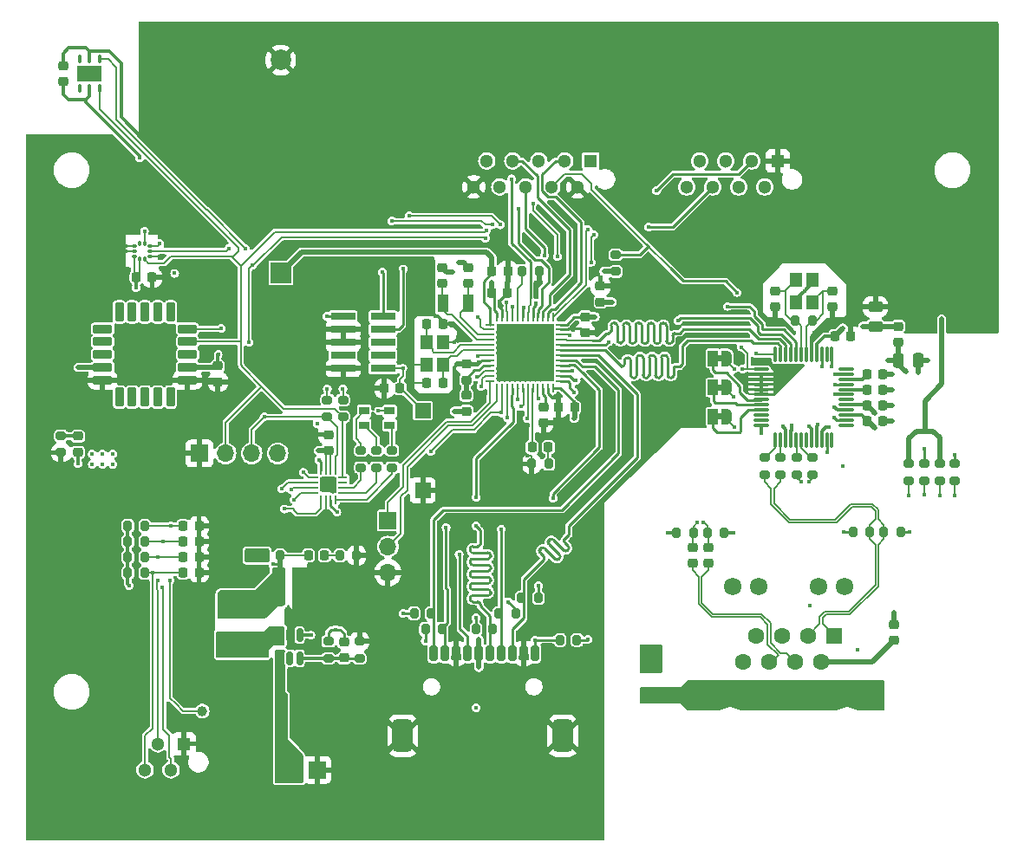
<source format=gtl>
G04 #@! TF.GenerationSoftware,KiCad,Pcbnew,8.0.9*
G04 #@! TF.CreationDate,2025-05-18T21:41:49+02:00*
G04 #@! TF.ProjectId,sensor-hub,73656e73-6f72-42d6-9875-622e6b696361,rev?*
G04 #@! TF.SameCoordinates,Original*
G04 #@! TF.FileFunction,Copper,L1,Top*
G04 #@! TF.FilePolarity,Positive*
%FSLAX46Y46*%
G04 Gerber Fmt 4.6, Leading zero omitted, Abs format (unit mm)*
G04 Created by KiCad (PCBNEW 8.0.9) date 2025-05-18 21:41:49*
%MOMM*%
%LPD*%
G01*
G04 APERTURE LIST*
G04 Aperture macros list*
%AMRoundRect*
0 Rectangle with rounded corners*
0 $1 Rounding radius*
0 $2 $3 $4 $5 $6 $7 $8 $9 X,Y pos of 4 corners*
0 Add a 4 corners polygon primitive as box body*
4,1,4,$2,$3,$4,$5,$6,$7,$8,$9,$2,$3,0*
0 Add four circle primitives for the rounded corners*
1,1,$1+$1,$2,$3*
1,1,$1+$1,$4,$5*
1,1,$1+$1,$6,$7*
1,1,$1+$1,$8,$9*
0 Add four rect primitives between the rounded corners*
20,1,$1+$1,$2,$3,$4,$5,0*
20,1,$1+$1,$4,$5,$6,$7,0*
20,1,$1+$1,$6,$7,$8,$9,0*
20,1,$1+$1,$8,$9,$2,$3,0*%
%AMFreePoly0*
4,1,19,0.550000,-0.750000,0.000000,-0.750000,0.000000,-0.744911,-0.071157,-0.744911,-0.207708,-0.704816,-0.327430,-0.627875,-0.420627,-0.520320,-0.479746,-0.390866,-0.500000,-0.250000,-0.500000,0.250000,-0.479746,0.390866,-0.420627,0.520320,-0.327430,0.627875,-0.207708,0.704816,-0.071157,0.744911,0.000000,0.744911,0.000000,0.750000,0.550000,0.750000,0.550000,-0.750000,0.550000,-0.750000,
$1*%
%AMFreePoly1*
4,1,19,0.000000,0.744911,0.071157,0.744911,0.207708,0.704816,0.327430,0.627875,0.420627,0.520320,0.479746,0.390866,0.500000,0.250000,0.500000,-0.250000,0.479746,-0.390866,0.420627,-0.520320,0.327430,-0.627875,0.207708,-0.704816,0.071157,-0.744911,0.000000,-0.744911,0.000000,-0.750000,-0.550000,-0.750000,-0.550000,0.750000,0.000000,0.750000,0.000000,0.744911,0.000000,0.744911,
$1*%
G04 Aperture macros list end*
G04 #@! TA.AperFunction,EtchedComponent*
%ADD10C,0.000000*%
G04 #@! TD*
G04 #@! TA.AperFunction,SMDPad,CuDef*
%ADD11RoundRect,0.062500X-0.375000X-0.062500X0.375000X-0.062500X0.375000X0.062500X-0.375000X0.062500X0*%
G04 #@! TD*
G04 #@! TA.AperFunction,SMDPad,CuDef*
%ADD12RoundRect,0.062500X-0.062500X-0.375000X0.062500X-0.375000X0.062500X0.375000X-0.062500X0.375000X0*%
G04 #@! TD*
G04 #@! TA.AperFunction,HeatsinkPad*
%ADD13R,1.450000X1.450000*%
G04 #@! TD*
G04 #@! TA.AperFunction,SMDPad,CuDef*
%ADD14RoundRect,0.249999X1.850001X-0.450001X1.850001X0.450001X-1.850001X0.450001X-1.850001X-0.450001X0*%
G04 #@! TD*
G04 #@! TA.AperFunction,SMDPad,CuDef*
%ADD15RoundRect,0.200000X0.200000X0.275000X-0.200000X0.275000X-0.200000X-0.275000X0.200000X-0.275000X0*%
G04 #@! TD*
G04 #@! TA.AperFunction,SMDPad,CuDef*
%ADD16RoundRect,0.200000X-0.275000X0.200000X-0.275000X-0.200000X0.275000X-0.200000X0.275000X0.200000X0*%
G04 #@! TD*
G04 #@! TA.AperFunction,SMDPad,CuDef*
%ADD17RoundRect,0.225000X0.250000X-0.225000X0.250000X0.225000X-0.250000X0.225000X-0.250000X-0.225000X0*%
G04 #@! TD*
G04 #@! TA.AperFunction,SMDPad,CuDef*
%ADD18RoundRect,0.218750X-0.256250X0.218750X-0.256250X-0.218750X0.256250X-0.218750X0.256250X0.218750X0*%
G04 #@! TD*
G04 #@! TA.AperFunction,SMDPad,CuDef*
%ADD19RoundRect,0.200000X0.275000X-0.200000X0.275000X0.200000X-0.275000X0.200000X-0.275000X-0.200000X0*%
G04 #@! TD*
G04 #@! TA.AperFunction,SMDPad,CuDef*
%ADD20RoundRect,0.218750X0.218750X0.256250X-0.218750X0.256250X-0.218750X-0.256250X0.218750X-0.256250X0*%
G04 #@! TD*
G04 #@! TA.AperFunction,ComponentPad*
%ADD21R,1.300000X1.300000*%
G04 #@! TD*
G04 #@! TA.AperFunction,ComponentPad*
%ADD22C,1.300000*%
G04 #@! TD*
G04 #@! TA.AperFunction,SMDPad,CuDef*
%ADD23RoundRect,0.225000X0.225000X0.250000X-0.225000X0.250000X-0.225000X-0.250000X0.225000X-0.250000X0*%
G04 #@! TD*
G04 #@! TA.AperFunction,SMDPad,CuDef*
%ADD24RoundRect,0.225000X-0.250000X0.225000X-0.250000X-0.225000X0.250000X-0.225000X0.250000X0.225000X0*%
G04 #@! TD*
G04 #@! TA.AperFunction,SMDPad,CuDef*
%ADD25RoundRect,0.225000X-0.225000X-0.250000X0.225000X-0.250000X0.225000X0.250000X-0.225000X0.250000X0*%
G04 #@! TD*
G04 #@! TA.AperFunction,SMDPad,CuDef*
%ADD26R,1.150000X1.400000*%
G04 #@! TD*
G04 #@! TA.AperFunction,ComponentPad*
%ADD27RoundRect,0.248000X-0.552000X-0.552000X0.552000X-0.552000X0.552000X0.552000X-0.552000X0.552000X0*%
G04 #@! TD*
G04 #@! TA.AperFunction,ComponentPad*
%ADD28C,1.600000*%
G04 #@! TD*
G04 #@! TA.AperFunction,ComponentPad*
%ADD29C,1.720000*%
G04 #@! TD*
G04 #@! TA.AperFunction,ComponentPad*
%ADD30C,2.200000*%
G04 #@! TD*
G04 #@! TA.AperFunction,SMDPad,CuDef*
%ADD31R,1.000000X1.800000*%
G04 #@! TD*
G04 #@! TA.AperFunction,ComponentPad*
%ADD32R,1.700000X1.700000*%
G04 #@! TD*
G04 #@! TA.AperFunction,ComponentPad*
%ADD33O,1.700000X1.700000*%
G04 #@! TD*
G04 #@! TA.AperFunction,SMDPad,CuDef*
%ADD34RoundRect,0.200000X-0.200000X-0.275000X0.200000X-0.275000X0.200000X0.275000X-0.200000X0.275000X0*%
G04 #@! TD*
G04 #@! TA.AperFunction,ComponentPad*
%ADD35R,2.000000X2.000000*%
G04 #@! TD*
G04 #@! TA.AperFunction,ComponentPad*
%ADD36C,2.000000*%
G04 #@! TD*
G04 #@! TA.AperFunction,HeatsinkPad*
%ADD37R,5.600000X5.600000*%
G04 #@! TD*
G04 #@! TA.AperFunction,SMDPad,CuDef*
%ADD38RoundRect,0.212500X0.212500X-0.737500X0.212500X0.737500X-0.212500X0.737500X-0.212500X-0.737500X0*%
G04 #@! TD*
G04 #@! TA.AperFunction,SMDPad,CuDef*
%ADD39RoundRect,0.212500X0.737500X-0.212500X0.737500X0.212500X-0.737500X0.212500X-0.737500X-0.212500X0*%
G04 #@! TD*
G04 #@! TA.AperFunction,HeatsinkPad*
%ADD40R,4.800000X4.800000*%
G04 #@! TD*
G04 #@! TA.AperFunction,SMDPad,CuDef*
%ADD41R,1.000000X0.800000*%
G04 #@! TD*
G04 #@! TA.AperFunction,SMDPad,CuDef*
%ADD42RoundRect,0.250000X-0.250000X-0.475000X0.250000X-0.475000X0.250000X0.475000X-0.250000X0.475000X0*%
G04 #@! TD*
G04 #@! TA.AperFunction,SMDPad,CuDef*
%ADD43RoundRect,0.250000X0.475000X-0.250000X0.475000X0.250000X-0.475000X0.250000X-0.475000X-0.250000X0*%
G04 #@! TD*
G04 #@! TA.AperFunction,SMDPad,CuDef*
%ADD44R,2.400000X0.740000*%
G04 #@! TD*
G04 #@! TA.AperFunction,SMDPad,CuDef*
%ADD45FreePoly0,180.000000*%
G04 #@! TD*
G04 #@! TA.AperFunction,SMDPad,CuDef*
%ADD46R,1.000000X1.500000*%
G04 #@! TD*
G04 #@! TA.AperFunction,SMDPad,CuDef*
%ADD47FreePoly1,180.000000*%
G04 #@! TD*
G04 #@! TA.AperFunction,SMDPad,CuDef*
%ADD48RoundRect,0.100000X-0.100000X0.300000X-0.100000X-0.300000X0.100000X-0.300000X0.100000X0.300000X0*%
G04 #@! TD*
G04 #@! TA.AperFunction,HeatsinkPad*
%ADD49R,2.400000X1.500000*%
G04 #@! TD*
G04 #@! TA.AperFunction,SMDPad,CuDef*
%ADD50C,1.000000*%
G04 #@! TD*
G04 #@! TA.AperFunction,SMDPad,CuDef*
%ADD51RoundRect,0.150000X-0.150000X0.512500X-0.150000X-0.512500X0.150000X-0.512500X0.150000X0.512500X0*%
G04 #@! TD*
G04 #@! TA.AperFunction,SMDPad,CuDef*
%ADD52R,1.500000X1.500000*%
G04 #@! TD*
G04 #@! TA.AperFunction,SMDPad,CuDef*
%ADD53RoundRect,0.200000X0.200000X0.550000X-0.200000X0.550000X-0.200000X-0.550000X0.200000X-0.550000X0*%
G04 #@! TD*
G04 #@! TA.AperFunction,SMDPad,CuDef*
%ADD54RoundRect,0.500000X0.500000X1.100000X-0.500000X1.100000X-0.500000X-1.100000X0.500000X-1.100000X0*%
G04 #@! TD*
G04 #@! TA.AperFunction,SMDPad,CuDef*
%ADD55RoundRect,0.087500X0.087500X-0.125000X0.087500X0.125000X-0.087500X0.125000X-0.087500X-0.125000X0*%
G04 #@! TD*
G04 #@! TA.AperFunction,SMDPad,CuDef*
%ADD56RoundRect,0.087500X0.125000X-0.087500X0.125000X0.087500X-0.125000X0.087500X-0.125000X-0.087500X0*%
G04 #@! TD*
G04 #@! TA.AperFunction,SMDPad,CuDef*
%ADD57RoundRect,0.250000X0.650000X-0.325000X0.650000X0.325000X-0.650000X0.325000X-0.650000X-0.325000X0*%
G04 #@! TD*
G04 #@! TA.AperFunction,SMDPad,CuDef*
%ADD58RoundRect,0.075000X0.075000X-0.662500X0.075000X0.662500X-0.075000X0.662500X-0.075000X-0.662500X0*%
G04 #@! TD*
G04 #@! TA.AperFunction,SMDPad,CuDef*
%ADD59RoundRect,0.075000X0.662500X-0.075000X0.662500X0.075000X-0.662500X0.075000X-0.662500X-0.075000X0*%
G04 #@! TD*
G04 #@! TA.AperFunction,ViaPad*
%ADD60C,0.450000*%
G04 #@! TD*
G04 #@! TA.AperFunction,Conductor*
%ADD61C,0.200000*%
G04 #@! TD*
G04 #@! TA.AperFunction,Conductor*
%ADD62C,0.250000*%
G04 #@! TD*
G04 #@! TA.AperFunction,Conductor*
%ADD63C,0.500000*%
G04 #@! TD*
G04 #@! TA.AperFunction,Conductor*
%ADD64C,0.300000*%
G04 #@! TD*
G04 #@! TA.AperFunction,Conductor*
%ADD65C,0.180000*%
G04 #@! TD*
G04 APERTURE END LIST*
D10*
G04 #@! TA.AperFunction,EtchedComponent*
G36*
X113525000Y-95550000D02*
G01*
X113025000Y-95550000D01*
X113025000Y-94950000D01*
X113525000Y-94950000D01*
X113525000Y-95550000D01*
G37*
G04 #@! TD.AperFunction*
G04 #@! TA.AperFunction,EtchedComponent*
G36*
X113525000Y-98392500D02*
G01*
X113025000Y-98392500D01*
X113025000Y-97792500D01*
X113525000Y-97792500D01*
X113525000Y-98392500D01*
G37*
G04 #@! TD.AperFunction*
G04 #@! TA.AperFunction,EtchedComponent*
G36*
X113525000Y-92700000D02*
G01*
X113025000Y-92700000D01*
X113025000Y-92100000D01*
X113525000Y-92100000D01*
X113525000Y-92700000D01*
G37*
G04 #@! TD.AperFunction*
D11*
X73602500Y-104040000D03*
X73602500Y-104540000D03*
X73602500Y-105040000D03*
X73602500Y-105540000D03*
D12*
X74290000Y-106227500D03*
X74790000Y-106227500D03*
X75290000Y-106227500D03*
X75790000Y-106227500D03*
D11*
X76477500Y-105540000D03*
X76477500Y-105040000D03*
X76477500Y-104540000D03*
X76477500Y-104040000D03*
D12*
X75790000Y-103352500D03*
X75290000Y-103352500D03*
X74790000Y-103352500D03*
X74290000Y-103352500D03*
D13*
X75040000Y-104790000D03*
D14*
X66650000Y-120575000D03*
X66650000Y-116875000D03*
D15*
X57125000Y-108775000D03*
X55475000Y-108775000D03*
D16*
X120762500Y-102100000D03*
X120762500Y-103750000D03*
D17*
X75050000Y-101400000D03*
X75050000Y-99850000D03*
D18*
X50600000Y-100012500D03*
X50600000Y-101587500D03*
D19*
X134750000Y-104350000D03*
X134750000Y-102700000D03*
D16*
X75050000Y-120075000D03*
X75050000Y-121725000D03*
D20*
X96537500Y-101075000D03*
X94962500Y-101075000D03*
D21*
X100685000Y-73110000D03*
D22*
X99415000Y-75650000D03*
X98145000Y-73110000D03*
X96875000Y-75650000D03*
X95605000Y-73110000D03*
X94335000Y-75650000D03*
X93065000Y-73110000D03*
X91795000Y-75650000D03*
X90525000Y-73110000D03*
X89255000Y-75650000D03*
D23*
X99100000Y-97212500D03*
X97550000Y-97212500D03*
D18*
X88525000Y-96002500D03*
X88525000Y-97577500D03*
D15*
X93350000Y-117325000D03*
X91700000Y-117325000D03*
D24*
X76575000Y-120125000D03*
X76575000Y-121675000D03*
D19*
X74950000Y-98125000D03*
X74950000Y-96475000D03*
D25*
X127662500Y-97000000D03*
X129212500Y-97000000D03*
D26*
X120712500Y-84700000D03*
X120712500Y-86900000D03*
X122312500Y-86900000D03*
X122312500Y-84700000D03*
D23*
X86225000Y-89012500D03*
X84675000Y-89012500D03*
D26*
X86225000Y-93012500D03*
X86225000Y-90812500D03*
X84625000Y-90812500D03*
X84625000Y-93012500D03*
D21*
X60975000Y-130075000D03*
D22*
X59705000Y-132615000D03*
X58435000Y-130075000D03*
X57165000Y-132615000D03*
D27*
X124445000Y-119500000D03*
D28*
X123175000Y-122040000D03*
X121905000Y-119500000D03*
X120635000Y-122040000D03*
X119365000Y-119500000D03*
X118095000Y-122040000D03*
X116825000Y-119500000D03*
X115555000Y-122040000D03*
D29*
X125465000Y-114670000D03*
X122925000Y-114670000D03*
X117075000Y-114670000D03*
X114535000Y-114670000D03*
D30*
X127900000Y-125340000D03*
X112100000Y-125340000D03*
D31*
X88725000Y-87012500D03*
X86225000Y-87012500D03*
D16*
X48950000Y-99975000D03*
X48950000Y-101625000D03*
D25*
X60875000Y-113350000D03*
X62425000Y-113350000D03*
X127662500Y-98500000D03*
X129212500Y-98500000D03*
D32*
X80875000Y-108260000D03*
D33*
X80875000Y-110800000D03*
X80875000Y-113340000D03*
D34*
X76175000Y-111675000D03*
X77825000Y-111675000D03*
X83425000Y-117325000D03*
X85075000Y-117325000D03*
D25*
X60875000Y-108775000D03*
X62425000Y-108775000D03*
D16*
X119212500Y-102100000D03*
X119212500Y-103750000D03*
D34*
X84525000Y-118875000D03*
X86175000Y-118875000D03*
D24*
X64275000Y-93150000D03*
X64275000Y-94700000D03*
X118712500Y-85800000D03*
X118712500Y-87350000D03*
D15*
X130925000Y-109375000D03*
X129275000Y-109375000D03*
D35*
X70400000Y-84057455D03*
D36*
X70400000Y-63257455D03*
D11*
X90837500Y-89100000D03*
X90837500Y-89600000D03*
X90837500Y-90100000D03*
X90837500Y-90600000D03*
X90837500Y-91100000D03*
X90837500Y-91600000D03*
X90837500Y-92100000D03*
X90837500Y-92600000D03*
X90837500Y-93100000D03*
X90837500Y-93600000D03*
X90837500Y-94100000D03*
X90837500Y-94600000D03*
D12*
X91525000Y-95287500D03*
X92025000Y-95287500D03*
X92525000Y-95287500D03*
X93025000Y-95287500D03*
X93525000Y-95287500D03*
X94025000Y-95287500D03*
X94525000Y-95287500D03*
X95025000Y-95287500D03*
X95525000Y-95287500D03*
X96025000Y-95287500D03*
X96525000Y-95287500D03*
X97025000Y-95287500D03*
D11*
X97712500Y-94600000D03*
X97712500Y-94100000D03*
X97712500Y-93600000D03*
X97712500Y-93100000D03*
X97712500Y-92600000D03*
X97712500Y-92100000D03*
X97712500Y-91600000D03*
X97712500Y-91100000D03*
X97712500Y-90600000D03*
X97712500Y-90100000D03*
X97712500Y-89600000D03*
X97712500Y-89100000D03*
D12*
X97025000Y-88412500D03*
X96525000Y-88412500D03*
X96025000Y-88412500D03*
X95525000Y-88412500D03*
X95025000Y-88412500D03*
X94525000Y-88412500D03*
X94025000Y-88412500D03*
X93525000Y-88412500D03*
X93025000Y-88412500D03*
X92525000Y-88412500D03*
X92025000Y-88412500D03*
X91525000Y-88412500D03*
D37*
X94275000Y-91850000D03*
D15*
X96575000Y-102725000D03*
X94925000Y-102725000D03*
X57125000Y-111825000D03*
X55475000Y-111825000D03*
D25*
X60875000Y-111825000D03*
X62425000Y-111825000D03*
D20*
X74675000Y-111675000D03*
X73100000Y-111675000D03*
D38*
X54650000Y-96175000D03*
X55900000Y-96175000D03*
X57150000Y-96175000D03*
X58400000Y-96175000D03*
X59650000Y-96175000D03*
D39*
X61300000Y-94525000D03*
X61300000Y-93275000D03*
X61300000Y-92025000D03*
X61300000Y-90775000D03*
X61300000Y-89525000D03*
D38*
X59650000Y-87875000D03*
X58400000Y-87875000D03*
X57150000Y-87875000D03*
X55900000Y-87875000D03*
X54650000Y-87875000D03*
D39*
X53000000Y-89525000D03*
X53000000Y-90775000D03*
X53000000Y-92025000D03*
X53000000Y-93275000D03*
X53000000Y-94525000D03*
D40*
X57150000Y-92025000D03*
D34*
X94000000Y-83850000D03*
X95650000Y-83850000D03*
D16*
X122312500Y-102100000D03*
X122312500Y-103750000D03*
D41*
X78550000Y-97550000D03*
X78550000Y-98950000D03*
X81050000Y-98950000D03*
X81050000Y-97550000D03*
D19*
X76485000Y-98125000D03*
X76485000Y-96475000D03*
D42*
X130725000Y-92600000D03*
X132625000Y-92600000D03*
D34*
X109050000Y-109425000D03*
X110700000Y-109425000D03*
D43*
X128475000Y-89275000D03*
X128475000Y-87375000D03*
D34*
X126275000Y-109375000D03*
X127925000Y-109375000D03*
D44*
X76500000Y-88310000D03*
X80400000Y-88310000D03*
X76500000Y-89580000D03*
X80400000Y-89580000D03*
X76500000Y-90850000D03*
X80400000Y-90850000D03*
X76500000Y-92120000D03*
X80400000Y-92120000D03*
X76500000Y-93390000D03*
X80400000Y-93390000D03*
D19*
X78250000Y-103075000D03*
X78250000Y-101425000D03*
D42*
X70350000Y-113875000D03*
X72250000Y-113875000D03*
D25*
X56300000Y-84500000D03*
X57850000Y-84500000D03*
D24*
X86175000Y-83512500D03*
X86175000Y-85062500D03*
D45*
X113925000Y-95250000D03*
D46*
X112625000Y-95250000D03*
D47*
X111325000Y-95250000D03*
D24*
X100125000Y-88350000D03*
X100125000Y-89900000D03*
D34*
X89475000Y-118875000D03*
X91125000Y-118875000D03*
D48*
X52750000Y-63150000D03*
X51750000Y-63150000D03*
X50750000Y-63150000D03*
X50750000Y-66050000D03*
X51750000Y-66050000D03*
X52750000Y-66050000D03*
D49*
X51750000Y-64600000D03*
D15*
X57125000Y-113350000D03*
X55475000Y-113350000D03*
D25*
X70350000Y-124325000D03*
X71900000Y-124325000D03*
D17*
X130300000Y-119950000D03*
X130300000Y-118400000D03*
D24*
X88725000Y-83512500D03*
X88725000Y-85062500D03*
X112150000Y-110875000D03*
X112150000Y-112425000D03*
D50*
X62750000Y-126875000D03*
D45*
X113925000Y-98092500D03*
D46*
X112625000Y-98092500D03*
D47*
X111325000Y-98092500D03*
D51*
X72250000Y-119450000D03*
X71300000Y-119450000D03*
X70350000Y-119450000D03*
X70350000Y-121725000D03*
X71300000Y-121725000D03*
X72250000Y-121725000D03*
D25*
X124525000Y-90250000D03*
X126075000Y-90250000D03*
D19*
X79775000Y-103075000D03*
X79775000Y-101425000D03*
D15*
X57125000Y-110300000D03*
X55475000Y-110300000D03*
D52*
X84275000Y-105300000D03*
X84275000Y-97500000D03*
D32*
X73990000Y-132625000D03*
D33*
X71450000Y-132625000D03*
D42*
X70400000Y-126125000D03*
X72300000Y-126125000D03*
D34*
X112050000Y-109425000D03*
X113700000Y-109425000D03*
D17*
X49150000Y-65375000D03*
X49150000Y-63825000D03*
D24*
X96050000Y-97187500D03*
X96050000Y-98737500D03*
D19*
X78100000Y-121725000D03*
X78100000Y-120075000D03*
D18*
X130700000Y-89275000D03*
X130700000Y-90850000D03*
D25*
X91025000Y-83850000D03*
X92575000Y-83850000D03*
D45*
X113925000Y-92400000D03*
D46*
X112625000Y-92400000D03*
D47*
X111325000Y-92400000D03*
D15*
X95550000Y-115800000D03*
X93900000Y-115800000D03*
D25*
X127662500Y-94000000D03*
X129212500Y-94000000D03*
D19*
X131750000Y-104350000D03*
X131750000Y-102700000D03*
D42*
X70350000Y-115925000D03*
X72250000Y-115925000D03*
D53*
X85355000Y-121250000D03*
X86455000Y-121250000D03*
X87555000Y-121250000D03*
X88655000Y-121250000D03*
X89755000Y-121250000D03*
X90855000Y-121250000D03*
X91955000Y-121250000D03*
X93055000Y-121250000D03*
X94155000Y-121250000D03*
X95255000Y-121250000D03*
D54*
X97945000Y-129300000D03*
X82305000Y-129300000D03*
D24*
X110600000Y-110875000D03*
X110600000Y-112425000D03*
D16*
X117662500Y-102100000D03*
X117662500Y-103750000D03*
D25*
X84675000Y-94812500D03*
X86225000Y-94812500D03*
D17*
X101625000Y-86900000D03*
X101625000Y-85350000D03*
D25*
X127662500Y-95500000D03*
X129212500Y-95500000D03*
X91000000Y-85987500D03*
X92550000Y-85987500D03*
D21*
X118940000Y-73122500D03*
D22*
X117670000Y-75662500D03*
X116400000Y-73122500D03*
X115130000Y-75662500D03*
X113860000Y-73122500D03*
X112590000Y-75662500D03*
X111320000Y-73122500D03*
X110050000Y-75662500D03*
D34*
X120662500Y-88700000D03*
X122312500Y-88700000D03*
D17*
X88525000Y-94537500D03*
X88525000Y-92987500D03*
D16*
X133250000Y-102700000D03*
X133250000Y-104350000D03*
D55*
X56597500Y-82690000D03*
X57097500Y-82690000D03*
D56*
X57610000Y-82427500D03*
X57610000Y-81927500D03*
X57610000Y-81427500D03*
D55*
X57097500Y-81165000D03*
X56597500Y-81165000D03*
D56*
X56085000Y-81427500D03*
X56085000Y-81927500D03*
X56085000Y-82427500D03*
D57*
X106550000Y-125325000D03*
X106550000Y-122375000D03*
D32*
X62485000Y-101700000D03*
D33*
X65025000Y-101700000D03*
X67565000Y-101700000D03*
X70105000Y-101700000D03*
D16*
X103125000Y-82275000D03*
X103125000Y-83925000D03*
D15*
X99325000Y-119925000D03*
X97675000Y-119925000D03*
X70350000Y-111675000D03*
X68700000Y-111675000D03*
D23*
X82050000Y-95350000D03*
X80500000Y-95350000D03*
D25*
X60875000Y-110300000D03*
X62425000Y-110300000D03*
D58*
X118725000Y-100362500D03*
X119225000Y-100362500D03*
X119725000Y-100362500D03*
X120225000Y-100362500D03*
X120725000Y-100362500D03*
X121225000Y-100362500D03*
X121725000Y-100362500D03*
X122225000Y-100362500D03*
X122725000Y-100362500D03*
X123225000Y-100362500D03*
X123725000Y-100362500D03*
X124225000Y-100362500D03*
D59*
X125637500Y-98950000D03*
X125637500Y-98450000D03*
X125637500Y-97950000D03*
X125637500Y-97450000D03*
X125637500Y-96950000D03*
X125637500Y-96450000D03*
X125637500Y-95950000D03*
X125637500Y-95450000D03*
X125637500Y-94950000D03*
X125637500Y-94450000D03*
X125637500Y-93950000D03*
X125637500Y-93450000D03*
D58*
X124225000Y-92037500D03*
X123725000Y-92037500D03*
X123225000Y-92037500D03*
X122725000Y-92037500D03*
X122225000Y-92037500D03*
X121725000Y-92037500D03*
X121225000Y-92037500D03*
X120725000Y-92037500D03*
X120225000Y-92037500D03*
X119725000Y-92037500D03*
X119225000Y-92037500D03*
X118725000Y-92037500D03*
D59*
X117312500Y-93450000D03*
X117312500Y-93950000D03*
X117312500Y-94450000D03*
X117312500Y-94950000D03*
X117312500Y-95450000D03*
X117312500Y-95950000D03*
X117312500Y-96450000D03*
X117312500Y-96950000D03*
X117312500Y-97450000D03*
X117312500Y-97950000D03*
X117312500Y-98450000D03*
X117312500Y-98950000D03*
D24*
X124312500Y-85800000D03*
X124312500Y-87350000D03*
D19*
X81300000Y-103075000D03*
X81300000Y-101425000D03*
D16*
X136250000Y-102700000D03*
X136250000Y-104350000D03*
D60*
X109200000Y-88700000D03*
X59575000Y-114100000D03*
X58825000Y-114750000D03*
X58425000Y-114100000D03*
X59650000Y-108800000D03*
X58950000Y-110300000D03*
X58425000Y-111830000D03*
X57900000Y-113350000D03*
X77400000Y-104300000D03*
X65500000Y-83350000D03*
X46500000Y-83500000D03*
X114350000Y-81300000D03*
X84275000Y-106950000D03*
X54500000Y-108000000D03*
X92500000Y-60500000D03*
X57500000Y-103250000D03*
X139500000Y-69000000D03*
X106550000Y-121325000D03*
X127500000Y-60500000D03*
X106550000Y-120625000D03*
X83325000Y-91512500D03*
X67900000Y-104700000D03*
X92300000Y-80550000D03*
X126000000Y-88850000D03*
X46500000Y-128500000D03*
X109950000Y-95450000D03*
X110500000Y-90100000D03*
X139500000Y-64000000D03*
X102300000Y-76400000D03*
X112150000Y-77750000D03*
X67850000Y-86700000D03*
X124500000Y-95950000D03*
X88625000Y-90550000D03*
X105400000Y-81500000D03*
X46500000Y-93500000D03*
X57500000Y-65000000D03*
X102850000Y-91400000D03*
X112180000Y-87530000D03*
X71500000Y-138500000D03*
X111550000Y-84100000D03*
X82850000Y-101100000D03*
X84950000Y-82850000D03*
X112500000Y-60500000D03*
X93000000Y-99800000D03*
X102070000Y-104170000D03*
X74900000Y-90825000D03*
X105500000Y-94950000D03*
X46500000Y-108500000D03*
X57850000Y-85475000D03*
X107400000Y-91550000D03*
X64450000Y-98400000D03*
X102500000Y-60500000D03*
X102775000Y-85375000D03*
X57500000Y-60500000D03*
X106300000Y-82550000D03*
X110800000Y-82800000D03*
X73800000Y-120900000D03*
X118750000Y-83450000D03*
X83325000Y-93012500D03*
X99175000Y-82425000D03*
X87550000Y-119900000D03*
X96700000Y-89820000D03*
X125850000Y-85350000D03*
X73475000Y-116400000D03*
X131800000Y-89350000D03*
X112300000Y-85500000D03*
X124500000Y-93950000D03*
X105850000Y-120625000D03*
X103550000Y-79750000D03*
X71300000Y-117575000D03*
X110550000Y-94225000D03*
X132625000Y-93800000D03*
X46500000Y-123500000D03*
X104300000Y-96650000D03*
X79800000Y-79300000D03*
X73475000Y-113400000D03*
X63550000Y-113350000D03*
X64275000Y-95800000D03*
X98450000Y-85325000D03*
X120700000Y-82900000D03*
X62750000Y-90150000D03*
X101500000Y-113500000D03*
X124300000Y-88650000D03*
X62500000Y-60500000D03*
X101075000Y-89900000D03*
X97500000Y-60500000D03*
X94325000Y-80775000D03*
X96050000Y-99662500D03*
X98070000Y-105880000D03*
X75040000Y-104790000D03*
X51250000Y-108000000D03*
X67900000Y-107250000D03*
X139500000Y-79000000D03*
X122100000Y-116550000D03*
X101020000Y-102980000D03*
X110800000Y-89000000D03*
X108900000Y-82900000D03*
X46500000Y-98500000D03*
X85875000Y-95962500D03*
X124480000Y-97150000D03*
X99580000Y-104400000D03*
X106000000Y-91550000D03*
X65800000Y-91400000D03*
X87325000Y-95162500D03*
X81750000Y-104150000D03*
X46500000Y-133500000D03*
X65750000Y-98900000D03*
X67500000Y-60500000D03*
X130300000Y-117275000D03*
X102750000Y-88050000D03*
X91250000Y-110690000D03*
X106200000Y-100875000D03*
X114450000Y-90100000D03*
X88500000Y-106350000D03*
X95100000Y-79250000D03*
X87200000Y-114630000D03*
X106000000Y-96200000D03*
X101500000Y-128500000D03*
X96825000Y-77225000D03*
X76750000Y-106900000D03*
X130150000Y-98500000D03*
X46500000Y-138500000D03*
X74900000Y-93375000D03*
X92300000Y-91050000D03*
X81500000Y-138500000D03*
X115960000Y-87890000D03*
X91500000Y-138500000D03*
X46500000Y-78500000D03*
X83925000Y-88162500D03*
X72850000Y-82950000D03*
X83325000Y-89162500D03*
X74900000Y-89575000D03*
X67700000Y-80850000D03*
X122300000Y-82900000D03*
X77150000Y-101130000D03*
X122512500Y-89887500D03*
X93000000Y-103600000D03*
X114500000Y-76850000D03*
X87575000Y-93012500D03*
X52500000Y-71000000D03*
X118700000Y-88650000D03*
X46500000Y-71000000D03*
X85800000Y-77150000D03*
X55275000Y-81425000D03*
X56500000Y-138500000D03*
X120590000Y-89890000D03*
X87096446Y-89241054D03*
X107400000Y-74100000D03*
X104100000Y-77700000D03*
X63550000Y-108800000D03*
X110550000Y-93450000D03*
X101500000Y-123500000D03*
X94450000Y-101925000D03*
X84275000Y-95962500D03*
X109100000Y-76800000D03*
X68550000Y-96150000D03*
X72700000Y-108150000D03*
X61500000Y-138500000D03*
X110550000Y-91375000D03*
X86500000Y-138500000D03*
X78250000Y-82850000D03*
X61050000Y-107500000D03*
X51000000Y-96500000D03*
X100250000Y-86550000D03*
X100525000Y-96700000D03*
X63550000Y-111825000D03*
X87600000Y-100000000D03*
X87230000Y-118170000D03*
X120650000Y-93450000D03*
X130150000Y-94000000D03*
X119410000Y-99060000D03*
X87950000Y-126550000D03*
X101500000Y-138500000D03*
X92550000Y-85012500D03*
X107500000Y-60500000D03*
X80550000Y-100450000D03*
X104550000Y-99750000D03*
X57500000Y-98000000D03*
X115895405Y-90104595D03*
X81400000Y-87400000D03*
X94125000Y-122575000D03*
X58750000Y-101500000D03*
X91250000Y-106550000D03*
X74789762Y-107400000D03*
X67650000Y-95150000D03*
X93700000Y-98050000D03*
X78900000Y-111675000D03*
X86000000Y-117900000D03*
X109600000Y-97525000D03*
X64100000Y-100100000D03*
X48950000Y-102700000D03*
X106150000Y-99200000D03*
X125312500Y-102900000D03*
X84700000Y-112400000D03*
X104550000Y-88100000D03*
X51500000Y-138500000D03*
X82500000Y-60500000D03*
X87150000Y-83950000D03*
X101500000Y-108000000D03*
X121525000Y-85800000D03*
X87325000Y-94012500D03*
X58650000Y-82500000D03*
X63550000Y-110275000D03*
X139500000Y-74000000D03*
X122500000Y-60500000D03*
X100925000Y-93925000D03*
X87550000Y-122550000D03*
X97500000Y-109000000D03*
X91900000Y-100600000D03*
X66500000Y-138500000D03*
X97550000Y-98300000D03*
X76500000Y-138500000D03*
X90300000Y-77750000D03*
X46500000Y-73500000D03*
X105950000Y-88100000D03*
X100690000Y-105580000D03*
X101500000Y-118500000D03*
X110550000Y-87400000D03*
X101500000Y-133500000D03*
X122875000Y-98900000D03*
X84250000Y-117325000D03*
X86600000Y-107900000D03*
X105850000Y-121325000D03*
X89150000Y-81250000D03*
X58750000Y-99500000D03*
X136200000Y-89350000D03*
X128475000Y-86400000D03*
X98000000Y-83900000D03*
X94175000Y-119900000D03*
X139500000Y-84000000D03*
X129675000Y-87375000D03*
X81400000Y-81200000D03*
X62900000Y-91950000D03*
X124250000Y-83450000D03*
X100100000Y-95150000D03*
X115889762Y-89000000D03*
X64450000Y-81050000D03*
X103460000Y-102730000D03*
X107500000Y-88250000D03*
X94350000Y-74450000D03*
X113800000Y-86400000D03*
X78100000Y-119175000D03*
X68800000Y-99200000D03*
X117300000Y-99700000D03*
X139800000Y-89350000D03*
X88800000Y-117050000D03*
X137950000Y-89350000D03*
X100250000Y-98250000D03*
X137500000Y-60500000D03*
X101500000Y-81000000D03*
X73475000Y-115400000D03*
X87750000Y-83050000D03*
X77500000Y-60500000D03*
X110666250Y-97433750D03*
X65800000Y-88550000D03*
X79575000Y-95350000D03*
X87375000Y-90812500D03*
X88130000Y-110550000D03*
X98150000Y-88500000D03*
X57830000Y-71740000D03*
X72500000Y-60500000D03*
X130150000Y-97000000D03*
X69950000Y-97500000D03*
X89210000Y-79520000D03*
X102475000Y-96675000D03*
X92900000Y-111900000D03*
X85950000Y-112400000D03*
X125850000Y-87250000D03*
X85475000Y-88262500D03*
X92900000Y-92300000D03*
X57200000Y-73650000D03*
X72150000Y-123250000D03*
X58750000Y-83700000D03*
X52350000Y-113050000D03*
X100100000Y-92625000D03*
X88450000Y-102650000D03*
X83325000Y-94812500D03*
X72300000Y-81200000D03*
X117500000Y-60500000D03*
X130150000Y-95500000D03*
X67950000Y-93450000D03*
X96750000Y-82800000D03*
X71000000Y-96700000D03*
X73475000Y-114400000D03*
X105800000Y-98000000D03*
X132500000Y-60500000D03*
X94275000Y-91850000D03*
X90960000Y-116340000D03*
X117250000Y-85350000D03*
X83325000Y-90312500D03*
X95600000Y-84800000D03*
X61000000Y-104700000D03*
X87500000Y-60500000D03*
X46500000Y-118500000D03*
X96500000Y-138500000D03*
X97310000Y-104370000D03*
X46500000Y-113500000D03*
X71300000Y-118275000D03*
X69900000Y-79300000D03*
X90800000Y-98750000D03*
X107250000Y-121325000D03*
X71525000Y-123250000D03*
X90850000Y-109150000D03*
X71350000Y-120600000D03*
X110750000Y-96400000D03*
X124480000Y-98220000D03*
X46500000Y-88500000D03*
X119000000Y-95250000D03*
X105850000Y-102250000D03*
X115825000Y-94975000D03*
X95375000Y-82075000D03*
X109450000Y-94350000D03*
X91700000Y-74200000D03*
X57500000Y-70000000D03*
X46500000Y-103500000D03*
X107250000Y-120625000D03*
X93000000Y-115000000D03*
X55275000Y-81925000D03*
X96600000Y-80750000D03*
X50650000Y-94525000D03*
X133600000Y-92600000D03*
X92575000Y-82775000D03*
X90305000Y-119450000D03*
X95800000Y-77850000D03*
X117250000Y-87350000D03*
X116950000Y-92700000D03*
X108175000Y-109425000D03*
X114600000Y-109450000D03*
X79950000Y-97550000D03*
X82350000Y-117325000D03*
X101975000Y-83925000D03*
X76475000Y-95375000D03*
X100375000Y-119900000D03*
X89750000Y-122600000D03*
X102775000Y-86900000D03*
X114700000Y-99125000D03*
X95550000Y-114650000D03*
X84525000Y-120025000D03*
X89500000Y-126550000D03*
X134950000Y-88575000D03*
X114650000Y-96150000D03*
X92650000Y-116200000D03*
X73980000Y-98800000D03*
X67775000Y-112100000D03*
X74090000Y-101400000D03*
X55600000Y-114600000D03*
X74950000Y-95400000D03*
X89750000Y-119900000D03*
X114700000Y-93425000D03*
X67150000Y-112100000D03*
X127275000Y-89275000D03*
X125300000Y-89450000D03*
X90975000Y-85012500D03*
X99075000Y-98250000D03*
X129725000Y-89275000D03*
X74900000Y-88300000D03*
X101100000Y-88350000D03*
X87375000Y-97600000D03*
X67775000Y-111250000D03*
X67150000Y-111250000D03*
X89475000Y-117750000D03*
X89625000Y-92162500D03*
X82325000Y-93375000D03*
X131825000Y-109400000D03*
X129725000Y-92600000D03*
X120325003Y-99000000D03*
X122000000Y-99050000D03*
X128432227Y-99221257D03*
X125375000Y-109350000D03*
X124490000Y-94940000D03*
X128456408Y-97750247D03*
X126725000Y-120850000D03*
X131450000Y-93750000D03*
X123725000Y-101575000D03*
X75775000Y-118900000D03*
X69625000Y-112525000D03*
X70750000Y-107125000D03*
X71700000Y-106210000D03*
X71410000Y-105230000D03*
X70490000Y-105170000D03*
X98650000Y-90125000D03*
X81250000Y-78950000D03*
X91050000Y-79350000D03*
X80350000Y-84000000D03*
X101014563Y-80300926D03*
X100719617Y-83006010D03*
X82930000Y-78440000D03*
X91850000Y-79352462D03*
X82375000Y-83675000D03*
X100400000Y-79800000D03*
X95250000Y-119925000D03*
X75900000Y-107450000D03*
X89500000Y-106000000D03*
X89475000Y-108775000D03*
X87830000Y-111550000D03*
X97000000Y-106075000D03*
X95350000Y-87000000D03*
X91950000Y-109100000D03*
X86550000Y-108950000D03*
X94121592Y-87403813D03*
X131725000Y-105800000D03*
X134800000Y-105825000D03*
X136250000Y-101800000D03*
X123225000Y-93175000D03*
X133275000Y-101275000D03*
X124225000Y-93175000D03*
X70375000Y-123100000D03*
X70600000Y-127800000D03*
X73350000Y-119450000D03*
X70600000Y-129000000D03*
X70200000Y-128400000D03*
X91950000Y-97725000D03*
X115400000Y-91300000D03*
X85050000Y-101500000D03*
X72600000Y-103525000D03*
X115500000Y-93450000D03*
X114950000Y-85975000D03*
X93525000Y-96400000D03*
X96150000Y-82350000D03*
X95025000Y-77275000D03*
X97425000Y-82475000D03*
X95575000Y-96300000D03*
X93650000Y-77800000D03*
X92950000Y-74875000D03*
X107112500Y-76012500D03*
X89550000Y-94194272D03*
X99250000Y-94575000D03*
X102400000Y-90800000D03*
X89950000Y-95150000D03*
X106350000Y-79575000D03*
X99075000Y-95700000D03*
X98850000Y-93600000D03*
X93025000Y-87339504D03*
X90490000Y-79900000D03*
X68800000Y-98125000D03*
X67637500Y-83312500D03*
X66975000Y-81675000D03*
X64600000Y-89500000D03*
X67300000Y-90850000D03*
X65350000Y-81650000D03*
X92450834Y-86896799D03*
X90400000Y-80650000D03*
X74118212Y-102341788D03*
X58600000Y-81200000D03*
X123900000Y-99125000D03*
X89625000Y-88375000D03*
X92525000Y-98175000D03*
X116825000Y-91950000D03*
X114030000Y-87330000D03*
X94450000Y-98275000D03*
X93875000Y-97125000D03*
X136250000Y-105825000D03*
X133250000Y-105775000D03*
X121950000Y-104500000D03*
X111700000Y-108475000D03*
X111050000Y-108475000D03*
X121200000Y-104500000D03*
X52000000Y-101750000D03*
X50650000Y-93275000D03*
X54000000Y-102750000D03*
X56275000Y-85500000D03*
X60050000Y-84100000D03*
X56650000Y-72830000D03*
X54000000Y-101750000D03*
X50600000Y-102700000D03*
X52000000Y-102750000D03*
X64300000Y-92025000D03*
X53000000Y-102750000D03*
X57100000Y-80000000D03*
X53000000Y-101750000D03*
D61*
X93550000Y-88387500D02*
X93525000Y-88412500D01*
X93550000Y-85600000D02*
X93550000Y-88387500D01*
X94000000Y-85150000D02*
X93550000Y-85600000D01*
X94000000Y-83850000D02*
X94000000Y-85150000D01*
D62*
X94025000Y-87500405D02*
X94025000Y-88412500D01*
X94121592Y-87403813D02*
X94025000Y-87500405D01*
D61*
X94650000Y-87840000D02*
X94650000Y-87290031D01*
X94650000Y-87290031D02*
X94775000Y-87165031D01*
X94525000Y-87965000D02*
X94650000Y-87840000D01*
X94775000Y-87165031D02*
X94775000Y-86550000D01*
X94525000Y-88412500D02*
X94525000Y-87965000D01*
D62*
X95075000Y-87466072D02*
X95075000Y-88362500D01*
X95075000Y-88362500D02*
X95025000Y-88412500D01*
X95350000Y-87000000D02*
X95350000Y-87191072D01*
X95350000Y-87191072D02*
X95075000Y-87466072D01*
X93650000Y-81213604D02*
X93650000Y-77800000D01*
X95225000Y-82788604D02*
X93650000Y-81213604D01*
X95811608Y-82788604D02*
X95225000Y-82788604D01*
X95901104Y-85623896D02*
X96575000Y-84950000D01*
X95575000Y-87602468D02*
X95901104Y-87276364D01*
X96575000Y-83551996D02*
X95811608Y-82788604D01*
X95575000Y-87975000D02*
X95575000Y-87602468D01*
X96575000Y-84950000D02*
X96575000Y-83551996D01*
X95525000Y-88025000D02*
X95575000Y-87975000D01*
X95525000Y-88412500D02*
X95525000Y-88025000D01*
X95901104Y-87276364D02*
X95901104Y-85623896D01*
D61*
X81300000Y-103740000D02*
X81300000Y-103075000D01*
X78812500Y-106227500D02*
X81300000Y-103740000D01*
X75790000Y-106227500D02*
X78812500Y-106227500D01*
X89700000Y-94219928D02*
X90319928Y-93600000D01*
X89575656Y-94219928D02*
X89700000Y-94219928D01*
X89550000Y-94194272D02*
X89575656Y-94219928D01*
X90319928Y-93600000D02*
X90837500Y-93600000D01*
D62*
X88525000Y-94355000D02*
X89307360Y-93572640D01*
X89307360Y-93572640D02*
X89735140Y-93572640D01*
X88525000Y-94537500D02*
X88525000Y-94355000D01*
X89735140Y-93572640D02*
X90207780Y-93100000D01*
X90207780Y-93100000D02*
X90837500Y-93100000D01*
D61*
X87980000Y-91100000D02*
X88175000Y-91100000D01*
X87267500Y-91812500D02*
X87980000Y-91100000D01*
X85350000Y-91812500D02*
X87267500Y-91812500D01*
X85225000Y-91687500D02*
X85350000Y-91812500D01*
X85225000Y-91512500D02*
X85225000Y-91687500D01*
X84625000Y-90912500D02*
X85225000Y-91512500D01*
X84625000Y-90812500D02*
X84625000Y-90912500D01*
X69800000Y-80050000D02*
X66500000Y-83350000D01*
X90340000Y-80050000D02*
X69800000Y-80050000D01*
X90490000Y-79900000D02*
X90340000Y-80050000D01*
X81290000Y-78990000D02*
X81250000Y-78950000D01*
X90009753Y-78990000D02*
X81290000Y-78990000D01*
X90369753Y-79350000D02*
X90009753Y-78990000D01*
X91050000Y-79350000D02*
X90369753Y-79350000D01*
X90997538Y-78500000D02*
X91850000Y-79352462D01*
X82990000Y-78500000D02*
X90997538Y-78500000D01*
X82930000Y-78440000D02*
X82990000Y-78500000D01*
X92525000Y-87850000D02*
X92525000Y-88412500D01*
X92450834Y-87775834D02*
X92525000Y-87850000D01*
X92450834Y-86896799D02*
X92450834Y-87775834D01*
D62*
X91800000Y-87350000D02*
X91800000Y-86737500D01*
X91800000Y-86737500D02*
X92550000Y-85987500D01*
X92025000Y-87575000D02*
X91800000Y-87350000D01*
X92025000Y-88412500D02*
X92025000Y-87575000D01*
X91225000Y-86212500D02*
X91000000Y-85987500D01*
X91287500Y-87313604D02*
X91225000Y-87251104D01*
X91525000Y-87925000D02*
X91287500Y-87687500D01*
X91525000Y-88412500D02*
X91525000Y-87925000D01*
X91287500Y-87687500D02*
X91287500Y-87313604D01*
X91225000Y-87251104D02*
X91225000Y-86212500D01*
X94775000Y-82975000D02*
X94775000Y-86550000D01*
X94775000Y-82975000D02*
X92950000Y-81150000D01*
X92950000Y-81150000D02*
X92950000Y-74875000D01*
X96025000Y-87788864D02*
X96025000Y-88412500D01*
X96644302Y-87169562D02*
X96025000Y-87788864D01*
X98600000Y-84250000D02*
X96644302Y-86205698D01*
X95450000Y-74575762D02*
X95450000Y-76675000D01*
X93984238Y-73110000D02*
X95450000Y-74575762D01*
X98600000Y-79825000D02*
X98600000Y-84250000D01*
X96644302Y-86205698D02*
X96644302Y-87169562D01*
X93065000Y-73110000D02*
X93984238Y-73110000D01*
X95450000Y-76675000D02*
X98600000Y-79825000D01*
X97225762Y-73110000D02*
X98145000Y-73110000D01*
X95900000Y-74435762D02*
X97225762Y-73110000D01*
X95900000Y-76053859D02*
X95900000Y-74435762D01*
X96471141Y-76625000D02*
X95900000Y-76053859D01*
X97250000Y-76625000D02*
X96471141Y-76625000D01*
X99725000Y-85025000D02*
X99725000Y-79100000D01*
X96875260Y-87575000D02*
X97175000Y-87575000D01*
X97175000Y-87575000D02*
X99725000Y-85025000D01*
X96525000Y-87925260D02*
X96875260Y-87575000D01*
X96525000Y-88412500D02*
X96525000Y-87925260D01*
X99725000Y-79100000D02*
X97250000Y-76625000D01*
D61*
X100194617Y-85242883D02*
X97025000Y-88412500D01*
X100194617Y-80005383D02*
X100194617Y-85242883D01*
X100400000Y-79800000D02*
X100194617Y-80005383D01*
X93525000Y-95287500D02*
X93525000Y-96400000D01*
X94100000Y-96900000D02*
X94100000Y-95362500D01*
X93875000Y-97125000D02*
X94100000Y-96900000D01*
X94100000Y-95362500D02*
X94025000Y-95287500D01*
X95525000Y-96250000D02*
X95525000Y-95287500D01*
X95575000Y-96300000D02*
X95525000Y-96250000D01*
D62*
X96225000Y-96962500D02*
X96025000Y-97162500D01*
X96025000Y-95946492D02*
X96225000Y-96146492D01*
X96225000Y-96146492D02*
X96225000Y-96962500D01*
X96025000Y-95287500D02*
X96025000Y-95946492D01*
X99669607Y-89494607D02*
X98569607Y-89494607D01*
X100075000Y-89900000D02*
X99669607Y-89494607D01*
X100125000Y-89900000D02*
X100075000Y-89900000D01*
X98464214Y-89600000D02*
X98569607Y-89494607D01*
X97712500Y-89600000D02*
X98464214Y-89600000D01*
X99077818Y-88350000D02*
X100125000Y-88350000D01*
X98327818Y-89100000D02*
X99077818Y-88350000D01*
X97712500Y-89100000D02*
X98327818Y-89100000D01*
D61*
X100719617Y-80595872D02*
X101014563Y-80300926D01*
X100719617Y-83006010D02*
X100719617Y-80595872D01*
D62*
X95650000Y-83850000D02*
X95650000Y-84750000D01*
X95650000Y-84750000D02*
X95600000Y-84800000D01*
X93025000Y-95925000D02*
X93025000Y-95287500D01*
X93112710Y-98587290D02*
X93112710Y-97262710D01*
X89500000Y-102200000D02*
X93112710Y-98587290D01*
X93112710Y-97262710D02*
X92950000Y-97100000D01*
X92950000Y-97100000D02*
X92950000Y-96000000D01*
X89500000Y-106000000D02*
X89500000Y-102200000D01*
X92950000Y-96000000D02*
X93025000Y-95925000D01*
D61*
X89281372Y-99400000D02*
X87150000Y-99400000D01*
X90956372Y-97725000D02*
X89281372Y-99400000D01*
X91950000Y-97725000D02*
X90956372Y-97725000D01*
X91950000Y-97725000D02*
X92025000Y-97650000D01*
X92025000Y-97650000D02*
X92025000Y-95287500D01*
X87150000Y-99400000D02*
X85050000Y-101500000D01*
D63*
X97550000Y-97212500D02*
X97550000Y-98300000D01*
X99100000Y-98225000D02*
X99100000Y-97212500D01*
X99075000Y-98250000D02*
X99100000Y-98225000D01*
D62*
X88655000Y-119575000D02*
X88655000Y-121250000D01*
X87900000Y-118820000D02*
X88655000Y-119575000D01*
X87900000Y-111620000D02*
X87900000Y-118820000D01*
X87830000Y-111550000D02*
X87900000Y-111620000D01*
X86550000Y-114837818D02*
X86550000Y-108950000D01*
X86680000Y-114967818D02*
X86550000Y-114837818D01*
X86680000Y-118270000D02*
X86680000Y-114967818D01*
X86455000Y-118495000D02*
X86680000Y-118270000D01*
X86455000Y-121250000D02*
X86455000Y-118495000D01*
D61*
X74790000Y-107399762D02*
X74790000Y-106227500D01*
X74789762Y-107400000D02*
X74790000Y-107399762D01*
X54375000Y-63975000D02*
X53550000Y-63150000D01*
X54375000Y-69109313D02*
X54375000Y-63975000D01*
X63165687Y-77900000D02*
X54375000Y-69109313D01*
X63200000Y-77900000D02*
X63165687Y-77900000D01*
X66975000Y-81675000D02*
X63200000Y-77900000D01*
X53550000Y-63150000D02*
X52750000Y-63150000D01*
X58600000Y-81200000D02*
X58372500Y-81427500D01*
X58372500Y-81427500D02*
X57610000Y-81427500D01*
X58577500Y-82427500D02*
X57610000Y-82427500D01*
X58650000Y-82500000D02*
X58577500Y-82427500D01*
X59675000Y-82425000D02*
X65575000Y-82425000D01*
X59000000Y-83100000D02*
X59675000Y-82425000D01*
X57507500Y-83100000D02*
X59000000Y-83100000D01*
X57097500Y-82690000D02*
X57507500Y-83100000D01*
X65075000Y-81925000D02*
X57612500Y-81925000D01*
X57612500Y-81925000D02*
X57610000Y-81927500D01*
X65350000Y-81650000D02*
X65075000Y-81925000D01*
D62*
X102100000Y-91100000D02*
X97712500Y-91100000D01*
X102400000Y-90800000D02*
X102100000Y-91100000D01*
X118942764Y-90950000D02*
X119225000Y-91232236D01*
X116550000Y-90950000D02*
X118942764Y-90950000D01*
X110125000Y-90700000D02*
X116300000Y-90700000D01*
X116300000Y-90700000D02*
X116550000Y-90950000D01*
X109650000Y-91175000D02*
X110125000Y-90700000D01*
X109650000Y-92950000D02*
X109650000Y-91175000D01*
X109400000Y-93200000D02*
X109650000Y-92950000D01*
X119225000Y-91232236D02*
X119225000Y-91267590D01*
X119129160Y-90500000D02*
X119725000Y-91095840D01*
X116118628Y-89550000D02*
X117068628Y-90500000D01*
X117068628Y-90500000D02*
X119129160Y-90500000D01*
X109750000Y-89550000D02*
X116118628Y-89550000D01*
X119725000Y-91095840D02*
X119725000Y-92037500D01*
X109415999Y-89884001D02*
X109750000Y-89550000D01*
X109450000Y-88450000D02*
X109200000Y-88700000D01*
X109800000Y-88450000D02*
X109450000Y-88450000D01*
X120725000Y-90823048D02*
X120725000Y-92037500D01*
X119501952Y-89600000D02*
X120725000Y-90823048D01*
X117441420Y-89600000D02*
X119501952Y-89600000D01*
X116675000Y-88288172D02*
X117441420Y-89054592D01*
X116675000Y-87825000D02*
X116675000Y-88288172D01*
X116180000Y-87330000D02*
X116675000Y-87825000D01*
X117441420Y-89054592D02*
X117441420Y-89600000D01*
X114030000Y-87330000D02*
X116180000Y-87330000D01*
D64*
X119350000Y-88650000D02*
X118700000Y-88650000D01*
X120590000Y-89890000D02*
X119350000Y-88650000D01*
X53636396Y-62400000D02*
X51750000Y-62400000D01*
X54825000Y-68825000D02*
X54825000Y-63588604D01*
X57740000Y-71740000D02*
X54825000Y-68825000D01*
X54825000Y-63588604D02*
X53636396Y-62400000D01*
X57830000Y-71740000D02*
X57740000Y-71740000D01*
X56650000Y-72657108D02*
X51400000Y-67407108D01*
X56650000Y-72830000D02*
X56650000Y-72657108D01*
X51400000Y-67407108D02*
X51400000Y-67150000D01*
D62*
X74290000Y-102513576D02*
X74290000Y-103352500D01*
X74118212Y-102341788D02*
X74290000Y-102513576D01*
D61*
X72370000Y-105540000D02*
X73602500Y-105540000D01*
X71700000Y-106210000D02*
X72370000Y-105540000D01*
X71600000Y-105040000D02*
X73602500Y-105040000D01*
X71410000Y-105230000D02*
X71600000Y-105040000D01*
X58950000Y-110300000D02*
X57125000Y-110300000D01*
X60875000Y-110300000D02*
X58950000Y-110300000D01*
X58430000Y-111825000D02*
X58425000Y-111830000D01*
X60875000Y-111825000D02*
X58430000Y-111825000D01*
X58420000Y-111825000D02*
X57125000Y-111825000D01*
X58425000Y-111830000D02*
X58420000Y-111825000D01*
X71120000Y-104540000D02*
X73602500Y-104540000D01*
X70490000Y-105170000D02*
X71120000Y-104540000D01*
X59675000Y-108775000D02*
X60875000Y-108775000D01*
X59650000Y-108800000D02*
X59675000Y-108775000D01*
X59625000Y-108775000D02*
X59650000Y-108800000D01*
X57125000Y-108775000D02*
X59625000Y-108775000D01*
X59575000Y-125595000D02*
X60140000Y-126160000D01*
X59575000Y-114100000D02*
X59575000Y-125595000D01*
X60140000Y-126160000D02*
X60855000Y-126875000D01*
X58950000Y-114875000D02*
X58825000Y-114750000D01*
X58950000Y-128660000D02*
X58950000Y-114875000D01*
X58425000Y-114100000D02*
X58300000Y-114225000D01*
X58300000Y-115000000D02*
X58435000Y-115135000D01*
X58435000Y-115135000D02*
X58435000Y-130075000D01*
X58300000Y-114225000D02*
X58300000Y-115000000D01*
X57900000Y-128510000D02*
X57855000Y-128555000D01*
X57900000Y-113350000D02*
X57900000Y-128510000D01*
X57855000Y-128555000D02*
X57165000Y-129245000D01*
X57900000Y-113350000D02*
X60875000Y-113350000D01*
X57125000Y-113350000D02*
X57900000Y-113350000D01*
X59705000Y-131525000D02*
X59705000Y-132615000D01*
X59530000Y-131350000D02*
X59705000Y-131525000D01*
X59530000Y-129240000D02*
X59530000Y-131350000D01*
X58950000Y-128660000D02*
X59530000Y-129240000D01*
X60855000Y-126875000D02*
X62750000Y-126875000D01*
D63*
X125462500Y-88637500D02*
X124312500Y-88637500D01*
X125850000Y-87250000D02*
X125850000Y-85350000D01*
X125850000Y-88250000D02*
X125462500Y-88637500D01*
X125850000Y-87250000D02*
X125850000Y-88250000D01*
D62*
X126050000Y-88850000D02*
X126000000Y-88850000D01*
X126075000Y-88875000D02*
X126050000Y-88850000D01*
D64*
X120225000Y-99502818D02*
X120225000Y-100362500D01*
X120275000Y-99452818D02*
X120225000Y-99502818D01*
X120325003Y-99000000D02*
X120275000Y-99050003D01*
X120275000Y-99050003D02*
X120275000Y-99452818D01*
X122225000Y-99275000D02*
X122225000Y-100362500D01*
X122000000Y-99050000D02*
X122225000Y-99275000D01*
D62*
X110666250Y-97433750D02*
X111325000Y-98092500D01*
D61*
X113925000Y-95425000D02*
X113925000Y-95250000D01*
X114650000Y-96150000D02*
X113925000Y-95425000D01*
D65*
X122312500Y-104137500D02*
X122312500Y-103750000D01*
X121950000Y-104500000D02*
X122312500Y-104137500D01*
D63*
X118712500Y-87350000D02*
X118712500Y-88637500D01*
D64*
X51750000Y-63150000D02*
X51750000Y-62400000D01*
D62*
X96927404Y-96212500D02*
X97325000Y-96212500D01*
D64*
X122512500Y-89887500D02*
X123750000Y-88650000D01*
X85725000Y-88262500D02*
X85475000Y-88262500D01*
X125637500Y-93950000D02*
X124500000Y-93950000D01*
X83325000Y-88562500D02*
X83325000Y-89162500D01*
X83725000Y-88162500D02*
X83325000Y-88562500D01*
D63*
X117250000Y-87350000D02*
X117250000Y-85350000D01*
X87555000Y-121250000D02*
X87555000Y-122545000D01*
D62*
X124480000Y-98220000D02*
X124710000Y-98450000D01*
X97325000Y-96212500D02*
X97550000Y-96437500D01*
D64*
X122312500Y-82912500D02*
X122300000Y-82900000D01*
D63*
X117250000Y-88050000D02*
X117850000Y-88650000D01*
X86612500Y-83950000D02*
X86175000Y-83512500D01*
D64*
X83925000Y-88162500D02*
X83725000Y-88162500D01*
D61*
X84675000Y-94812500D02*
X83325000Y-94812500D01*
D64*
X84275000Y-95962500D02*
X85875000Y-95962500D01*
D63*
X125850000Y-85050000D02*
X124250000Y-83450000D01*
D62*
X96525000Y-95810096D02*
X96927404Y-96212500D01*
X102750000Y-85350000D02*
X102775000Y-85375000D01*
D64*
X57850000Y-84500000D02*
X57850000Y-85475000D01*
D62*
X111325000Y-95250000D02*
X111325000Y-95000000D01*
D64*
X120712500Y-86612500D02*
X121525000Y-85800000D01*
D62*
X78100000Y-120075000D02*
X78100000Y-119175000D01*
D61*
X115825000Y-94125000D02*
X115825000Y-94450000D01*
D63*
X117250000Y-85350000D02*
X117250000Y-84950000D01*
D62*
X80500000Y-95350000D02*
X79575000Y-95350000D01*
D64*
X123750000Y-88650000D02*
X124300000Y-88650000D01*
X120712500Y-86900000D02*
X120712500Y-86612500D01*
D62*
X90071384Y-92600000D02*
X89683884Y-92987500D01*
D64*
X64275000Y-94700000D02*
X64275000Y-95800000D01*
X122725000Y-99050000D02*
X122725000Y-100362500D01*
D63*
X53000000Y-94525000D02*
X50650000Y-94525000D01*
X87555000Y-121250000D02*
X87555000Y-119905000D01*
X132625000Y-92600000D02*
X133600000Y-92600000D01*
D62*
X76500000Y-89580000D02*
X74905000Y-89580000D01*
D61*
X117312500Y-94950000D02*
X115825000Y-94950000D01*
D63*
X87750000Y-83050000D02*
X88262500Y-83050000D01*
X119300000Y-82900000D02*
X118750000Y-83450000D01*
D62*
X87600000Y-92987500D02*
X87575000Y-93012500D01*
X122225000Y-92037500D02*
X122225000Y-90475000D01*
D61*
X94155000Y-119920000D02*
X94175000Y-119900000D01*
D64*
X122312500Y-84700000D02*
X122312500Y-85012500D01*
X85475000Y-88262500D02*
X85375000Y-88162500D01*
D61*
X87375000Y-90812500D02*
X87500000Y-90687500D01*
D64*
X86225000Y-88762500D02*
X85725000Y-88262500D01*
D63*
X117850000Y-88650000D02*
X118700000Y-88650000D01*
D61*
X55277500Y-81427500D02*
X55275000Y-81425000D01*
D64*
X87550000Y-90687500D02*
X88156250Y-90081250D01*
D63*
X117250000Y-87350000D02*
X117250000Y-88050000D01*
D61*
X75050000Y-99850000D02*
X74075000Y-99850000D01*
D62*
X111325000Y-95000000D02*
X110550000Y-94225000D01*
D64*
X86875000Y-95962500D02*
X87325000Y-95512500D01*
X83925000Y-95962500D02*
X84275000Y-95962500D01*
D62*
X122225000Y-90175000D02*
X122512500Y-89887500D01*
D63*
X88525000Y-92987500D02*
X87600000Y-92987500D01*
D62*
X76500000Y-90850000D02*
X74925000Y-90850000D01*
D61*
X115825000Y-94950000D02*
X115825000Y-94975000D01*
X62425000Y-111825000D02*
X63550000Y-111825000D01*
X77825000Y-111675000D02*
X78900000Y-111675000D01*
D63*
X100125000Y-89900000D02*
X101075000Y-89900000D01*
X129212500Y-97000000D02*
X130150000Y-97000000D01*
D61*
X115825000Y-94975000D02*
X115825000Y-95450000D01*
X87555000Y-119905000D02*
X87550000Y-119900000D01*
X116000000Y-93950000D02*
X115825000Y-94125000D01*
D64*
X51400000Y-62050000D02*
X49700000Y-62050000D01*
X83325000Y-91512500D02*
X83325000Y-95362500D01*
D63*
X125850000Y-85350000D02*
X125850000Y-85050000D01*
X124312500Y-88637500D02*
X124300000Y-88650000D01*
D64*
X125637500Y-95950000D02*
X124500000Y-95950000D01*
X122875000Y-98900000D02*
X122725000Y-99050000D01*
D62*
X111325000Y-92400000D02*
X111325000Y-92150000D01*
D61*
X62425000Y-110300000D02*
X63525000Y-110300000D01*
X94925000Y-102725000D02*
X94925000Y-102000000D01*
X117312500Y-94450000D02*
X115825000Y-94450000D01*
D63*
X123700000Y-82900000D02*
X124250000Y-83450000D01*
D64*
X128475000Y-87375000D02*
X128475000Y-86400000D01*
D61*
X62425000Y-113350000D02*
X63550000Y-113350000D01*
X87500000Y-90687500D02*
X87550000Y-90687500D01*
X94155000Y-122545000D02*
X94125000Y-122575000D01*
D63*
X96050000Y-98737500D02*
X96050000Y-99662500D01*
D61*
X94850000Y-101925000D02*
X94450000Y-101925000D01*
D63*
X88262500Y-83050000D02*
X88725000Y-83512500D01*
D62*
X76500000Y-93390000D02*
X74915000Y-93390000D01*
D64*
X119725000Y-99375000D02*
X119410000Y-99060000D01*
X128475000Y-87375000D02*
X129675000Y-87375000D01*
D61*
X83715685Y-105075000D02*
X83625000Y-105165685D01*
D63*
X92550000Y-85987500D02*
X92550000Y-85012500D01*
D62*
X74925000Y-90850000D02*
X74900000Y-90825000D01*
D64*
X88625000Y-90550000D02*
X87316054Y-89241054D01*
X85375000Y-88162500D02*
X83925000Y-88162500D01*
X51750000Y-62400000D02*
X51400000Y-62050000D01*
D61*
X84625000Y-93012500D02*
X83325000Y-93012500D01*
X120712500Y-82912500D02*
X120700000Y-82900000D01*
D64*
X87325000Y-95512500D02*
X87325000Y-95162500D01*
X83325000Y-95362500D02*
X83925000Y-95962500D01*
D61*
X63525000Y-108775000D02*
X63550000Y-108800000D01*
D62*
X97550000Y-96437500D02*
X97550000Y-97212500D01*
D61*
X62425000Y-108775000D02*
X63525000Y-108775000D01*
D63*
X101625000Y-85350000D02*
X102750000Y-85350000D01*
D64*
X83325000Y-90312500D02*
X83325000Y-91512500D01*
D62*
X122225000Y-90475000D02*
X122225000Y-90175000D01*
D63*
X122300000Y-82900000D02*
X123700000Y-82900000D01*
D61*
X115825000Y-95650000D02*
X116125000Y-95950000D01*
D64*
X86225000Y-89012500D02*
X86225000Y-88762500D01*
D62*
X124710000Y-98450000D02*
X125637500Y-98450000D01*
D61*
X94925000Y-102000000D02*
X94850000Y-101925000D01*
X55277500Y-81927500D02*
X55275000Y-81925000D01*
X63525000Y-110300000D02*
X63550000Y-110275000D01*
D64*
X122312500Y-85012500D02*
X121525000Y-85800000D01*
D63*
X132625000Y-92600000D02*
X132625000Y-93800000D01*
D61*
X117312500Y-95450000D02*
X115825000Y-95450000D01*
D63*
X130300000Y-118400000D02*
X130300000Y-117275000D01*
D61*
X117312500Y-93950000D02*
X116000000Y-93950000D01*
D63*
X124312500Y-87350000D02*
X124312500Y-88637500D01*
X129212500Y-98500000D02*
X130150000Y-98500000D01*
D61*
X115825000Y-94450000D02*
X115825000Y-94950000D01*
D64*
X86225000Y-89012500D02*
X86867892Y-89012500D01*
D61*
X115825000Y-95450000D02*
X115825000Y-95650000D01*
D63*
X94155000Y-121250000D02*
X94155000Y-119920000D01*
D64*
X119725000Y-100362500D02*
X119725000Y-99375000D01*
D61*
X56085000Y-81427500D02*
X55277500Y-81427500D01*
D63*
X118712500Y-88637500D02*
X118700000Y-88650000D01*
D64*
X124780000Y-97450000D02*
X125637500Y-97450000D01*
X86867892Y-89012500D02*
X87096446Y-89241054D01*
X87325000Y-93262500D02*
X87575000Y-93012500D01*
D61*
X116125000Y-95950000D02*
X117312500Y-95950000D01*
D63*
X129212500Y-94000000D02*
X130150000Y-94000000D01*
X117250000Y-84950000D02*
X118750000Y-83450000D01*
D62*
X89683884Y-92987500D02*
X88525000Y-92987500D01*
D63*
X87555000Y-122545000D02*
X87550000Y-122550000D01*
X94155000Y-121250000D02*
X94155000Y-122545000D01*
D64*
X49700000Y-62050000D02*
X49150000Y-62600000D01*
D62*
X90837500Y-92600000D02*
X90071384Y-92600000D01*
X74915000Y-93390000D02*
X74900000Y-93375000D01*
D63*
X129212500Y-95500000D02*
X130150000Y-95500000D01*
D64*
X124480000Y-97150000D02*
X124780000Y-97450000D01*
D63*
X87150000Y-83950000D02*
X86612500Y-83950000D01*
D62*
X111325000Y-92150000D02*
X110550000Y-91375000D01*
D63*
X120700000Y-82900000D02*
X122300000Y-82900000D01*
D61*
X86225000Y-90812500D02*
X87375000Y-90812500D01*
D64*
X83325000Y-89162500D02*
X83325000Y-90312500D01*
D63*
X120700000Y-82900000D02*
X119300000Y-82900000D01*
D64*
X85875000Y-95962500D02*
X86875000Y-95962500D01*
X87325000Y-94012500D02*
X87325000Y-93262500D01*
D63*
X126075000Y-90250000D02*
X126075000Y-88875000D01*
D64*
X117312500Y-99687500D02*
X117300000Y-99700000D01*
D61*
X56085000Y-81927500D02*
X55277500Y-81927500D01*
D63*
X92575000Y-83850000D02*
X92575000Y-82775000D01*
D61*
X84275000Y-105300000D02*
X84275000Y-106950000D01*
D64*
X49150000Y-62600000D02*
X49150000Y-63825000D01*
X87325000Y-95162500D02*
X87325000Y-94012500D01*
X48950000Y-101625000D02*
X48950000Y-102700000D01*
D62*
X96525000Y-95287500D02*
X96525000Y-95810096D01*
D64*
X87316054Y-89241054D02*
X87096446Y-89241054D01*
D62*
X74905000Y-89580000D02*
X74900000Y-89575000D01*
D63*
X61300000Y-94525000D02*
X64075000Y-94525000D01*
D64*
X117312500Y-98950000D02*
X117312500Y-99687500D01*
X88156250Y-90081250D02*
X88625000Y-90550000D01*
D61*
X64075000Y-94525000D02*
X64300000Y-94750000D01*
D64*
X125637500Y-94450000D02*
X127212500Y-94450000D01*
X127212500Y-94450000D02*
X127662500Y-94000000D01*
X125637500Y-95450000D02*
X127612500Y-95450000D01*
X127612500Y-95450000D02*
X127662500Y-95500000D01*
X109050000Y-109425000D02*
X108175000Y-109425000D01*
D61*
X108850000Y-109625000D02*
X109050000Y-109425000D01*
D64*
X113700000Y-109425000D02*
X114575000Y-109425000D01*
X114575000Y-109425000D02*
X114600000Y-109450000D01*
D63*
X128210000Y-122040000D02*
X123175000Y-122040000D01*
X130300000Y-119950000D02*
X128210000Y-122040000D01*
D64*
X123500000Y-90250000D02*
X124125000Y-90250000D01*
D61*
X75290000Y-103352500D02*
X75290000Y-101640000D01*
D62*
X76500000Y-88310000D02*
X74910000Y-88310000D01*
D63*
X128475000Y-89275000D02*
X127275000Y-89275000D01*
D62*
X87397500Y-97577500D02*
X87375000Y-97600000D01*
D63*
X124525000Y-90225000D02*
X125300000Y-89450000D01*
D64*
X55475000Y-110300000D02*
X55475000Y-111825000D01*
D63*
X133300000Y-99525000D02*
X134100000Y-99525000D01*
D61*
X113925000Y-92400000D02*
X113925000Y-92650000D01*
D64*
X122725000Y-92037500D02*
X122725000Y-91025000D01*
D63*
X131750000Y-100225000D02*
X132450000Y-99525000D01*
X101625000Y-86900000D02*
X102775000Y-86900000D01*
D61*
X74790000Y-101660000D02*
X75050000Y-101400000D01*
D64*
X55475000Y-108775000D02*
X55475000Y-110300000D01*
D62*
X89475000Y-118875000D02*
X89475000Y-117750000D01*
D61*
X76485000Y-96475000D02*
X76485000Y-95385000D01*
D63*
X134950000Y-94900000D02*
X134950000Y-88575000D01*
X131750000Y-102700000D02*
X131750000Y-100225000D01*
X134100000Y-99525000D02*
X134750000Y-100175000D01*
X124525000Y-90250000D02*
X124525000Y-90225000D01*
X89755000Y-122595000D02*
X89750000Y-122600000D01*
X89755000Y-121250000D02*
X89755000Y-119905000D01*
X100125000Y-88350000D02*
X101100000Y-88350000D01*
D62*
X100350000Y-119925000D02*
X100375000Y-119900000D01*
D64*
X55475000Y-111825000D02*
X55475000Y-113350000D01*
X122725000Y-91025000D02*
X123500000Y-90250000D01*
D61*
X75290000Y-101640000D02*
X75050000Y-101400000D01*
D62*
X93350000Y-117325000D02*
X93350000Y-116900000D01*
D63*
X132450000Y-99525000D02*
X133300000Y-99525000D01*
X89755000Y-121250000D02*
X89755000Y-122595000D01*
X133300000Y-96550000D02*
X134950000Y-94900000D01*
D61*
X81050000Y-97550000D02*
X79950000Y-97550000D01*
X76485000Y-95385000D02*
X76475000Y-95375000D01*
D62*
X99100000Y-96687500D02*
X97700000Y-95287500D01*
D61*
X75290000Y-101590000D02*
X75200000Y-101500000D01*
D63*
X74090000Y-101400000D02*
X75050000Y-101400000D01*
X103125000Y-83925000D02*
X101975000Y-83925000D01*
D62*
X84525000Y-118875000D02*
X84525000Y-120025000D01*
X74910000Y-88310000D02*
X74900000Y-88300000D01*
X93350000Y-116900000D02*
X92650000Y-116200000D01*
D63*
X128475000Y-89275000D02*
X130700000Y-89275000D01*
D64*
X55475000Y-114475000D02*
X55600000Y-114600000D01*
D62*
X97700000Y-95287500D02*
X97025000Y-95287500D01*
D61*
X74790000Y-103352500D02*
X74790000Y-101660000D01*
X74950000Y-96475000D02*
X74950000Y-95400000D01*
D63*
X128475000Y-89275000D02*
X129725000Y-89275000D01*
D64*
X55475000Y-113350000D02*
X55475000Y-114475000D01*
D61*
X89755000Y-119905000D02*
X89750000Y-119900000D01*
D62*
X83425000Y-117325000D02*
X82350000Y-117325000D01*
D63*
X91000000Y-85987500D02*
X91000000Y-85037500D01*
X133300000Y-99525000D02*
X133300000Y-96550000D01*
D62*
X99100000Y-97212500D02*
X99100000Y-96687500D01*
D61*
X113925000Y-92650000D02*
X114700000Y-93425000D01*
D63*
X134750000Y-100175000D02*
X134750000Y-102700000D01*
D62*
X95550000Y-115800000D02*
X95550000Y-114650000D01*
D63*
X91000000Y-85037500D02*
X90975000Y-85012500D01*
D62*
X99325000Y-119925000D02*
X100350000Y-119925000D01*
D63*
X88525000Y-97577500D02*
X87397500Y-97577500D01*
D61*
X88525000Y-94537500D02*
X88772424Y-94537500D01*
D63*
X88525000Y-94537500D02*
X88525000Y-96002500D01*
D64*
X96025000Y-97162500D02*
X96050000Y-97187500D01*
D61*
X82325000Y-93375000D02*
X80415000Y-93375000D01*
X82325000Y-94175000D02*
X82050000Y-94450000D01*
X82050000Y-94450000D02*
X82050000Y-95350000D01*
X89725000Y-92100000D02*
X89625000Y-92200000D01*
X90837500Y-92100000D02*
X89725000Y-92100000D01*
X82125000Y-95350000D02*
X84275000Y-97500000D01*
X82050000Y-95350000D02*
X82125000Y-95350000D01*
X80415000Y-93375000D02*
X80400000Y-93390000D01*
X82325000Y-93375000D02*
X82325000Y-94175000D01*
D63*
X130725000Y-93025000D02*
X130725000Y-92600000D01*
X130700000Y-90850000D02*
X130700000Y-92575000D01*
X131450000Y-93750000D02*
X130725000Y-93025000D01*
D62*
X125637500Y-94950000D02*
X124500000Y-94950000D01*
D64*
X127662500Y-97000000D02*
X127706161Y-97000000D01*
D62*
X131800000Y-109375000D02*
X131825000Y-109400000D01*
X130925000Y-109375000D02*
X131800000Y-109375000D01*
D63*
X130700000Y-92575000D02*
X130725000Y-92600000D01*
X130725000Y-92600000D02*
X129725000Y-92600000D01*
D62*
X125400000Y-109375000D02*
X125375000Y-109350000D01*
D64*
X125637500Y-97950000D02*
X127112500Y-97950000D01*
D63*
X127710970Y-98500000D02*
X128432227Y-99221257D01*
D64*
X127612500Y-96950000D02*
X127662500Y-97000000D01*
D62*
X126275000Y-109375000D02*
X125400000Y-109375000D01*
D63*
X127706161Y-97000000D02*
X128456408Y-97750247D01*
D62*
X123725000Y-100362500D02*
X123725000Y-101575000D01*
X124500000Y-94950000D02*
X124490000Y-94940000D01*
D64*
X125637500Y-96950000D02*
X127612500Y-96950000D01*
X127112500Y-97950000D02*
X127662500Y-98500000D01*
X127662500Y-98500000D02*
X127710970Y-98500000D01*
D63*
X70400000Y-84050000D02*
X70400000Y-84057455D01*
X72425000Y-82025000D02*
X70400000Y-84050000D01*
X90475000Y-82025000D02*
X72425000Y-82025000D01*
D62*
X90225000Y-86887500D02*
X90225000Y-84875000D01*
D63*
X91025000Y-83850000D02*
X91025000Y-82575000D01*
X91025000Y-82575000D02*
X90475000Y-82025000D01*
D62*
X90225000Y-84875000D02*
X91025000Y-84075000D01*
X90837500Y-87500000D02*
X90225000Y-86887500D01*
X90837500Y-89100000D02*
X90837500Y-87500000D01*
X91025000Y-84075000D02*
X91025000Y-83850000D01*
D64*
X76525000Y-121725000D02*
X76575000Y-121675000D01*
X72250000Y-121725000D02*
X75050000Y-121725000D01*
X75050000Y-121725000D02*
X76525000Y-121725000D01*
D62*
X76625000Y-121725000D02*
X76575000Y-121675000D01*
X78100000Y-121725000D02*
X76625000Y-121725000D01*
X75050000Y-119375000D02*
X75050000Y-120075000D01*
X75075000Y-119175000D02*
X75075000Y-119350000D01*
D63*
X70350000Y-113875000D02*
X70350000Y-112525000D01*
D62*
X75775000Y-118900000D02*
X75350000Y-118900000D01*
X76225000Y-118900000D02*
X75775000Y-118900000D01*
X76575000Y-119250000D02*
X76225000Y-118900000D01*
X69625000Y-112525000D02*
X70350000Y-112525000D01*
D63*
X70350000Y-112525000D02*
X70350000Y-111675000D01*
D62*
X76575000Y-120125000D02*
X76575000Y-119250000D01*
D61*
X70350000Y-111675000D02*
X73100000Y-111675000D01*
D62*
X75350000Y-118900000D02*
X75075000Y-119175000D01*
X75075000Y-119350000D02*
X75050000Y-119375000D01*
D61*
X71575000Y-107125000D02*
X71750000Y-107300000D01*
X70750000Y-107125000D02*
X71575000Y-107125000D01*
X74290000Y-106227500D02*
X74290000Y-107060000D01*
X73775000Y-107575000D02*
X72025000Y-107575000D01*
X72025000Y-107575000D02*
X71750000Y-107300000D01*
X74290000Y-107060000D02*
X73775000Y-107575000D01*
X58550000Y-129960000D02*
X58435000Y-130075000D01*
X57165000Y-129245000D02*
X57165000Y-132615000D01*
X120662500Y-88700000D02*
X120262500Y-88700000D01*
X120262500Y-88700000D02*
X119662500Y-88100000D01*
X120712500Y-84850000D02*
X120712500Y-84700000D01*
X121225000Y-92037500D02*
X121225000Y-89262500D01*
X119612500Y-85800000D02*
X120712500Y-84700000D01*
X119662500Y-88100000D02*
X119662500Y-85850000D01*
X118712500Y-85800000D02*
X119612500Y-85800000D01*
X121225000Y-89262500D02*
X120662500Y-88700000D01*
X119662500Y-85850000D02*
X119612500Y-85800000D01*
X124312500Y-85800000D02*
X123312500Y-85800000D01*
X123312500Y-85800000D02*
X122312500Y-86800000D01*
X121725000Y-92037500D02*
X121725000Y-89287500D01*
X123362500Y-85850000D02*
X123312500Y-85800000D01*
X122712500Y-88700000D02*
X123362500Y-88050000D01*
X122312500Y-86800000D02*
X122312500Y-86900000D01*
X123362500Y-88050000D02*
X123362500Y-85850000D01*
X121725000Y-89287500D02*
X122312500Y-88700000D01*
X122312500Y-88700000D02*
X122712500Y-88700000D01*
X88375000Y-91100000D02*
X88175000Y-91100000D01*
X84675000Y-90762500D02*
X84625000Y-90812500D01*
X90837500Y-91100000D02*
X88375000Y-91100000D01*
X84675000Y-89012500D02*
X84675000Y-90762500D01*
X87575000Y-92212500D02*
X88187500Y-91600000D01*
X86225000Y-93012500D02*
X86225000Y-92912500D01*
X86225000Y-94812500D02*
X86225000Y-93012500D01*
X86225000Y-93012500D02*
X87025000Y-92212500D01*
X87025000Y-92212500D02*
X87575000Y-92212500D01*
X88187500Y-91600000D02*
X90837500Y-91600000D01*
X88475000Y-87412500D02*
X87925000Y-87962500D01*
X88475000Y-87012500D02*
X88475000Y-87412500D01*
X88685000Y-87012500D02*
X88685000Y-85102500D01*
X88475000Y-85102500D02*
X88515000Y-85062500D01*
X89612500Y-90100000D02*
X90837500Y-90100000D01*
X87925000Y-87962500D02*
X87925000Y-88412500D01*
X87925000Y-88412500D02*
X89612500Y-90100000D01*
X90225000Y-90600000D02*
X89546814Y-90600000D01*
X86650000Y-88087500D02*
X86725000Y-88162500D01*
X87109314Y-88162500D02*
X86825000Y-88162500D01*
X86725000Y-88162500D02*
X86825000Y-88162500D01*
X86185000Y-87012500D02*
X86185000Y-85072500D01*
X85975000Y-85072500D02*
X85965000Y-85062500D01*
X85975000Y-87412500D02*
X86650000Y-88087500D01*
X89546814Y-90600000D02*
X87109314Y-88162500D01*
X85975000Y-87012500D02*
X85975000Y-87412500D01*
X90225000Y-90600000D02*
X90837500Y-90600000D01*
X96537500Y-102687500D02*
X96575000Y-102725000D01*
X96537500Y-101075000D02*
X96537500Y-102687500D01*
X95000000Y-99200000D02*
X94962500Y-99237500D01*
X95025000Y-95287500D02*
X95000000Y-95312500D01*
X95000000Y-95312500D02*
X95000000Y-99200000D01*
X94962500Y-99237500D02*
X94962500Y-101075000D01*
X74675000Y-111675000D02*
X76175000Y-111675000D01*
D62*
X80400000Y-88310000D02*
X80400000Y-84050000D01*
D61*
X97712500Y-90100000D02*
X98625000Y-90100000D01*
X98625000Y-90100000D02*
X98650000Y-90125000D01*
D62*
X80400000Y-84050000D02*
X80350000Y-84000000D01*
X80400000Y-89580000D02*
X81920000Y-89580000D01*
X82325000Y-85175000D02*
X82325000Y-83725000D01*
D61*
X97037500Y-88400000D02*
X97025000Y-88412500D01*
D62*
X81920000Y-89580000D02*
X82325000Y-89175000D01*
X82325000Y-89175000D02*
X82325000Y-85175000D01*
X82325000Y-83725000D02*
X82375000Y-83675000D01*
X98115648Y-110059349D02*
X98200502Y-109974497D01*
X101400000Y-92075000D02*
X97737500Y-92075000D01*
X96673154Y-111501851D02*
X96673152Y-111501848D01*
X97521682Y-110653322D02*
X97521680Y-110653320D01*
X95711486Y-111049302D02*
X95796340Y-110964449D01*
X98535334Y-108774666D02*
X105200000Y-102110000D01*
X93055000Y-118895000D02*
X94162500Y-117787500D01*
X94162500Y-114012500D02*
X96079181Y-112095819D01*
X97691385Y-110823025D02*
X98059081Y-111190721D01*
X98398492Y-111190721D02*
X98483344Y-111105868D01*
X97097414Y-111077582D02*
X97097416Y-111077584D01*
X96135752Y-110964449D02*
X96503448Y-111332145D01*
X96560016Y-110200771D02*
X96644868Y-110115920D01*
X94162500Y-117787500D02*
X94162500Y-114012500D01*
X105200000Y-102110000D02*
X105200000Y-95875000D01*
X98200502Y-109974497D02*
X98535334Y-109639666D01*
X96503448Y-111332145D02*
X96673154Y-111501851D01*
X96673152Y-111501848D02*
X97210553Y-112039249D01*
X93055000Y-121250000D02*
X93055000Y-118895000D01*
X96079182Y-111756407D02*
X95711487Y-111388712D01*
X97097416Y-111077584D02*
X96560015Y-110540183D01*
X97634816Y-111614984D02*
X97097414Y-111077582D01*
X97737500Y-92075000D02*
X97712500Y-92100000D01*
X105200000Y-95875000D02*
X101400000Y-92075000D01*
X98535334Y-109639666D02*
X98535334Y-108774666D01*
X97549964Y-112039249D02*
X97634816Y-111954396D01*
X96984280Y-110115920D02*
X97521682Y-110653322D01*
X98483344Y-110766456D02*
X98115648Y-110398760D01*
X97521680Y-110653320D02*
X97691385Y-110823025D01*
X96644868Y-110115920D02*
G75*
G02*
X96984280Y-110115920I169706J-169701D01*
G01*
X97634816Y-111954396D02*
G75*
G03*
X97634806Y-111614994I-169716J169696D01*
G01*
X98483344Y-111105868D02*
G75*
G03*
X98483306Y-110766494I-169744J169668D01*
G01*
X98059081Y-111190721D02*
G75*
G03*
X98398492Y-111190722I169706J169707D01*
G01*
X95711487Y-111388712D02*
G75*
G02*
X95711479Y-111049296I169713J169712D01*
G01*
X96560015Y-110540183D02*
G75*
G02*
X96560038Y-110200794I169685J169683D01*
G01*
X95796340Y-110964449D02*
G75*
G02*
X96135752Y-110964449I169706J-169708D01*
G01*
X98115648Y-110398760D02*
G75*
G02*
X98115693Y-110059394I169752J169660D01*
G01*
X97210553Y-112039249D02*
G75*
G03*
X97549964Y-112039250I169706J169707D01*
G01*
X96079181Y-112095819D02*
G75*
G03*
X96079195Y-111756394I-169681J169719D01*
G01*
X95255000Y-119930000D02*
X95250000Y-119925000D01*
X75290000Y-106840000D02*
X75290000Y-106227500D01*
X95255000Y-121250000D02*
X95255000Y-119930000D01*
X75900000Y-107450000D02*
X75290000Y-106840000D01*
X97675000Y-119925000D02*
X95250000Y-119925000D01*
X89130000Y-113195542D02*
X89890000Y-113195542D01*
X90650000Y-112595542D02*
X89890000Y-112595542D01*
X89130000Y-110795542D02*
X89650000Y-110795542D01*
X88890000Y-112355542D02*
X88890000Y-112235542D01*
X89890000Y-114395542D02*
X90650000Y-114395542D01*
X90890000Y-115355542D02*
X90890000Y-115235542D01*
X89650000Y-111395542D02*
X89130000Y-111395542D01*
X89890000Y-111395542D02*
X89650000Y-111395542D01*
X89890000Y-110555542D02*
X89890000Y-110435542D01*
X88890000Y-113555542D02*
X88890000Y-113435542D01*
X89890000Y-113195542D02*
X90650000Y-113195542D01*
X90650000Y-113795542D02*
X89890000Y-113795542D01*
X90650000Y-111395542D02*
X89890000Y-111395542D01*
X89890000Y-112595542D02*
X89130000Y-112595542D01*
X90855000Y-121250000D02*
X90855000Y-117575000D01*
X89890000Y-110039480D02*
X89890000Y-109190000D01*
X90890000Y-112955542D02*
X90890000Y-112835542D01*
X89890000Y-113795542D02*
X89130000Y-113795542D01*
X88890000Y-115955542D02*
X88890000Y-115835542D01*
X89890000Y-110435542D02*
X89890000Y-110039480D01*
X89130000Y-111995542D02*
X89890000Y-111995542D01*
X89890000Y-116610000D02*
X89890000Y-116435542D01*
X89650000Y-116195542D02*
X89130000Y-116195542D01*
X89890000Y-114995542D02*
X89130000Y-114995542D01*
X88890000Y-111155542D02*
X88890000Y-111035542D01*
X90890000Y-111755542D02*
X90890000Y-111635542D01*
X89890000Y-111995542D02*
X90650000Y-111995542D01*
X89890000Y-109190000D02*
X89475000Y-108775000D01*
X90855000Y-117575000D02*
X89890000Y-116610000D01*
X89650000Y-115595542D02*
X89890000Y-115595542D01*
X90650000Y-114995542D02*
X89890000Y-114995542D01*
X89130000Y-114395542D02*
X89890000Y-114395542D01*
X88890000Y-114755542D02*
X88890000Y-114635542D01*
X90890000Y-114155542D02*
X90890000Y-114035542D01*
X89130000Y-115595542D02*
X89650000Y-115595542D01*
X89890000Y-115595542D02*
X90650000Y-115595542D01*
X90890000Y-114035542D02*
G75*
G03*
X90650000Y-113795500I-240000J42D01*
G01*
X89130000Y-112595542D02*
G75*
G02*
X88889958Y-112355542I0J240042D01*
G01*
X89130000Y-113795542D02*
G75*
G02*
X88889958Y-113555542I0J240042D01*
G01*
X89890000Y-116435542D02*
G75*
G03*
X89650000Y-116195500I-240000J42D01*
G01*
X90650000Y-113195542D02*
G75*
G03*
X90890042Y-112955542I0J240042D01*
G01*
X88890000Y-113435542D02*
G75*
G02*
X89130000Y-113195500I240000J42D01*
G01*
X88890000Y-111035542D02*
G75*
G02*
X89130000Y-110795500I240000J42D01*
G01*
X90890000Y-115235542D02*
G75*
G03*
X90650000Y-114995500I-240000J42D01*
G01*
X88890000Y-114635542D02*
G75*
G02*
X89130000Y-114395500I240000J42D01*
G01*
X89130000Y-114995542D02*
G75*
G02*
X88889958Y-114755542I0J240042D01*
G01*
X89130000Y-116195542D02*
G75*
G02*
X88889958Y-115955542I0J240042D01*
G01*
X90650000Y-114395542D02*
G75*
G03*
X90890042Y-114155542I0J240042D01*
G01*
X90650000Y-111995542D02*
G75*
G03*
X90890042Y-111755542I0J240042D01*
G01*
X90890000Y-111635542D02*
G75*
G03*
X90650000Y-111395500I-240000J42D01*
G01*
X90890000Y-112835542D02*
G75*
G03*
X90650000Y-112595500I-240000J42D01*
G01*
X89650000Y-110795542D02*
G75*
G03*
X89890042Y-110555542I0J240042D01*
G01*
X88890000Y-112235542D02*
G75*
G02*
X89130000Y-111995500I240000J42D01*
G01*
X90650000Y-115595542D02*
G75*
G03*
X90890042Y-115355542I0J240042D01*
G01*
X88890000Y-115835542D02*
G75*
G02*
X89130000Y-115595500I240000J42D01*
G01*
X89130000Y-111395542D02*
G75*
G02*
X88889958Y-111155542I0J240042D01*
G01*
X99067463Y-93025000D02*
X98632537Y-93025000D01*
X99958731Y-93916269D02*
X99067463Y-93025000D01*
X98557537Y-93100000D02*
X97712500Y-93100000D01*
X97000000Y-106075000D02*
X97000000Y-105610000D01*
X101500000Y-101110000D02*
X101500000Y-95450000D01*
X98632537Y-93025000D02*
X98557537Y-93100000D01*
X101500000Y-95450000D02*
X99966269Y-93916269D01*
X97000000Y-105610000D02*
X101500000Y-101110000D01*
X99966269Y-93916269D02*
X99958731Y-93916269D01*
X91950000Y-109100000D02*
X91950000Y-113300000D01*
X91950000Y-113300000D02*
X91955000Y-113305000D01*
X91955000Y-113305000D02*
X91955000Y-121250000D01*
X85355000Y-110805000D02*
X85355000Y-121250000D01*
X99253859Y-92575000D02*
X99889429Y-93210571D01*
X103400000Y-95525000D02*
X103400000Y-101690000D01*
X85350000Y-110800000D02*
X85355000Y-110805000D01*
X86300000Y-107225000D02*
X85350000Y-108175000D01*
X99889429Y-93210571D02*
X101085571Y-93210571D01*
X103400000Y-101690000D02*
X97865000Y-107225000D01*
X101085571Y-93210571D02*
X103400000Y-95525000D01*
X97865000Y-107225000D02*
X86300000Y-107225000D01*
X97737500Y-92575000D02*
X99253859Y-92575000D01*
X85350000Y-108175000D02*
X85350000Y-110800000D01*
X97712500Y-92600000D02*
X97737500Y-92575000D01*
D61*
X131725000Y-105800000D02*
X131725000Y-104375000D01*
X131725000Y-104375000D02*
X131750000Y-104350000D01*
X134800000Y-104400000D02*
X134750000Y-104350000D01*
X134800000Y-105825000D02*
X134800000Y-104400000D01*
D62*
X136250000Y-101800000D02*
X136250000Y-102700000D01*
X123225000Y-92037500D02*
X123225000Y-93175000D01*
X133275000Y-102675000D02*
X133250000Y-102700000D01*
X124225000Y-92037500D02*
X124225000Y-93175000D01*
X133275000Y-101275000D02*
X133275000Y-102675000D01*
D64*
X73350000Y-119450000D02*
X72250000Y-119450000D01*
D61*
X115525000Y-93425000D02*
X116000000Y-93425000D01*
D62*
X109700000Y-84850000D02*
X108425000Y-83575000D01*
D61*
X116000000Y-91900000D02*
X115400000Y-91300000D01*
X100750000Y-75350000D02*
X100750000Y-75900000D01*
X96875000Y-75650000D02*
X98150000Y-74375000D01*
X73602500Y-104040000D02*
X73115000Y-104040000D01*
X117287500Y-93425000D02*
X117312500Y-93450000D01*
D62*
X114950000Y-85975000D02*
X113825000Y-84850000D01*
D61*
X115500000Y-93450000D02*
X115525000Y-93425000D01*
X116000000Y-93425000D02*
X117287500Y-93425000D01*
X73115000Y-104040000D02*
X72600000Y-103525000D01*
X99775000Y-74375000D02*
X100750000Y-75350000D01*
D62*
X103125000Y-82275000D02*
X105475000Y-82275000D01*
D61*
X100750000Y-75900000D02*
X106087500Y-81237500D01*
X98150000Y-74375000D02*
X99775000Y-74375000D01*
X116000000Y-93425000D02*
X116000000Y-91900000D01*
D62*
X113825000Y-84850000D02*
X109700000Y-84850000D01*
X106300000Y-81450000D02*
X106087500Y-81237500D01*
D61*
X106087500Y-81237500D02*
X108425000Y-83575000D01*
D62*
X105475000Y-82275000D02*
X106300000Y-81450000D01*
X96150000Y-82350000D02*
X96150000Y-81575000D01*
X94335000Y-79760000D02*
X94335000Y-75650000D01*
X93500000Y-95312500D02*
X93525000Y-95287500D01*
X96150000Y-81575000D02*
X94335000Y-79760000D01*
D61*
X95025000Y-77925000D02*
X97425000Y-80325000D01*
X95025000Y-77275000D02*
X95025000Y-77925000D01*
X97425000Y-80325000D02*
X97425000Y-82475000D01*
D62*
X115122500Y-74400000D02*
X116400000Y-73122500D01*
X108725000Y-74400000D02*
X115122500Y-74400000D01*
X107112500Y-76012500D02*
X108725000Y-74400000D01*
X98586396Y-94100000D02*
X97712500Y-94100000D01*
X99250000Y-94575000D02*
X99061396Y-94575000D01*
X99061396Y-94575000D02*
X98586396Y-94100000D01*
D61*
X90385614Y-94100000D02*
X90837500Y-94100000D01*
X89950000Y-95150000D02*
X90100000Y-95000000D01*
D62*
X108677500Y-79575000D02*
X106350000Y-79575000D01*
D61*
X90100000Y-94385614D02*
X90385614Y-94100000D01*
D62*
X112590000Y-75662500D02*
X108677500Y-79575000D01*
D61*
X90100000Y-95000000D02*
X90100000Y-94385614D01*
D62*
X98650000Y-94800000D02*
X98650000Y-95275000D01*
X98650000Y-95275000D02*
X99075000Y-95700000D01*
X98450000Y-94600000D02*
X98650000Y-94800000D01*
X97712500Y-94600000D02*
X98450000Y-94600000D01*
X98850000Y-93600000D02*
X97712500Y-93600000D01*
D61*
X82125000Y-109550000D02*
X82125000Y-105900000D01*
X86765686Y-99000000D02*
X89115686Y-99000000D01*
X80875000Y-110800000D02*
X82125000Y-109550000D01*
X89115686Y-99000000D02*
X91525000Y-96590686D01*
X82750000Y-105275000D02*
X82750000Y-103015686D01*
X91525000Y-96590686D02*
X91525000Y-95287500D01*
X82750000Y-103015686D02*
X86765686Y-99000000D01*
X82125000Y-105900000D02*
X82750000Y-105275000D01*
X88950000Y-98600000D02*
X86600000Y-98600000D01*
X90825000Y-96037500D02*
X90825000Y-96725000D01*
X82350000Y-102850000D02*
X82350000Y-105000000D01*
X82350000Y-105000000D02*
X80875000Y-106475000D01*
X90825000Y-96725000D02*
X88950000Y-98600000D01*
X86600000Y-98600000D02*
X82350000Y-102850000D01*
X80875000Y-106475000D02*
X80875000Y-108260000D01*
X90837500Y-94600000D02*
X90837500Y-96025000D01*
X90837500Y-96025000D02*
X90825000Y-96037500D01*
X93025000Y-88412500D02*
X93025000Y-87339504D01*
X75685000Y-97325000D02*
X70700000Y-97325000D01*
X65025000Y-101700000D02*
X65025000Y-98675000D01*
X65807107Y-82425000D02*
X66300000Y-81932107D01*
X65575000Y-82425000D02*
X65807107Y-82425000D01*
X68575000Y-95200000D02*
X66575000Y-93200000D01*
X66500000Y-83350000D02*
X66500000Y-84900000D01*
X66500000Y-90800000D02*
X66500000Y-90125000D01*
X61300000Y-90775000D02*
X66475000Y-90775000D01*
X66300000Y-81932107D02*
X66300000Y-81599999D01*
X76477500Y-98132500D02*
X76485000Y-98125000D01*
X66500000Y-93000000D02*
X66500000Y-90800000D01*
X66425000Y-83275000D02*
X66500000Y-83350000D01*
X66575000Y-93200000D02*
X66575000Y-93075000D01*
X65025000Y-98675000D02*
X68500000Y-95200000D01*
X65575000Y-82425000D02*
X66425000Y-83275000D01*
X70700000Y-97325000D02*
X68575000Y-95200000D01*
X66575000Y-93075000D02*
X66500000Y-93000000D01*
X66475000Y-90775000D02*
X66500000Y-90800000D01*
X52750000Y-68049999D02*
X66300000Y-81599999D01*
X76477500Y-104040000D02*
X76477500Y-98132500D01*
X76485000Y-98125000D02*
X75685000Y-97325000D01*
X52750000Y-66050000D02*
X52750000Y-68049999D01*
X68500000Y-95200000D02*
X68575000Y-95200000D01*
X66500000Y-84900000D02*
X66500000Y-90125000D01*
X67275000Y-90825000D02*
X67300000Y-90850000D01*
X67737500Y-83312500D02*
X67637500Y-83312500D01*
X64575000Y-89525000D02*
X64600000Y-89500000D01*
X75790000Y-103352500D02*
X75790000Y-101999999D01*
X67565000Y-99360000D02*
X68800000Y-98125000D01*
X75790000Y-101999999D02*
X75914999Y-101875000D01*
X90300000Y-80550000D02*
X70500000Y-80550000D01*
X67275000Y-83675000D02*
X67275000Y-90825000D01*
X75914999Y-101875000D02*
X75914999Y-99089999D01*
X68800000Y-98125000D02*
X74950000Y-98125000D01*
X67637500Y-83312500D02*
X67275000Y-83675000D01*
X61300000Y-89525000D02*
X64575000Y-89525000D01*
X67565000Y-101700000D02*
X67565000Y-99360000D01*
X70500000Y-80550000D02*
X67737500Y-83312500D01*
X90400000Y-80650000D02*
X90300000Y-80550000D01*
X75914999Y-99089999D02*
X74950000Y-98125000D01*
D62*
X113050000Y-99675000D02*
X112625000Y-99250000D01*
X116075000Y-97450000D02*
X115325000Y-98200000D01*
X115325000Y-99575000D02*
X115225000Y-99675000D01*
X115325000Y-98200000D02*
X115325000Y-99575000D01*
X117312500Y-97450000D02*
X116075000Y-97450000D01*
X115225000Y-99675000D02*
X113050000Y-99675000D01*
X112625000Y-99250000D02*
X112625000Y-98092500D01*
X117312500Y-96950000D02*
X114975000Y-96950000D01*
X114825000Y-96800000D02*
X112850000Y-96800000D01*
X112650000Y-95275000D02*
X112625000Y-95250000D01*
X114975000Y-96950000D02*
X114825000Y-96800000D01*
X112650000Y-96600000D02*
X112650000Y-95275000D01*
X112850000Y-96800000D02*
X112650000Y-96600000D01*
X116000000Y-96475000D02*
X115250000Y-95725000D01*
X113904233Y-93800000D02*
X112875000Y-93800000D01*
X117287500Y-96475000D02*
X116000000Y-96475000D01*
X112625000Y-93550000D02*
X112625000Y-92400000D01*
X115250000Y-95145767D02*
X113904233Y-93800000D01*
X117312500Y-96450000D02*
X117287500Y-96475000D01*
X115250000Y-95725000D02*
X115250000Y-95145767D01*
X112875000Y-93800000D02*
X112625000Y-93550000D01*
D64*
X123621880Y-99125000D02*
X123900000Y-99125000D01*
X123225000Y-100362500D02*
X123225000Y-99521880D01*
X123225000Y-99521880D02*
X123621880Y-99125000D01*
D61*
X78250000Y-104300000D02*
X78250000Y-103075000D01*
X76477500Y-105040000D02*
X77510000Y-105040000D01*
X77510000Y-105040000D02*
X78250000Y-104300000D01*
X79775000Y-103075000D02*
X79775000Y-104525000D01*
X78760000Y-105540000D02*
X76477500Y-105540000D01*
X79775000Y-104525000D02*
X78760000Y-105540000D01*
X89625000Y-88375000D02*
X89915000Y-88665000D01*
X90242500Y-89600000D02*
X90837500Y-89600000D01*
X89915000Y-89272500D02*
X90242500Y-89600000D01*
X89915000Y-88665000D02*
X89915000Y-89272500D01*
D62*
X106503526Y-88950000D02*
X106623526Y-88950000D01*
X103263526Y-89710000D02*
X103263526Y-89950000D01*
X104463526Y-89950000D02*
X104463526Y-90710000D01*
D61*
X100800000Y-90650000D02*
X100825000Y-90625000D01*
X98350000Y-90600000D02*
X97712500Y-90600000D01*
D62*
X108303526Y-90950000D02*
X108423526Y-90950000D01*
X103263526Y-89190000D02*
X103263526Y-89710000D01*
X109023526Y-89950000D02*
X109350000Y-89950000D01*
D61*
X98350000Y-90600000D02*
X98400000Y-90650000D01*
D62*
X107103526Y-90950000D02*
X107223526Y-90950000D01*
X102903526Y-88950000D02*
X103023526Y-88950000D01*
X103863526Y-90660000D02*
X103863526Y-89950000D01*
X108063526Y-89950000D02*
X108063526Y-90190000D01*
X102175000Y-89950000D02*
X102423526Y-89950000D01*
X109350000Y-89950000D02*
X109415999Y-89884001D01*
X108903526Y-89950000D02*
X109023526Y-89950000D01*
X104463526Y-89190000D02*
X104463526Y-89950000D01*
X104703526Y-90950000D02*
X104823526Y-90950000D01*
X102663526Y-89710000D02*
X102663526Y-89190000D01*
X105063526Y-90710000D02*
X105063526Y-89950000D01*
X107703526Y-88950000D02*
X107823526Y-88950000D01*
X103503526Y-90900000D02*
X103623526Y-90900000D01*
X106263526Y-89950000D02*
X106263526Y-89190000D01*
X108063526Y-90190000D02*
X108063526Y-90710000D01*
D61*
X98400000Y-90650000D02*
X100800000Y-90650000D01*
D62*
X108663526Y-90710000D02*
X108663526Y-90190000D01*
X106263526Y-90710000D02*
X106263526Y-89950000D01*
X103263526Y-89950000D02*
X103263526Y-90660000D01*
X105063526Y-89950000D02*
X105063526Y-89190000D01*
X101500000Y-90625000D02*
X102175000Y-89950000D01*
X103863526Y-89950000D02*
X103863526Y-89190000D01*
X105303526Y-88950000D02*
X105423526Y-88950000D01*
X104103526Y-88950000D02*
X104223526Y-88950000D01*
X105663526Y-89950000D02*
X105663526Y-90710000D01*
X107463526Y-90710000D02*
X107463526Y-89950000D01*
X105663526Y-89190000D02*
X105663526Y-89950000D01*
X105903526Y-90950000D02*
X106023526Y-90950000D01*
X100825000Y-90625000D02*
X101500000Y-90625000D01*
X107463526Y-89950000D02*
X107463526Y-89190000D01*
X106863526Y-89950000D02*
X106863526Y-90710000D01*
X108063526Y-89190000D02*
X108063526Y-89950000D01*
X106863526Y-89190000D02*
X106863526Y-89950000D01*
X105423526Y-88950000D02*
G75*
G02*
X105663500Y-89190000I-26J-240000D01*
G01*
X103023526Y-88950000D02*
G75*
G02*
X103263500Y-89190000I-26J-240000D01*
G01*
X105063526Y-89190000D02*
G75*
G02*
X105303526Y-88950026I239974J0D01*
G01*
X103623526Y-90900000D02*
G75*
G03*
X103863500Y-90660000I-26J240000D01*
G01*
X102423526Y-89950000D02*
G75*
G03*
X102663500Y-89710000I-26J240000D01*
G01*
X107463526Y-89190000D02*
G75*
G02*
X107703526Y-88950026I239974J0D01*
G01*
X103263526Y-90660000D02*
G75*
G03*
X103503526Y-90899974I239974J0D01*
G01*
X107823526Y-88950000D02*
G75*
G02*
X108063500Y-89190000I-26J-240000D01*
G01*
X105663526Y-90710000D02*
G75*
G03*
X105903526Y-90949974I239974J0D01*
G01*
X104823526Y-90950000D02*
G75*
G03*
X105063500Y-90710000I-26J240000D01*
G01*
X108663526Y-90190000D02*
G75*
G02*
X108903526Y-89950026I239974J0D01*
G01*
X108063526Y-90710000D02*
G75*
G03*
X108303526Y-90949974I239974J0D01*
G01*
X104223526Y-88950000D02*
G75*
G02*
X104463500Y-89190000I-26J-240000D01*
G01*
X102663526Y-89190000D02*
G75*
G02*
X102903526Y-88950026I239974J0D01*
G01*
X107223526Y-90950000D02*
G75*
G03*
X107463500Y-90710000I-26J240000D01*
G01*
X104463526Y-90710000D02*
G75*
G03*
X104703526Y-90949974I239974J0D01*
G01*
X106263526Y-89190000D02*
G75*
G02*
X106503526Y-88950026I239974J0D01*
G01*
X103863526Y-89190000D02*
G75*
G02*
X104103526Y-88950026I239974J0D01*
G01*
X106863526Y-90710000D02*
G75*
G03*
X107103526Y-90949974I239974J0D01*
G01*
X106623526Y-88950000D02*
G75*
G02*
X106863500Y-89190000I-26J-240000D01*
G01*
X108423526Y-90950000D02*
G75*
G03*
X108663500Y-90710000I-26J240000D01*
G01*
X106023526Y-90950000D02*
G75*
G03*
X106263500Y-90710000I-26J240000D01*
G01*
D61*
X118725000Y-92037500D02*
X116912500Y-92037500D01*
X92525000Y-98175000D02*
X92525000Y-95287500D01*
X116912500Y-92037500D02*
X116825000Y-91950000D01*
X94525000Y-98200000D02*
X94450000Y-98275000D01*
X94525000Y-95287500D02*
X94525000Y-98200000D01*
D62*
X104219871Y-92350000D02*
X104339871Y-92350000D01*
X105779871Y-92340000D02*
X105779871Y-93200000D01*
X105779871Y-93200000D02*
X105779871Y-94060000D01*
X104579871Y-93200000D02*
X104579871Y-94060000D01*
X109139871Y-93200000D02*
X109400000Y-93200000D01*
X106379871Y-93200000D02*
X106379871Y-92340000D01*
X102075000Y-91600000D02*
X103675000Y-93200000D01*
X104819871Y-94300000D02*
X104939871Y-94300000D01*
X105179871Y-94060000D02*
X105179871Y-93200000D01*
X105419871Y-92100000D02*
X105539871Y-92100000D01*
X107819871Y-92100000D02*
X107939871Y-92100000D01*
X106979871Y-92340000D02*
X106979871Y-93200000D01*
X108779871Y-94060000D02*
X108779871Y-93440000D01*
X106619871Y-92100000D02*
X106739871Y-92100000D01*
X106979871Y-93200000D02*
X106979871Y-94060000D01*
X106379871Y-94060000D02*
X106379871Y-93200000D01*
X104579871Y-92590000D02*
X104579871Y-92960000D01*
X103979871Y-92960000D02*
X103979871Y-92590000D01*
X109019871Y-93200000D02*
X109139871Y-93200000D01*
X97712500Y-91600000D02*
X102075000Y-91600000D01*
X103675000Y-93200000D02*
X103739871Y-93200000D01*
X107579871Y-93200000D02*
X107579871Y-92340000D01*
D61*
X119225000Y-92037500D02*
X119225000Y-91267590D01*
D62*
X107219871Y-94300000D02*
X107339871Y-94300000D01*
X108179871Y-93200000D02*
X108179871Y-93440000D01*
X106019871Y-94300000D02*
X106139871Y-94300000D01*
X105179871Y-93200000D02*
X105179871Y-92340000D01*
X108419871Y-94300000D02*
X108539871Y-94300000D01*
X104579871Y-92960000D02*
X104579871Y-93200000D01*
X108179871Y-93440000D02*
X108179871Y-94060000D01*
X108179871Y-92340000D02*
X108179871Y-93200000D01*
X107579871Y-94060000D02*
X107579871Y-93200000D01*
X107579871Y-92340000D02*
G75*
G02*
X107819871Y-92099971I240029J0D01*
G01*
X104579871Y-94060000D02*
G75*
G03*
X104819871Y-94300029I240029J0D01*
G01*
X106739871Y-92100000D02*
G75*
G02*
X106979900Y-92340000I29J-240000D01*
G01*
X108779871Y-93440000D02*
G75*
G02*
X109019871Y-93199971I240029J0D01*
G01*
X103739871Y-93200000D02*
G75*
G03*
X103979900Y-92960000I29J240000D01*
G01*
X106139871Y-94300000D02*
G75*
G03*
X106379900Y-94060000I29J240000D01*
G01*
X106979871Y-94060000D02*
G75*
G03*
X107219871Y-94300029I240029J0D01*
G01*
X105179871Y-92340000D02*
G75*
G02*
X105419871Y-92099971I240029J0D01*
G01*
X103979871Y-92590000D02*
G75*
G02*
X104219871Y-92349971I240029J0D01*
G01*
X108179871Y-94060000D02*
G75*
G03*
X108419871Y-94300029I240029J0D01*
G01*
X105779871Y-94060000D02*
G75*
G03*
X106019871Y-94300029I240029J0D01*
G01*
X107939871Y-92100000D02*
G75*
G02*
X108179900Y-92340000I29J-240000D01*
G01*
X104339871Y-92350000D02*
G75*
G02*
X104579900Y-92590000I29J-240000D01*
G01*
X107339871Y-94300000D02*
G75*
G03*
X107579900Y-94060000I29J240000D01*
G01*
X105539871Y-92100000D02*
G75*
G02*
X105779900Y-92340000I29J-240000D01*
G01*
X104939871Y-94300000D02*
G75*
G03*
X105179900Y-94060000I29J240000D01*
G01*
X106379871Y-92340000D02*
G75*
G02*
X106619871Y-92099971I240029J0D01*
G01*
X108539871Y-94300000D02*
G75*
G03*
X108779900Y-94060000I29J240000D01*
G01*
D61*
X136250000Y-105825000D02*
X136250000Y-104350000D01*
X133250000Y-105775000D02*
X133250000Y-104350000D01*
D65*
X112580920Y-117390000D02*
X117330920Y-117390000D01*
X118235000Y-118294080D02*
X118235000Y-120244080D01*
X112150000Y-113137501D02*
X111510000Y-113777501D01*
X119195460Y-121204540D02*
X119799540Y-121204540D01*
X119799540Y-121204540D02*
X120635000Y-122040000D01*
X111510000Y-113777501D02*
X111510000Y-116319080D01*
X111510000Y-116319080D02*
X112580920Y-117390000D01*
X118235000Y-120244080D02*
X119195460Y-121204540D01*
X117330920Y-117390000D02*
X118235000Y-118294080D01*
X112150000Y-112425000D02*
X112150000Y-113137501D01*
D61*
X112050000Y-108775000D02*
X111750000Y-108475000D01*
X112150000Y-110875000D02*
X112150000Y-109525000D01*
D65*
X122312500Y-103750000D02*
X122312500Y-103825000D01*
D61*
X112050000Y-109425000D02*
X112050000Y-108775000D01*
X112150000Y-109525000D02*
X112050000Y-109425000D01*
D65*
X117965000Y-120355920D02*
X119004540Y-121395460D01*
X110600000Y-113137501D02*
X111240000Y-113777501D01*
X118360000Y-122040000D02*
X118095000Y-122040000D01*
X111240000Y-113777501D02*
X111240000Y-116430920D01*
X117219080Y-117660000D02*
X117965000Y-118405920D01*
X112469080Y-117660000D02*
X117219080Y-117660000D01*
X119004540Y-121395460D02*
X118360000Y-122040000D01*
X117965000Y-118405920D02*
X117965000Y-120355920D01*
X111240000Y-116430920D02*
X112469080Y-117660000D01*
X110600000Y-112425000D02*
X110600000Y-113137501D01*
D61*
X110600000Y-109525000D02*
X110700000Y-109425000D01*
D65*
X120762500Y-103750000D02*
X120762500Y-103825000D01*
X120762500Y-103750000D02*
X120762500Y-104012500D01*
D61*
X110700000Y-109425000D02*
X110700000Y-108825000D01*
D65*
X120712500Y-104012500D02*
X121200000Y-104500000D01*
D61*
X110700000Y-108825000D02*
X111050000Y-108475000D01*
X110600000Y-110875000D02*
X110600000Y-109525000D01*
D65*
X128094080Y-106935000D02*
X126180920Y-106935000D01*
X117662500Y-104462501D02*
X117662500Y-103750000D01*
X125865350Y-117168730D02*
X128465000Y-114569080D01*
X127925000Y-108662499D02*
X127925000Y-109375000D01*
X128465000Y-108122499D02*
X127925000Y-108662499D01*
X120044080Y-108435000D02*
X118302500Y-106693420D01*
X128465000Y-114569080D02*
X128465000Y-110627501D01*
X127925000Y-110087501D02*
X127925000Y-109375000D01*
X124680920Y-108435000D02*
X120044080Y-108435000D01*
X123040000Y-117669080D02*
X123540350Y-117168730D01*
X121905000Y-119500000D02*
X123040000Y-118365000D01*
X128465000Y-107305920D02*
X128094080Y-106935000D01*
X128465000Y-110627501D02*
X127925000Y-110087501D01*
X118302500Y-105102501D02*
X117662500Y-104462501D01*
X118302500Y-106693420D02*
X118302500Y-105102501D01*
X123040000Y-118365000D02*
X123040000Y-117669080D01*
X126180920Y-106935000D02*
X124680920Y-108435000D01*
X128465000Y-108122499D02*
X128465000Y-107305920D01*
X123540350Y-117168730D02*
X125865350Y-117168730D01*
X120155920Y-108165000D02*
X118572500Y-106581580D01*
X123310000Y-117780920D02*
X123652190Y-117438730D01*
X129275000Y-110087501D02*
X129275000Y-109375000D01*
X118572500Y-105102501D02*
X119212500Y-104462501D01*
X124569080Y-108165000D02*
X120155920Y-108165000D01*
X126069080Y-106665000D02*
X124569080Y-108165000D01*
X128735000Y-110627501D02*
X129275000Y-110087501D01*
X118572500Y-106581580D02*
X118572500Y-105102501D01*
X125977190Y-117438730D02*
X128735000Y-114680920D01*
X129275000Y-108662499D02*
X129275000Y-109375000D01*
X128205920Y-106665000D02*
X126069080Y-106665000D01*
X128735000Y-107194080D02*
X128205920Y-106665000D01*
X128735000Y-108122499D02*
X129275000Y-108662499D01*
X128735000Y-108122499D02*
X128735000Y-107194080D01*
X124445000Y-119500000D02*
X123310000Y-118365000D01*
X128735000Y-114680920D02*
X128735000Y-110627501D01*
X119212500Y-104462501D02*
X119212500Y-103750000D01*
X123310000Y-118365000D02*
X123310000Y-117780920D01*
X123652190Y-117438730D02*
X125977190Y-117438730D01*
D61*
X119225000Y-102087500D02*
X119212500Y-102100000D01*
X119225000Y-100362500D02*
X119225000Y-100950000D01*
X119225000Y-100362500D02*
X119200001Y-100387499D01*
X119225000Y-100950000D02*
X119200000Y-100975000D01*
X119225000Y-100362500D02*
X119225000Y-102087500D01*
X118725000Y-100362500D02*
X118725000Y-100950000D01*
X118725000Y-100950000D02*
X118750000Y-100975000D01*
X118725000Y-100362500D02*
X118725000Y-101137500D01*
X117762500Y-102100000D02*
X117662500Y-102100000D01*
X118749999Y-100387499D02*
X118749999Y-100762501D01*
X118725000Y-100362500D02*
X118749999Y-100387499D01*
X118725000Y-101137500D02*
X117762500Y-102100000D01*
X121225000Y-100950000D02*
X121200000Y-100975000D01*
X122187500Y-101975000D02*
X122067590Y-101975000D01*
X122312500Y-102100000D02*
X122187500Y-101975000D01*
X121225000Y-101132410D02*
X121225000Y-100362500D01*
X121225000Y-100362500D02*
X121200001Y-100387499D01*
X122067590Y-101975000D02*
X121225000Y-101132410D01*
X121225000Y-100362500D02*
X121225000Y-100950000D01*
X120725000Y-100362500D02*
X120725000Y-100950000D01*
X120762500Y-100400000D02*
X120725000Y-100362500D01*
X120725000Y-100950000D02*
X120750000Y-100975000D01*
X120762500Y-102100000D02*
X120762500Y-100400000D01*
X79775000Y-100175000D02*
X78550000Y-98950000D01*
X79775000Y-101425000D02*
X79775000Y-100175000D01*
X81300000Y-101425000D02*
X81300000Y-99200000D01*
X81300000Y-99200000D02*
X81050000Y-98950000D01*
X78250000Y-100717893D02*
X77750000Y-100217893D01*
X78250000Y-101425000D02*
X78250000Y-100717893D01*
X77750000Y-98350000D02*
X78550000Y-97550000D01*
X77750000Y-100217893D02*
X77750000Y-98350000D01*
X57100000Y-80000000D02*
X57097500Y-80002500D01*
X56085000Y-82427500D02*
X56085000Y-84285000D01*
D63*
X61300000Y-93275000D02*
X64225000Y-93275000D01*
D61*
X57097500Y-80002500D02*
X57097500Y-81165000D01*
D64*
X49150000Y-66650000D02*
X49150000Y-65375000D01*
X51750000Y-66050000D02*
X51750000Y-66800000D01*
D61*
X56085000Y-84285000D02*
X56300000Y-84500000D01*
D64*
X51750000Y-66800000D02*
X51400000Y-67150000D01*
X64275000Y-92050000D02*
X64300000Y-92025000D01*
X56300000Y-85475000D02*
X56275000Y-85500000D01*
X64275000Y-93150000D02*
X64275000Y-92050000D01*
X50600000Y-101587500D02*
X50600000Y-102700000D01*
D61*
X56597500Y-84202500D02*
X56300000Y-84500000D01*
D63*
X53000000Y-93275000D02*
X50650000Y-93275000D01*
D61*
X56597500Y-82690000D02*
X56597500Y-84202500D01*
D64*
X51400000Y-67150000D02*
X49650000Y-67150000D01*
X49650000Y-67150000D02*
X49150000Y-66650000D01*
D61*
X64225000Y-93275000D02*
X64300000Y-93200000D01*
D64*
X56300000Y-84500000D02*
X56300000Y-85475000D01*
X50600000Y-100012500D02*
X48987500Y-100012500D01*
X48987500Y-100012500D02*
X48950000Y-99975000D01*
D61*
X113925000Y-98092500D02*
X113925000Y-98350000D01*
X113925000Y-98350000D02*
X114700000Y-99125000D01*
D62*
X120225000Y-92037500D02*
X120225000Y-90959444D01*
X120225000Y-90959444D02*
X119315556Y-90050000D01*
X119315556Y-90050000D02*
X117255024Y-90050000D01*
X116991420Y-89241420D02*
X116200000Y-88450000D01*
X116200000Y-88450000D02*
X109800000Y-88450000D01*
X117255024Y-90050000D02*
X116991420Y-89786396D01*
X116991420Y-89786396D02*
X116991420Y-89241420D01*
G04 #@! TA.AperFunction,Conductor*
G36*
X74000000Y-113225000D02*
G01*
X74000000Y-117775000D01*
X73650000Y-118125000D01*
X72000000Y-118125000D01*
X71600000Y-118525000D01*
X71600000Y-120125000D01*
X71005500Y-120125000D01*
X71005500Y-120007145D01*
X71005365Y-119999701D01*
X71005080Y-119991856D01*
X71005000Y-119987387D01*
X71005000Y-118912614D01*
X71005081Y-118908125D01*
X71005222Y-118904240D01*
X71005365Y-118900300D01*
X71005500Y-118892857D01*
X71005500Y-118749000D01*
X71000803Y-118705316D01*
X71000000Y-118701624D01*
X71000000Y-118525000D01*
X71000000Y-117400000D01*
X71550000Y-116850000D01*
X71550000Y-112875000D01*
X73650000Y-112875000D01*
X74000000Y-113225000D01*
G37*
G04 #@! TD.AperFunction*
G04 #@! TA.AperFunction,Conductor*
G36*
X70793039Y-120894685D02*
G01*
X70838794Y-120947489D01*
X70850000Y-120999000D01*
X70850000Y-120999424D01*
X70837401Y-121053883D01*
X70809426Y-121111106D01*
X70809426Y-121111107D01*
X70799500Y-121179239D01*
X70799500Y-122270760D01*
X70809426Y-122338892D01*
X70823066Y-122366792D01*
X70837400Y-122396114D01*
X70850000Y-122450573D01*
X70850000Y-125025000D01*
X71063681Y-125238681D01*
X71097166Y-125300004D01*
X71100000Y-125326362D01*
X71100000Y-129575000D01*
X72566463Y-131139227D01*
X72597953Y-131201598D01*
X72600000Y-131224036D01*
X72600000Y-133801000D01*
X72580315Y-133868039D01*
X72527511Y-133913794D01*
X72476000Y-133925000D01*
X69974000Y-133925000D01*
X69906961Y-133905315D01*
X69861206Y-133852511D01*
X69850000Y-133801000D01*
X69850000Y-120999000D01*
X69869685Y-120931961D01*
X69922489Y-120886206D01*
X69974000Y-120875000D01*
X70726000Y-120875000D01*
X70793039Y-120894685D01*
G37*
G04 #@! TD.AperFunction*
G04 #@! TA.AperFunction,Conductor*
G36*
X70743039Y-118644685D02*
G01*
X70788794Y-118697489D01*
X70800000Y-118749000D01*
X70800000Y-118892857D01*
X70799675Y-118901824D01*
X70799500Y-118904237D01*
X70799500Y-119995765D01*
X70799675Y-119998179D01*
X70800000Y-120007145D01*
X70800000Y-120301000D01*
X70780315Y-120368039D01*
X70727511Y-120413794D01*
X70676000Y-120425000D01*
X69699999Y-120425000D01*
X69200000Y-120924999D01*
X69200000Y-121551000D01*
X69180315Y-121618039D01*
X69127511Y-121663794D01*
X69076000Y-121675000D01*
X64222790Y-121675000D01*
X64155751Y-121655315D01*
X64109996Y-121602511D01*
X64098796Y-121552216D01*
X64076228Y-119250216D01*
X64095254Y-119182986D01*
X64147607Y-119136716D01*
X64200222Y-119125000D01*
X68700000Y-119125000D01*
X69163681Y-118661319D01*
X69225004Y-118627834D01*
X69251362Y-118625000D01*
X70676000Y-118625000D01*
X70743039Y-118644685D01*
G37*
G04 #@! TD.AperFunction*
G04 #@! TA.AperFunction,Conductor*
G36*
X107593039Y-120369685D02*
G01*
X107638794Y-120422489D01*
X107650000Y-120474000D01*
X107650000Y-123026000D01*
X107630315Y-123093039D01*
X107577511Y-123138794D01*
X107526000Y-123150000D01*
X105574000Y-123150000D01*
X105506961Y-123130315D01*
X105461206Y-123077511D01*
X105450000Y-123026000D01*
X105450000Y-120474000D01*
X105469685Y-120406961D01*
X105522489Y-120361206D01*
X105574000Y-120350000D01*
X107526000Y-120350000D01*
X107593039Y-120369685D01*
G37*
G04 #@! TD.AperFunction*
G04 #@! TA.AperFunction,Conductor*
G36*
X129293039Y-123869685D02*
G01*
X129338794Y-123922489D01*
X129350000Y-123974000D01*
X129350000Y-126726000D01*
X129330315Y-126793039D01*
X129277511Y-126838794D01*
X129226000Y-126850000D01*
X126830897Y-126850000D01*
X126763858Y-126830315D01*
X126762014Y-126829107D01*
X126759215Y-126827237D01*
X126546294Y-126704307D01*
X126546285Y-126704303D01*
X126319162Y-126610225D01*
X126319155Y-126610223D01*
X126319153Y-126610222D01*
X126081677Y-126546591D01*
X126040939Y-126541227D01*
X125837934Y-126514500D01*
X125837927Y-126514500D01*
X125592073Y-126514500D01*
X125592065Y-126514500D01*
X125360059Y-126545045D01*
X125348323Y-126546591D01*
X125110847Y-126610222D01*
X125110837Y-126610225D01*
X124883714Y-126704303D01*
X124883705Y-126704307D01*
X124670784Y-126827237D01*
X124667986Y-126829107D01*
X124601307Y-126849980D01*
X124599103Y-126850000D01*
X115400897Y-126850000D01*
X115333858Y-126830315D01*
X115332014Y-126829107D01*
X115329215Y-126827237D01*
X115116294Y-126704307D01*
X115116285Y-126704303D01*
X114889162Y-126610225D01*
X114889155Y-126610223D01*
X114889153Y-126610222D01*
X114651677Y-126546591D01*
X114610939Y-126541227D01*
X114407934Y-126514500D01*
X114407927Y-126514500D01*
X114162073Y-126514500D01*
X114162065Y-126514500D01*
X113930059Y-126545045D01*
X113918323Y-126546591D01*
X113680847Y-126610222D01*
X113680837Y-126610225D01*
X113453714Y-126704303D01*
X113453705Y-126704307D01*
X113240784Y-126827237D01*
X113237986Y-126829107D01*
X113171307Y-126849980D01*
X113169103Y-126850000D01*
X110251362Y-126850000D01*
X110184323Y-126830315D01*
X110163681Y-126813681D01*
X109450000Y-126100000D01*
X105574000Y-126100000D01*
X105506961Y-126080315D01*
X105461206Y-126027511D01*
X105450000Y-125976000D01*
X105450000Y-124674000D01*
X105469685Y-124606961D01*
X105522489Y-124561206D01*
X105574000Y-124550000D01*
X109450000Y-124550000D01*
X110164270Y-123883347D01*
X110226709Y-123851997D01*
X110248876Y-123850000D01*
X129226000Y-123850000D01*
X129293039Y-123869685D01*
G37*
G04 #@! TD.AperFunction*
G04 #@! TA.AperFunction,Conductor*
G36*
X69225500Y-111019962D02*
G01*
X69280038Y-111074500D01*
X69300000Y-111149000D01*
X69300000Y-112190983D01*
X69281228Y-112261039D01*
X69281797Y-112261329D01*
X69280434Y-112264003D01*
X69280038Y-112265483D01*
X69278377Y-112268039D01*
X69278071Y-112268642D01*
X69277769Y-112268977D01*
X69271556Y-112278546D01*
X69269592Y-112281250D01*
X69267855Y-112279988D01*
X69226463Y-112325961D01*
X69153111Y-112349796D01*
X69145310Y-112350000D01*
X67900000Y-112350000D01*
X67049000Y-112350000D01*
X66974500Y-112330038D01*
X66919962Y-112275500D01*
X66900000Y-112201000D01*
X66900000Y-111149000D01*
X66919962Y-111074500D01*
X66974500Y-111019962D01*
X67049000Y-111000000D01*
X69151000Y-111000000D01*
X69225500Y-111019962D01*
G37*
G04 #@! TD.AperFunction*
G04 #@! TA.AperFunction,Conductor*
G36*
X70793039Y-112869685D02*
G01*
X70838794Y-112922489D01*
X70850000Y-112974000D01*
X70850000Y-115848638D01*
X70830315Y-115915677D01*
X70813681Y-115936319D01*
X68986319Y-117763681D01*
X68924996Y-117797166D01*
X68898638Y-117800000D01*
X64349000Y-117800000D01*
X64281961Y-117780315D01*
X64236206Y-117727511D01*
X64225000Y-117676000D01*
X64225000Y-115401362D01*
X64244685Y-115334323D01*
X64261319Y-115313681D01*
X64488681Y-115086319D01*
X64550004Y-115052834D01*
X64576362Y-115050000D01*
X67900000Y-115050000D01*
X69550000Y-113400000D01*
X69569620Y-112968369D01*
X69592328Y-112902293D01*
X69647156Y-112858983D01*
X69693492Y-112850000D01*
X70726000Y-112850000D01*
X70793039Y-112869685D01*
G37*
G04 #@! TD.AperFunction*
G04 #@! TA.AperFunction,Conductor*
G36*
X54009992Y-70519962D02*
G01*
X54040851Y-70543641D01*
X56180281Y-72683071D01*
X56218845Y-72749866D01*
X56222088Y-72811735D01*
X56219196Y-72829997D01*
X56219196Y-72830000D01*
X56231889Y-72910138D01*
X56240281Y-72963127D01*
X56294654Y-73069839D01*
X56301472Y-73083220D01*
X56396780Y-73178528D01*
X56516874Y-73239719D01*
X56650000Y-73260804D01*
X56783126Y-73239719D01*
X56903220Y-73178528D01*
X56998528Y-73083220D01*
X57026845Y-73027644D01*
X57078450Y-72970330D01*
X57151803Y-72946495D01*
X57227246Y-72962530D01*
X57264962Y-72989932D01*
X65270192Y-80995162D01*
X65308756Y-81061957D01*
X65308756Y-81139085D01*
X65270192Y-81205880D01*
X65226235Y-81232822D01*
X65227323Y-81234957D01*
X65096779Y-81301472D01*
X65001472Y-81396779D01*
X64940280Y-81516875D01*
X64938763Y-81521545D01*
X64896756Y-81586229D01*
X64828034Y-81621244D01*
X64797056Y-81624500D01*
X59104402Y-81624500D01*
X59029902Y-81604538D01*
X58975364Y-81550000D01*
X58955402Y-81475500D01*
X58971641Y-81407857D01*
X59009719Y-81333126D01*
X59030804Y-81200000D01*
X59009719Y-81066874D01*
X58948528Y-80946780D01*
X58853220Y-80851472D01*
X58851312Y-80850500D01*
X58733127Y-80790281D01*
X58687951Y-80783126D01*
X58600000Y-80769196D01*
X58599999Y-80769196D01*
X58599998Y-80769196D01*
X58597302Y-80769623D01*
X58593241Y-80769196D01*
X58588273Y-80769196D01*
X58588273Y-80768673D01*
X58520597Y-80761557D01*
X58458201Y-80716220D01*
X58426833Y-80645758D01*
X58425000Y-80622456D01*
X58425000Y-80350000D01*
X57642362Y-80350000D01*
X57567862Y-80330038D01*
X57513324Y-80275500D01*
X57493362Y-80201000D01*
X57506915Y-80144546D01*
X57506095Y-80144280D01*
X57509483Y-80133850D01*
X57509603Y-80133353D01*
X57509719Y-80133126D01*
X57530804Y-80000000D01*
X57509719Y-79866874D01*
X57448528Y-79746780D01*
X57353220Y-79651472D01*
X57353214Y-79651469D01*
X57233127Y-79590281D01*
X57100000Y-79569196D01*
X56966872Y-79590281D01*
X56846779Y-79651472D01*
X56751472Y-79746779D01*
X56690281Y-79866872D01*
X56669196Y-80000000D01*
X56690281Y-80133126D01*
X56690397Y-80133353D01*
X56690476Y-80133728D01*
X56693905Y-80144280D01*
X56692796Y-80144640D01*
X56706434Y-80208795D01*
X56682602Y-80282149D01*
X56625285Y-80333759D01*
X56557638Y-80350000D01*
X55275000Y-80350000D01*
X55275000Y-83500000D01*
X55635500Y-83500000D01*
X55710000Y-83519962D01*
X55764538Y-83574500D01*
X55784500Y-83649000D01*
X55784500Y-83877034D01*
X55764538Y-83951534D01*
X55740859Y-83982393D01*
X55726472Y-83996779D01*
X55665281Y-84116872D01*
X55660020Y-84150086D01*
X55649500Y-84216512D01*
X55649500Y-84783488D01*
X55661688Y-84860438D01*
X55665281Y-84883127D01*
X55713719Y-84978191D01*
X55726472Y-85003220D01*
X55821780Y-85098528D01*
X55832103Y-85103787D01*
X55889419Y-85155394D01*
X55913254Y-85228747D01*
X55897219Y-85304190D01*
X55865281Y-85366871D01*
X55844196Y-85500000D01*
X55865281Y-85633127D01*
X55910872Y-85722603D01*
X55926472Y-85753220D01*
X56021780Y-85848528D01*
X56141874Y-85909719D01*
X56275000Y-85930804D01*
X56408126Y-85909719D01*
X56528220Y-85848528D01*
X56623528Y-85753220D01*
X56684719Y-85633126D01*
X56705804Y-85500000D01*
X56684719Y-85366874D01*
X56680642Y-85358872D01*
X56666740Y-85331587D01*
X56650500Y-85263943D01*
X56650500Y-85254912D01*
X56670462Y-85180412D01*
X56725000Y-85125874D01*
X56731855Y-85122152D01*
X56778220Y-85098528D01*
X56778224Y-85098523D01*
X56787709Y-85091634D01*
X56789170Y-85093646D01*
X56841595Y-85063372D01*
X56918723Y-85063364D01*
X56985522Y-85101921D01*
X57006990Y-85129068D01*
X57052428Y-85202733D01*
X57172267Y-85322572D01*
X57316514Y-85411546D01*
X57477392Y-85464855D01*
X57576689Y-85474999D01*
X58100000Y-85474999D01*
X58123310Y-85474999D01*
X58222606Y-85464855D01*
X58222609Y-85464855D01*
X58383485Y-85411546D01*
X58527732Y-85322572D01*
X58647572Y-85202732D01*
X58736546Y-85058485D01*
X58789856Y-84897603D01*
X58789857Y-84897603D01*
X58799999Y-84798325D01*
X58800000Y-84798315D01*
X58800000Y-84750000D01*
X58100000Y-84750000D01*
X58100000Y-85474999D01*
X57576689Y-85474999D01*
X57599999Y-85474998D01*
X57600000Y-85474998D01*
X57600000Y-84649000D01*
X57619962Y-84574500D01*
X57674500Y-84519962D01*
X57749000Y-84500000D01*
X57850000Y-84500000D01*
X57850000Y-84399000D01*
X57869962Y-84324500D01*
X57924500Y-84269962D01*
X57999000Y-84250000D01*
X58799999Y-84250000D01*
X58799999Y-84201690D01*
X58789855Y-84102393D01*
X58789855Y-84102390D01*
X58789063Y-84100000D01*
X59619196Y-84100000D01*
X59640281Y-84233127D01*
X59675228Y-84301713D01*
X59701472Y-84353220D01*
X59796780Y-84448528D01*
X59916874Y-84509719D01*
X60050000Y-84530804D01*
X60183126Y-84509719D01*
X60303220Y-84448528D01*
X60398528Y-84353220D01*
X60459719Y-84233126D01*
X60480804Y-84100000D01*
X60459719Y-83966874D01*
X60398528Y-83846780D01*
X60303220Y-83751472D01*
X60302510Y-83751110D01*
X60183127Y-83690281D01*
X60050000Y-83669196D01*
X59916872Y-83690281D01*
X59796779Y-83751472D01*
X59701472Y-83846779D01*
X59640281Y-83966872D01*
X59619196Y-84100000D01*
X58789063Y-84100000D01*
X58736546Y-83941514D01*
X58647572Y-83797267D01*
X58527733Y-83677428D01*
X58525933Y-83676318D01*
X58524767Y-83675082D01*
X58520927Y-83672046D01*
X58521371Y-83671483D01*
X58473003Y-83620218D01*
X58455215Y-83545169D01*
X58477334Y-83471281D01*
X58533434Y-83418351D01*
X58604152Y-83400500D01*
X59039557Y-83400500D01*
X59039562Y-83400500D01*
X59115989Y-83380021D01*
X59184511Y-83340460D01*
X59240460Y-83284511D01*
X59755830Y-82769141D01*
X59822625Y-82730577D01*
X59861189Y-82725500D01*
X65388811Y-82725500D01*
X65463311Y-82745462D01*
X65494170Y-82769141D01*
X66155859Y-83430830D01*
X66194423Y-83497625D01*
X66199500Y-83536189D01*
X66199500Y-90325500D01*
X66179538Y-90400000D01*
X66125000Y-90454538D01*
X66050500Y-90474500D01*
X62547489Y-90474500D01*
X62472989Y-90454538D01*
X62418451Y-90400000D01*
X62414729Y-90393144D01*
X62375789Y-90316719D01*
X62314429Y-90255359D01*
X62275865Y-90188564D01*
X62275865Y-90111436D01*
X62314429Y-90044641D01*
X62344396Y-90014674D01*
X62375789Y-89983281D01*
X62410331Y-89915488D01*
X62414730Y-89906855D01*
X62466339Y-89849538D01*
X62539693Y-89825704D01*
X62547490Y-89825500D01*
X64266672Y-89825500D01*
X64335901Y-89844049D01*
X64336332Y-89843204D01*
X64340310Y-89845231D01*
X64341172Y-89845462D01*
X64342659Y-89846428D01*
X64346779Y-89848527D01*
X64346780Y-89848528D01*
X64466874Y-89909719D01*
X64600000Y-89930804D01*
X64733126Y-89909719D01*
X64853220Y-89848528D01*
X64948528Y-89753220D01*
X65009719Y-89633126D01*
X65030804Y-89500000D01*
X65009719Y-89366874D01*
X64948528Y-89246780D01*
X64853220Y-89151472D01*
X64844539Y-89147049D01*
X64733127Y-89090281D01*
X64600000Y-89069196D01*
X64466872Y-89090281D01*
X64346779Y-89151472D01*
X64317393Y-89180859D01*
X64250598Y-89219423D01*
X64212034Y-89224500D01*
X62547489Y-89224500D01*
X62472989Y-89204538D01*
X62418451Y-89150000D01*
X62414729Y-89143144D01*
X62409341Y-89132570D01*
X62375789Y-89066719D01*
X62283281Y-88974211D01*
X62251693Y-88958116D01*
X62166716Y-88914818D01*
X62150596Y-88912265D01*
X62070003Y-88899500D01*
X62069998Y-88899500D01*
X60530001Y-88899500D01*
X60430159Y-88915313D01*
X60353453Y-88907250D01*
X60291056Y-88861914D01*
X60259686Y-88791454D01*
X60259687Y-88744837D01*
X60260181Y-88741716D01*
X60260182Y-88741715D01*
X60275500Y-88645003D01*
X60275499Y-87104998D01*
X60260182Y-87008285D01*
X60200789Y-86891719D01*
X60108281Y-86799211D01*
X59991716Y-86739818D01*
X59975596Y-86737265D01*
X59895003Y-86724500D01*
X59894998Y-86724500D01*
X59405001Y-86724500D01*
X59308284Y-86739818D01*
X59308282Y-86739819D01*
X59191718Y-86799211D01*
X59130359Y-86860571D01*
X59063564Y-86899135D01*
X58986436Y-86899135D01*
X58919641Y-86860571D01*
X58858281Y-86799211D01*
X58741716Y-86739818D01*
X58725596Y-86737265D01*
X58645003Y-86724500D01*
X58644998Y-86724500D01*
X58155001Y-86724500D01*
X58058284Y-86739818D01*
X58058282Y-86739819D01*
X57941718Y-86799211D01*
X57880359Y-86860571D01*
X57813564Y-86899135D01*
X57736436Y-86899135D01*
X57669641Y-86860571D01*
X57608281Y-86799211D01*
X57491716Y-86739818D01*
X57475596Y-86737265D01*
X57395003Y-86724500D01*
X57394998Y-86724500D01*
X56905001Y-86724500D01*
X56808284Y-86739818D01*
X56808282Y-86739819D01*
X56691718Y-86799211D01*
X56630359Y-86860571D01*
X56563564Y-86899135D01*
X56486436Y-86899135D01*
X56419641Y-86860571D01*
X56358281Y-86799211D01*
X56241716Y-86739818D01*
X56225596Y-86737265D01*
X56145003Y-86724500D01*
X56144998Y-86724500D01*
X55655001Y-86724500D01*
X55558284Y-86739818D01*
X55558282Y-86739819D01*
X55441718Y-86799211D01*
X55380359Y-86860571D01*
X55313564Y-86899135D01*
X55236436Y-86899135D01*
X55169641Y-86860571D01*
X55108281Y-86799211D01*
X54991716Y-86739818D01*
X54975596Y-86737265D01*
X54895003Y-86724500D01*
X54894998Y-86724500D01*
X54405001Y-86724500D01*
X54308284Y-86739818D01*
X54308282Y-86739819D01*
X54191718Y-86799211D01*
X54099211Y-86891718D01*
X54039818Y-87008283D01*
X54039818Y-87008285D01*
X54024500Y-87104997D01*
X54024500Y-87104998D01*
X54024500Y-87105001D01*
X54024500Y-88644998D01*
X54040313Y-88744840D01*
X54032250Y-88821546D01*
X53986914Y-88883943D01*
X53916454Y-88915313D01*
X53869838Y-88915313D01*
X53866716Y-88914818D01*
X53866715Y-88914818D01*
X53770003Y-88899500D01*
X53769998Y-88899500D01*
X52230001Y-88899500D01*
X52133284Y-88914818D01*
X52133282Y-88914819D01*
X52016718Y-88974211D01*
X51924211Y-89066718D01*
X51864818Y-89183283D01*
X51861452Y-89204538D01*
X51849500Y-89279997D01*
X51849500Y-89279998D01*
X51849500Y-89280001D01*
X51849500Y-89769998D01*
X51864818Y-89866715D01*
X51864819Y-89866717D01*
X51924211Y-89983281D01*
X51985571Y-90044641D01*
X52024135Y-90111436D01*
X52024135Y-90188564D01*
X51985571Y-90255359D01*
X51924211Y-90316718D01*
X51864818Y-90433283D01*
X51859712Y-90465522D01*
X51849500Y-90529997D01*
X51849500Y-90529998D01*
X51849500Y-90530001D01*
X51849500Y-91019998D01*
X51864818Y-91116715D01*
X51864819Y-91116717D01*
X51924211Y-91233281D01*
X51985571Y-91294641D01*
X52024135Y-91361436D01*
X52024135Y-91438564D01*
X51985571Y-91505359D01*
X51924211Y-91566718D01*
X51864818Y-91683283D01*
X51862680Y-91696781D01*
X51849500Y-91779997D01*
X51849500Y-91779998D01*
X51849500Y-91780001D01*
X51849500Y-92269998D01*
X51864818Y-92366715D01*
X51864819Y-92366717D01*
X51924211Y-92483281D01*
X51985571Y-92544641D01*
X52024135Y-92611436D01*
X52024135Y-92688564D01*
X51985571Y-92755359D01*
X51960071Y-92780859D01*
X51893276Y-92819423D01*
X51854712Y-92824500D01*
X50590691Y-92824500D01*
X50476110Y-92855202D01*
X50373393Y-92914506D01*
X50373389Y-92914509D01*
X50289509Y-92998389D01*
X50289506Y-92998393D01*
X50230202Y-93101110D01*
X50199500Y-93215689D01*
X50199500Y-93334310D01*
X50200721Y-93338867D01*
X50228558Y-93442756D01*
X50230202Y-93448889D01*
X50289506Y-93551606D01*
X50289509Y-93551610D01*
X50289511Y-93551613D01*
X50373387Y-93635489D01*
X50373389Y-93635490D01*
X50373393Y-93635493D01*
X50476110Y-93694797D01*
X50476111Y-93694797D01*
X50476114Y-93694799D01*
X50590691Y-93725500D01*
X51520463Y-93725500D01*
X51594963Y-93745462D01*
X51649501Y-93800000D01*
X51669463Y-93874500D01*
X51649501Y-93949000D01*
X51647280Y-93952720D01*
X51612361Y-94009331D01*
X51612360Y-94009334D01*
X51559968Y-94167443D01*
X51550000Y-94265016D01*
X51550000Y-94275000D01*
X54449999Y-94275000D01*
X54449999Y-94265032D01*
X54440029Y-94167438D01*
X54387639Y-94009335D01*
X54300201Y-93867575D01*
X54177128Y-93744501D01*
X54138564Y-93677705D01*
X54135321Y-93615835D01*
X54150500Y-93520003D01*
X54150499Y-93029998D01*
X54135182Y-92933285D01*
X54075789Y-92816719D01*
X54014429Y-92755359D01*
X53975865Y-92688564D01*
X53975865Y-92611436D01*
X54014429Y-92544641D01*
X54043789Y-92515281D01*
X54075789Y-92483281D01*
X54135182Y-92366715D01*
X54150500Y-92270003D01*
X54150499Y-91779998D01*
X54135182Y-91683285D01*
X54075789Y-91566719D01*
X54014429Y-91505359D01*
X53975865Y-91438564D01*
X53975865Y-91361436D01*
X54014429Y-91294641D01*
X54043955Y-91265115D01*
X54075789Y-91233281D01*
X54135182Y-91116715D01*
X54150500Y-91020003D01*
X54150499Y-90529998D01*
X54135182Y-90433285D01*
X54075789Y-90316719D01*
X54014429Y-90255359D01*
X53975865Y-90188564D01*
X53975865Y-90111436D01*
X54014429Y-90044641D01*
X54044396Y-90014674D01*
X54075789Y-89983281D01*
X54135182Y-89866715D01*
X54150500Y-89770003D01*
X54150499Y-89279998D01*
X54135182Y-89183285D01*
X54135180Y-89183281D01*
X54134686Y-89180160D01*
X54142749Y-89103454D01*
X54188084Y-89041057D01*
X54258544Y-89009686D01*
X54305162Y-89009687D01*
X54308283Y-89010181D01*
X54308285Y-89010182D01*
X54404997Y-89025500D01*
X54895002Y-89025499D01*
X54991715Y-89010182D01*
X55108281Y-88950789D01*
X55169641Y-88889429D01*
X55236436Y-88850865D01*
X55313564Y-88850865D01*
X55380359Y-88889429D01*
X55441719Y-88950789D01*
X55508311Y-88984719D01*
X55557313Y-89009687D01*
X55558285Y-89010182D01*
X55654997Y-89025500D01*
X56145002Y-89025499D01*
X56241715Y-89010182D01*
X56358281Y-88950789D01*
X56419641Y-88889429D01*
X56486436Y-88850865D01*
X56563564Y-88850865D01*
X56630359Y-88889429D01*
X56691719Y-88950789D01*
X56758311Y-88984719D01*
X56807313Y-89009687D01*
X56808285Y-89010182D01*
X56904997Y-89025500D01*
X57395002Y-89025499D01*
X57491715Y-89010182D01*
X57608281Y-88950789D01*
X57669641Y-88889429D01*
X57736436Y-88850865D01*
X57813564Y-88850865D01*
X57880359Y-88889429D01*
X57941719Y-88950789D01*
X58008311Y-88984719D01*
X58057313Y-89009687D01*
X58058285Y-89010182D01*
X58154997Y-89025500D01*
X58645002Y-89025499D01*
X58741715Y-89010182D01*
X58858281Y-88950789D01*
X58919641Y-88889429D01*
X58986436Y-88850865D01*
X59063564Y-88850865D01*
X59130359Y-88889429D01*
X59191719Y-88950789D01*
X59258311Y-88984719D01*
X59307313Y-89009687D01*
X59308285Y-89010182D01*
X59404997Y-89025500D01*
X59895002Y-89025499D01*
X59991715Y-89010182D01*
X59991718Y-89010180D01*
X59994839Y-89009686D01*
X60071544Y-89017749D01*
X60133942Y-89063084D01*
X60165313Y-89133544D01*
X60165313Y-89180160D01*
X60164818Y-89183284D01*
X60164818Y-89183285D01*
X60150116Y-89276113D01*
X60149500Y-89280000D01*
X60149500Y-89769998D01*
X60164818Y-89866715D01*
X60164819Y-89866717D01*
X60224211Y-89983281D01*
X60285571Y-90044641D01*
X60324135Y-90111436D01*
X60324135Y-90188564D01*
X60285571Y-90255359D01*
X60224211Y-90316718D01*
X60164818Y-90433283D01*
X60159712Y-90465522D01*
X60149500Y-90529997D01*
X60149500Y-90529998D01*
X60149500Y-90530001D01*
X60149500Y-91019998D01*
X60164818Y-91116715D01*
X60164819Y-91116717D01*
X60224211Y-91233281D01*
X60285571Y-91294641D01*
X60324135Y-91361436D01*
X60324135Y-91438564D01*
X60285571Y-91505359D01*
X60224211Y-91566718D01*
X60164818Y-91683283D01*
X60162680Y-91696781D01*
X60149500Y-91779997D01*
X60149500Y-91779998D01*
X60149500Y-91780001D01*
X60149500Y-92269998D01*
X60164818Y-92366715D01*
X60164819Y-92366717D01*
X60224211Y-92483281D01*
X60285571Y-92544641D01*
X60324135Y-92611436D01*
X60324135Y-92688564D01*
X60285571Y-92755359D01*
X60224211Y-92816718D01*
X60164818Y-92933283D01*
X60161029Y-92957206D01*
X60149500Y-93029997D01*
X60149500Y-93029998D01*
X60149500Y-93030001D01*
X60149500Y-93519998D01*
X60154590Y-93552133D01*
X60164678Y-93615833D01*
X60164679Y-93615835D01*
X60156616Y-93692540D01*
X60122872Y-93744501D01*
X59999798Y-93867575D01*
X59912360Y-94009335D01*
X59859968Y-94167443D01*
X59850000Y-94265016D01*
X59850000Y-94275000D01*
X62749999Y-94275000D01*
X62749999Y-94265032D01*
X62740029Y-94167438D01*
X62687639Y-94009334D01*
X62687638Y-94009331D01*
X62652720Y-93952720D01*
X62630600Y-93878832D01*
X62648388Y-93803783D01*
X62701317Y-93747683D01*
X62775205Y-93725563D01*
X62779537Y-93725500D01*
X63389477Y-93725500D01*
X63463977Y-93745462D01*
X63518515Y-93800000D01*
X63538477Y-93874500D01*
X63518515Y-93949000D01*
X63494836Y-93979859D01*
X63452427Y-94022267D01*
X63363453Y-94166514D01*
X63310143Y-94327396D01*
X63310142Y-94327396D01*
X63300000Y-94426674D01*
X63300000Y-94450000D01*
X65249999Y-94450000D01*
X65249999Y-94426690D01*
X65239855Y-94327393D01*
X65239855Y-94327390D01*
X65186546Y-94166514D01*
X65097572Y-94022267D01*
X64977733Y-93902428D01*
X64904068Y-93856990D01*
X64851140Y-93800888D01*
X64833354Y-93725839D01*
X64855475Y-93651951D01*
X64866699Y-93637756D01*
X64866634Y-93637709D01*
X64873523Y-93628224D01*
X64873528Y-93628220D01*
X64934719Y-93508126D01*
X64950500Y-93408488D01*
X64950500Y-92891512D01*
X64934719Y-92791874D01*
X64873528Y-92671780D01*
X64778220Y-92576472D01*
X64706854Y-92540109D01*
X64649538Y-92488501D01*
X64625704Y-92415148D01*
X64625500Y-92407350D01*
X64625500Y-92358328D01*
X64644049Y-92289098D01*
X64643204Y-92288668D01*
X64645231Y-92284689D01*
X64645462Y-92283828D01*
X64646428Y-92282340D01*
X64648526Y-92278221D01*
X64648528Y-92278220D01*
X64709719Y-92158126D01*
X64730804Y-92025000D01*
X64709719Y-91891874D01*
X64648528Y-91771780D01*
X64553220Y-91676472D01*
X64543990Y-91671769D01*
X64433127Y-91615281D01*
X64300000Y-91594196D01*
X64166872Y-91615281D01*
X64046779Y-91676472D01*
X63951472Y-91771779D01*
X63890281Y-91891872D01*
X63869196Y-92025000D01*
X63890281Y-92158127D01*
X63893528Y-92164499D01*
X63906473Y-92189905D01*
X63908260Y-92193411D01*
X63924500Y-92261056D01*
X63924500Y-92407350D01*
X63904538Y-92481850D01*
X63850000Y-92536388D01*
X63843154Y-92540104D01*
X63829334Y-92547147D01*
X63771779Y-92576472D01*
X63676472Y-92671779D01*
X63659826Y-92704449D01*
X63643520Y-92736453D01*
X63640110Y-92743145D01*
X63588501Y-92800462D01*
X63515148Y-92824296D01*
X63507350Y-92824500D01*
X62445288Y-92824500D01*
X62370788Y-92804538D01*
X62339929Y-92780859D01*
X62314429Y-92755359D01*
X62275865Y-92688564D01*
X62275865Y-92611436D01*
X62314429Y-92544641D01*
X62343789Y-92515281D01*
X62375789Y-92483281D01*
X62435182Y-92366715D01*
X62450500Y-92270003D01*
X62450499Y-91779998D01*
X62435182Y-91683285D01*
X62375789Y-91566719D01*
X62314429Y-91505359D01*
X62275865Y-91438564D01*
X62275865Y-91361436D01*
X62314429Y-91294641D01*
X62343955Y-91265115D01*
X62375789Y-91233281D01*
X62414730Y-91156855D01*
X62466339Y-91099538D01*
X62539693Y-91075704D01*
X62547490Y-91075500D01*
X66050500Y-91075500D01*
X66125000Y-91095462D01*
X66179538Y-91150000D01*
X66199500Y-91224500D01*
X66199500Y-93039562D01*
X66219979Y-93115990D01*
X66244818Y-93159013D01*
X66244819Y-93159015D01*
X66254712Y-93176151D01*
X66273397Y-93231189D01*
X66274499Y-93239557D01*
X66294979Y-93315991D01*
X66323396Y-93365209D01*
X66323397Y-93365213D01*
X66323398Y-93365213D01*
X66334537Y-93384508D01*
X68007170Y-95057141D01*
X68045734Y-95123936D01*
X68045734Y-95201064D01*
X68007170Y-95267859D01*
X64784540Y-98490488D01*
X64744979Y-98559011D01*
X64724500Y-98635437D01*
X64724500Y-100582879D01*
X64704538Y-100657379D01*
X64650000Y-100711917D01*
X64627655Y-100721605D01*
X64627806Y-100721968D01*
X64621044Y-100724768D01*
X64438557Y-100822310D01*
X64438547Y-100822317D01*
X64278590Y-100953589D01*
X64278589Y-100953590D01*
X64147317Y-101113547D01*
X64147310Y-101113557D01*
X64115406Y-101173246D01*
X64062681Y-101229539D01*
X63988874Y-101251927D01*
X63913761Y-101234413D01*
X63857468Y-101181688D01*
X63835080Y-101107881D01*
X63835000Y-101103007D01*
X63835000Y-100802177D01*
X63834998Y-100802157D01*
X63828598Y-100742622D01*
X63778354Y-100607915D01*
X63778349Y-100607905D01*
X63692190Y-100492812D01*
X63692187Y-100492809D01*
X63577094Y-100406650D01*
X63577084Y-100406645D01*
X63442376Y-100356401D01*
X63442378Y-100356401D01*
X63382842Y-100350001D01*
X63382823Y-100350000D01*
X62735000Y-100350000D01*
X62735000Y-101266988D01*
X62677993Y-101234075D01*
X62550826Y-101200000D01*
X62419174Y-101200000D01*
X62292007Y-101234075D01*
X62235000Y-101266988D01*
X62235000Y-100350000D01*
X61587177Y-100350000D01*
X61587157Y-100350001D01*
X61527622Y-100356401D01*
X61392915Y-100406645D01*
X61392905Y-100406650D01*
X61277812Y-100492809D01*
X61277809Y-100492812D01*
X61191650Y-100607905D01*
X61191645Y-100607915D01*
X61141401Y-100742622D01*
X61135001Y-100802157D01*
X61135000Y-100802177D01*
X61135000Y-101450000D01*
X62051988Y-101450000D01*
X62019075Y-101507007D01*
X61985000Y-101634174D01*
X61985000Y-101765826D01*
X62019075Y-101892993D01*
X62051988Y-101950000D01*
X61135000Y-101950000D01*
X61135000Y-102597822D01*
X61135001Y-102597842D01*
X61141401Y-102657377D01*
X61191645Y-102792084D01*
X61191650Y-102792094D01*
X61277809Y-102907187D01*
X61277812Y-102907190D01*
X61392905Y-102993349D01*
X61392915Y-102993354D01*
X61527623Y-103043598D01*
X61527621Y-103043598D01*
X61587157Y-103049998D01*
X61587177Y-103050000D01*
X62235000Y-103050000D01*
X62235000Y-102133012D01*
X62292007Y-102165925D01*
X62419174Y-102200000D01*
X62550826Y-102200000D01*
X62677993Y-102165925D01*
X62735000Y-102133012D01*
X62735000Y-103050000D01*
X63382823Y-103050000D01*
X63382842Y-103049998D01*
X63442377Y-103043598D01*
X63577084Y-102993354D01*
X63577094Y-102993349D01*
X63692187Y-102907190D01*
X63692190Y-102907187D01*
X63778349Y-102792094D01*
X63778354Y-102792084D01*
X63828598Y-102657377D01*
X63834998Y-102597842D01*
X63835000Y-102597822D01*
X63835000Y-102296992D01*
X63854962Y-102222492D01*
X63909500Y-102167954D01*
X63984000Y-102147992D01*
X64058500Y-102167954D01*
X64113038Y-102222492D01*
X64115406Y-102226754D01*
X64147308Y-102286438D01*
X64147311Y-102286442D01*
X64147315Y-102286450D01*
X64278590Y-102446410D01*
X64438550Y-102577685D01*
X64438555Y-102577687D01*
X64438557Y-102577689D01*
X64556799Y-102640891D01*
X64621046Y-102675232D01*
X64819063Y-102735299D01*
X64819066Y-102735300D01*
X65025000Y-102755583D01*
X65230934Y-102735300D01*
X65428954Y-102675232D01*
X65611450Y-102577685D01*
X65771410Y-102446410D01*
X65902685Y-102286450D01*
X66000232Y-102103954D01*
X66060300Y-101905934D01*
X66080583Y-101700000D01*
X66060300Y-101494066D01*
X66050700Y-101462420D01*
X66032212Y-101401472D01*
X66000232Y-101296046D01*
X65994918Y-101286105D01*
X65902689Y-101113557D01*
X65902687Y-101113555D01*
X65902685Y-101113550D01*
X65771410Y-100953590D01*
X65738366Y-100926472D01*
X65718090Y-100909831D01*
X65611450Y-100822315D01*
X65611446Y-100822313D01*
X65611442Y-100822310D01*
X65428955Y-100724768D01*
X65422194Y-100721968D01*
X65422895Y-100720273D01*
X65365738Y-100684721D01*
X65329388Y-100616696D01*
X65325500Y-100582879D01*
X65325500Y-98861189D01*
X65345462Y-98786689D01*
X65369141Y-98755830D01*
X68432141Y-95692830D01*
X68498936Y-95654266D01*
X68576064Y-95654266D01*
X68642859Y-95692830D01*
X70520170Y-97570141D01*
X70558734Y-97636936D01*
X70558734Y-97714064D01*
X70520170Y-97780859D01*
X70453375Y-97819423D01*
X70414811Y-97824500D01*
X69162966Y-97824500D01*
X69088466Y-97804538D01*
X69057607Y-97780859D01*
X69053220Y-97776472D01*
X68933127Y-97715281D01*
X68800000Y-97694196D01*
X68666872Y-97715281D01*
X68546779Y-97776472D01*
X68451472Y-97871779D01*
X68390280Y-97991874D01*
X68390280Y-97991876D01*
X68375671Y-98084112D01*
X68344300Y-98154572D01*
X68333865Y-98166162D01*
X67380489Y-99119540D01*
X67324540Y-99175488D01*
X67284979Y-99244011D01*
X67264500Y-99320437D01*
X67264500Y-100582879D01*
X67244538Y-100657379D01*
X67190000Y-100711917D01*
X67167655Y-100721605D01*
X67167806Y-100721968D01*
X67161044Y-100724768D01*
X66978557Y-100822310D01*
X66978547Y-100822317D01*
X66818590Y-100953589D01*
X66818589Y-100953590D01*
X66687317Y-101113547D01*
X66687310Y-101113557D01*
X66589768Y-101296044D01*
X66529700Y-101494062D01*
X66509417Y-101700000D01*
X66529700Y-101905937D01*
X66589768Y-102103955D01*
X66687310Y-102286442D01*
X66687313Y-102286446D01*
X66687315Y-102286450D01*
X66818590Y-102446410D01*
X66978550Y-102577685D01*
X66978555Y-102577687D01*
X66978557Y-102577689D01*
X67096799Y-102640891D01*
X67161046Y-102675232D01*
X67359063Y-102735299D01*
X67359066Y-102735300D01*
X67565000Y-102755583D01*
X67770934Y-102735300D01*
X67968954Y-102675232D01*
X68151450Y-102577685D01*
X68311410Y-102446410D01*
X68442685Y-102286450D01*
X68540232Y-102103954D01*
X68600300Y-101905934D01*
X68620583Y-101700000D01*
X69049417Y-101700000D01*
X69069700Y-101905937D01*
X69129768Y-102103955D01*
X69227310Y-102286442D01*
X69227313Y-102286446D01*
X69227315Y-102286450D01*
X69358590Y-102446410D01*
X69518550Y-102577685D01*
X69518555Y-102577687D01*
X69518557Y-102577689D01*
X69636799Y-102640891D01*
X69701046Y-102675232D01*
X69899063Y-102735299D01*
X69899066Y-102735300D01*
X70105000Y-102755583D01*
X70310934Y-102735300D01*
X70508954Y-102675232D01*
X70691450Y-102577685D01*
X70851410Y-102446410D01*
X70982685Y-102286450D01*
X71080232Y-102103954D01*
X71140300Y-101905934D01*
X71160583Y-101700000D01*
X71140300Y-101494066D01*
X71130700Y-101462420D01*
X71112212Y-101401472D01*
X71080232Y-101296046D01*
X71074918Y-101286105D01*
X70982689Y-101113557D01*
X70982687Y-101113555D01*
X70982685Y-101113550D01*
X70851410Y-100953590D01*
X70818366Y-100926472D01*
X70798090Y-100909831D01*
X70691450Y-100822315D01*
X70691446Y-100822313D01*
X70691442Y-100822310D01*
X70508955Y-100724768D01*
X70310936Y-100664700D01*
X70310937Y-100664700D01*
X70105000Y-100644417D01*
X69899062Y-100664700D01*
X69701044Y-100724768D01*
X69518557Y-100822310D01*
X69518547Y-100822317D01*
X69358590Y-100953589D01*
X69358589Y-100953590D01*
X69227317Y-101113547D01*
X69227310Y-101113557D01*
X69129768Y-101296044D01*
X69069700Y-101494062D01*
X69049417Y-101700000D01*
X68620583Y-101700000D01*
X68600300Y-101494066D01*
X68590700Y-101462420D01*
X68572212Y-101401472D01*
X68540232Y-101296046D01*
X68534918Y-101286105D01*
X68442689Y-101113557D01*
X68442687Y-101113555D01*
X68442685Y-101113550D01*
X68311410Y-100953590D01*
X68278366Y-100926472D01*
X68258090Y-100909831D01*
X68151450Y-100822315D01*
X68151446Y-100822313D01*
X68151442Y-100822310D01*
X67968955Y-100724768D01*
X67962194Y-100721968D01*
X67962895Y-100720273D01*
X67905738Y-100684721D01*
X67869388Y-100616696D01*
X67865500Y-100582879D01*
X67865500Y-99546188D01*
X67885462Y-99471688D01*
X67909137Y-99440833D01*
X68758837Y-98591132D01*
X68825630Y-98552570D01*
X68840865Y-98549331D01*
X68933126Y-98534719D01*
X69053220Y-98473528D01*
X69057607Y-98469141D01*
X69124402Y-98430577D01*
X69162966Y-98425500D01*
X73450121Y-98425500D01*
X73524621Y-98445462D01*
X73579159Y-98500000D01*
X73599121Y-98574500D01*
X73582881Y-98642144D01*
X73570282Y-98666870D01*
X73570281Y-98666872D01*
X73570281Y-98666874D01*
X73552626Y-98778345D01*
X73549196Y-98800000D01*
X73570281Y-98933127D01*
X73618443Y-99027649D01*
X73631472Y-99053220D01*
X73726780Y-99148528D01*
X73846874Y-99209719D01*
X73980000Y-99230804D01*
X73980002Y-99230803D01*
X73984209Y-99231470D01*
X74054670Y-99262841D01*
X74100004Y-99325239D01*
X74108067Y-99401944D01*
X74102339Y-99425502D01*
X74085142Y-99477399D01*
X74075000Y-99576674D01*
X74075000Y-99600000D01*
X74901000Y-99600000D01*
X74975500Y-99619962D01*
X75030038Y-99674500D01*
X75050000Y-99749000D01*
X75050000Y-99951000D01*
X75030038Y-100025500D01*
X74975500Y-100080038D01*
X74901000Y-100100000D01*
X74075001Y-100100000D01*
X74075001Y-100123309D01*
X74085144Y-100222606D01*
X74085144Y-100222609D01*
X74138453Y-100383485D01*
X74227427Y-100527732D01*
X74347267Y-100647572D01*
X74389600Y-100673684D01*
X74442529Y-100729785D01*
X74460315Y-100804835D01*
X74438194Y-100878722D01*
X74382093Y-100931651D01*
X74311378Y-100949500D01*
X74030691Y-100949500D01*
X73916110Y-100980202D01*
X73813393Y-101039506D01*
X73813389Y-101039509D01*
X73729509Y-101123389D01*
X73729506Y-101123393D01*
X73670202Y-101226110D01*
X73639500Y-101340689D01*
X73639500Y-101459310D01*
X73670202Y-101573889D01*
X73729506Y-101676606D01*
X73729509Y-101676610D01*
X73729511Y-101676613D01*
X73813387Y-101760489D01*
X73825508Y-101767487D01*
X73880045Y-101822024D01*
X73900008Y-101896523D01*
X73880047Y-101971024D01*
X73856367Y-102001883D01*
X73769687Y-102088563D01*
X73769685Y-102088566D01*
X73708493Y-102208660D01*
X73687408Y-102341788D01*
X73708493Y-102474915D01*
X73767551Y-102590822D01*
X73769684Y-102595008D01*
X73864992Y-102690316D01*
X73883143Y-102699564D01*
X73940461Y-102751172D01*
X73964296Y-102824525D01*
X73964500Y-102832325D01*
X73964500Y-103565500D01*
X73944538Y-103640000D01*
X73890000Y-103694538D01*
X73815500Y-103714500D01*
X73276189Y-103714500D01*
X73201689Y-103694538D01*
X73170830Y-103670859D01*
X73066135Y-103566164D01*
X73027571Y-103499369D01*
X73024328Y-103484114D01*
X73020661Y-103460959D01*
X73009719Y-103391874D01*
X72948528Y-103271780D01*
X72853220Y-103176472D01*
X72829437Y-103164354D01*
X72733127Y-103115281D01*
X72600000Y-103094196D01*
X72466872Y-103115281D01*
X72346779Y-103176472D01*
X72251472Y-103271779D01*
X72190281Y-103391872D01*
X72169196Y-103525000D01*
X72190281Y-103658127D01*
X72225287Y-103726829D01*
X72251472Y-103778220D01*
X72346780Y-103873528D01*
X72466874Y-103934719D01*
X72476751Y-103936283D01*
X72521269Y-103943335D01*
X72591729Y-103974706D01*
X72637064Y-104037104D01*
X72645125Y-104113809D01*
X72613754Y-104184269D01*
X72551356Y-104229604D01*
X72497960Y-104239500D01*
X71080435Y-104239500D01*
X71019001Y-104255961D01*
X71004012Y-104259978D01*
X71004011Y-104259978D01*
X71004009Y-104259979D01*
X70935491Y-104299538D01*
X70935488Y-104299540D01*
X70531162Y-104703865D01*
X70464367Y-104742429D01*
X70449112Y-104745671D01*
X70356876Y-104760280D01*
X70356874Y-104760280D01*
X70236779Y-104821472D01*
X70141472Y-104916779D01*
X70080281Y-105036872D01*
X70059196Y-105170000D01*
X70080281Y-105303127D01*
X70116843Y-105374883D01*
X70141472Y-105423220D01*
X70236780Y-105518528D01*
X70356874Y-105579719D01*
X70490000Y-105600804D01*
X70623126Y-105579719D01*
X70743220Y-105518528D01*
X70820954Y-105440793D01*
X70887747Y-105402230D01*
X70964875Y-105402230D01*
X71031670Y-105440793D01*
X71059071Y-105478509D01*
X71061472Y-105483220D01*
X71156780Y-105578528D01*
X71276874Y-105639719D01*
X71326154Y-105647524D01*
X71396612Y-105678894D01*
X71441947Y-105741291D01*
X71450010Y-105817997D01*
X71418639Y-105888457D01*
X71408204Y-105900047D01*
X71351473Y-105956778D01*
X71290281Y-106076872D01*
X71269196Y-106210000D01*
X71290281Y-106343127D01*
X71351472Y-106463220D01*
X71455072Y-106566820D01*
X71453082Y-106568809D01*
X71490402Y-106614896D01*
X71502468Y-106691074D01*
X71474828Y-106763080D01*
X71414888Y-106811618D01*
X71354284Y-106824500D01*
X71112966Y-106824500D01*
X71038466Y-106804538D01*
X71007607Y-106780859D01*
X71003220Y-106776472D01*
X70883127Y-106715281D01*
X70750000Y-106694196D01*
X70616872Y-106715281D01*
X70496779Y-106776472D01*
X70401472Y-106871779D01*
X70340281Y-106991872D01*
X70319196Y-107125000D01*
X70340281Y-107258127D01*
X70377804Y-107331769D01*
X70401472Y-107378220D01*
X70496780Y-107473528D01*
X70616874Y-107534719D01*
X70750000Y-107555804D01*
X70883126Y-107534719D01*
X71003220Y-107473528D01*
X71007607Y-107469141D01*
X71074402Y-107430577D01*
X71112966Y-107425500D01*
X71388811Y-107425500D01*
X71463311Y-107445462D01*
X71494170Y-107469141D01*
X71509540Y-107484511D01*
X71840489Y-107815460D01*
X71909012Y-107855022D01*
X71985438Y-107875500D01*
X71985440Y-107875500D01*
X73814557Y-107875500D01*
X73814562Y-107875500D01*
X73890989Y-107855021D01*
X73959511Y-107815460D01*
X74015460Y-107759511D01*
X74530460Y-107244511D01*
X74532494Y-107240988D01*
X74534638Y-107237273D01*
X74589157Y-107182723D01*
X74663651Y-107162739D01*
X74683151Y-107164015D01*
X74690629Y-107164999D01*
X74690630Y-107165000D01*
X74889370Y-107165000D01*
X74889375Y-107164999D01*
X74999335Y-107150523D01*
X75006956Y-107147367D01*
X75083424Y-107137298D01*
X75154682Y-107166812D01*
X75169338Y-107179665D01*
X75440518Y-107450845D01*
X75479082Y-107517640D01*
X75482324Y-107532894D01*
X75490280Y-107583124D01*
X75490280Y-107583125D01*
X75490281Y-107583126D01*
X75551472Y-107703220D01*
X75646780Y-107798528D01*
X75766874Y-107859719D01*
X75900000Y-107880804D01*
X76033126Y-107859719D01*
X76153220Y-107798528D01*
X76248528Y-107703220D01*
X76309719Y-107583126D01*
X76330804Y-107450000D01*
X76309719Y-107316874D01*
X76248528Y-107196780D01*
X76153220Y-107101472D01*
X76153219Y-107101471D01*
X76054010Y-107050921D01*
X75996694Y-106999312D01*
X75972860Y-106925959D01*
X75988897Y-106850516D01*
X76038879Y-106794271D01*
X76042112Y-106792112D01*
X76100240Y-106705117D01*
X76111615Y-106647930D01*
X76145728Y-106578757D01*
X76209858Y-106535907D01*
X76257752Y-106528000D01*
X78852057Y-106528000D01*
X78852062Y-106528000D01*
X78928489Y-106507521D01*
X78997011Y-106467960D01*
X79052960Y-106412011D01*
X81540460Y-103924511D01*
X81554397Y-103900371D01*
X81580021Y-103855989D01*
X81600500Y-103779562D01*
X81600500Y-103779559D01*
X81603027Y-103770129D01*
X81604994Y-103770656D01*
X81629640Y-103711158D01*
X81690831Y-103664206D01*
X81699836Y-103660884D01*
X81700302Y-103660646D01*
X81700304Y-103660646D01*
X81813342Y-103603050D01*
X81813342Y-103603049D01*
X81823790Y-103597726D01*
X81824411Y-103598945D01*
X81884926Y-103575716D01*
X81961105Y-103587782D01*
X82021044Y-103636321D01*
X82048684Y-103708326D01*
X82049500Y-103723900D01*
X82049500Y-104813811D01*
X82029538Y-104888311D01*
X82005859Y-104919170D01*
X80634540Y-106290488D01*
X80594979Y-106359011D01*
X80574500Y-106435437D01*
X80574500Y-107060500D01*
X80554538Y-107135000D01*
X80500000Y-107189538D01*
X80425500Y-107209500D01*
X80005252Y-107209500D01*
X79946769Y-107221132D01*
X79880448Y-107265448D01*
X79836132Y-107331769D01*
X79824500Y-107390251D01*
X79824500Y-109129748D01*
X79836132Y-109188230D01*
X79846148Y-109203220D01*
X79880448Y-109254552D01*
X79946769Y-109298867D01*
X80005252Y-109310500D01*
X81579811Y-109310500D01*
X81654311Y-109330462D01*
X81708849Y-109385000D01*
X81728811Y-109459500D01*
X81708849Y-109534000D01*
X81685169Y-109564859D01*
X81452436Y-109797590D01*
X81385641Y-109836154D01*
X81308513Y-109836154D01*
X81285868Y-109827207D01*
X81285718Y-109827570D01*
X81278956Y-109824769D01*
X81278954Y-109824768D01*
X81229344Y-109809719D01*
X81080936Y-109764700D01*
X81080937Y-109764700D01*
X80875000Y-109744417D01*
X80669062Y-109764700D01*
X80471044Y-109824768D01*
X80288557Y-109922310D01*
X80288547Y-109922317D01*
X80128590Y-110053589D01*
X80128589Y-110053590D01*
X79997317Y-110213547D01*
X79997310Y-110213557D01*
X79899768Y-110396044D01*
X79839700Y-110594062D01*
X79819417Y-110800000D01*
X79839700Y-111005937D01*
X79899768Y-111203955D01*
X79997310Y-111386442D01*
X79997313Y-111386446D01*
X79997315Y-111386450D01*
X80042800Y-111441874D01*
X80118189Y-111533737D01*
X80128590Y-111546410D01*
X80288550Y-111677685D01*
X80288555Y-111677687D01*
X80288557Y-111677689D01*
X80477502Y-111778683D01*
X80476685Y-111780209D01*
X80530397Y-111821420D01*
X80559915Y-111892675D01*
X80549851Y-111969144D01*
X80502901Y-112030336D01*
X80450756Y-112056053D01*
X80411511Y-112066568D01*
X80197419Y-112166402D01*
X80003920Y-112301891D01*
X79836891Y-112468920D01*
X79701402Y-112662419D01*
X79601568Y-112876512D01*
X79544364Y-113089999D01*
X79544364Y-113090000D01*
X80441988Y-113090000D01*
X80409075Y-113147007D01*
X80375000Y-113274174D01*
X80375000Y-113405826D01*
X80409075Y-113532993D01*
X80441988Y-113590000D01*
X79544364Y-113590000D01*
X79601568Y-113803489D01*
X79601569Y-113803491D01*
X79701400Y-114017579D01*
X79701406Y-114017588D01*
X79836888Y-114211076D01*
X80003923Y-114378111D01*
X80197411Y-114513593D01*
X80197420Y-114513599D01*
X80411508Y-114613430D01*
X80411513Y-114613432D01*
X80625000Y-114670634D01*
X80625000Y-113773012D01*
X80682007Y-113805925D01*
X80809174Y-113840000D01*
X80940826Y-113840000D01*
X81067993Y-113805925D01*
X81125000Y-113773012D01*
X81125000Y-114670633D01*
X81338486Y-114613432D01*
X81338491Y-114613430D01*
X81552579Y-114513599D01*
X81552588Y-114513593D01*
X81746076Y-114378111D01*
X81913111Y-114211076D01*
X82048593Y-114017588D01*
X82048599Y-114017579D01*
X82148430Y-113803491D01*
X82148431Y-113803489D01*
X82205636Y-113590000D01*
X81308012Y-113590000D01*
X81340925Y-113532993D01*
X81375000Y-113405826D01*
X81375000Y-113274174D01*
X81340925Y-113147007D01*
X81308012Y-113090000D01*
X82205636Y-113090000D01*
X82205635Y-113089999D01*
X82148431Y-112876512D01*
X82048597Y-112662419D01*
X81913108Y-112468920D01*
X81746076Y-112301888D01*
X81552588Y-112166406D01*
X81552579Y-112166400D01*
X81338491Y-112066569D01*
X81338489Y-112066568D01*
X81299244Y-112056053D01*
X81232449Y-112017489D01*
X81193885Y-111950694D01*
X81193885Y-111873566D01*
X81232449Y-111806771D01*
X81273022Y-111779663D01*
X81272498Y-111778683D01*
X81386539Y-111717726D01*
X81461450Y-111677685D01*
X81621410Y-111546410D01*
X81752685Y-111386450D01*
X81850232Y-111203954D01*
X81910300Y-111005934D01*
X81930583Y-110800000D01*
X81910300Y-110594066D01*
X81905834Y-110579345D01*
X81872678Y-110470042D01*
X81850232Y-110396046D01*
X81850228Y-110396039D01*
X81847430Y-110389282D01*
X81849127Y-110388578D01*
X81833847Y-110323047D01*
X81856235Y-110249240D01*
X81877403Y-110222566D01*
X82365460Y-109734511D01*
X82365460Y-109734510D01*
X82365462Y-109734509D01*
X82365465Y-109734504D01*
X82367792Y-109730474D01*
X82367791Y-109730474D01*
X82367794Y-109730469D01*
X82405021Y-109665989D01*
X82425500Y-109589562D01*
X82425500Y-106086189D01*
X82445462Y-106011689D01*
X82469141Y-105980830D01*
X82770641Y-105679330D01*
X82837436Y-105640766D01*
X82914564Y-105640766D01*
X82981359Y-105679330D01*
X83019923Y-105746125D01*
X83025000Y-105784689D01*
X83025000Y-106097822D01*
X83025001Y-106097842D01*
X83031401Y-106157377D01*
X83081645Y-106292084D01*
X83081650Y-106292094D01*
X83167809Y-106407187D01*
X83167812Y-106407190D01*
X83282905Y-106493349D01*
X83282915Y-106493354D01*
X83417623Y-106543598D01*
X83417621Y-106543598D01*
X83477157Y-106549998D01*
X83477177Y-106550000D01*
X84025000Y-106550000D01*
X84525000Y-106550000D01*
X85072823Y-106550000D01*
X85072842Y-106549998D01*
X85132377Y-106543598D01*
X85267084Y-106493354D01*
X85267094Y-106493349D01*
X85382187Y-106407190D01*
X85382190Y-106407187D01*
X85468349Y-106292094D01*
X85468354Y-106292084D01*
X85518598Y-106157377D01*
X85524998Y-106097842D01*
X85525000Y-106097822D01*
X85525000Y-105550000D01*
X84525000Y-105550000D01*
X84525000Y-106550000D01*
X84025000Y-106550000D01*
X84025000Y-105050000D01*
X84525000Y-105050000D01*
X85525000Y-105050000D01*
X85525000Y-104502177D01*
X85524998Y-104502157D01*
X85518598Y-104442622D01*
X85468354Y-104307915D01*
X85468349Y-104307905D01*
X85382190Y-104192812D01*
X85382187Y-104192809D01*
X85267094Y-104106650D01*
X85267084Y-104106645D01*
X85132376Y-104056401D01*
X85132378Y-104056401D01*
X85072842Y-104050001D01*
X85072823Y-104050000D01*
X84525000Y-104050000D01*
X84525000Y-105050000D01*
X84025000Y-105050000D01*
X84025000Y-104050000D01*
X83477177Y-104050000D01*
X83477157Y-104050001D01*
X83417622Y-104056401D01*
X83282915Y-104106645D01*
X83273553Y-104111757D01*
X83272024Y-104108956D01*
X83217189Y-104130909D01*
X83140846Y-104119933D01*
X83080219Y-104072255D01*
X83051554Y-104000652D01*
X83050500Y-103982963D01*
X83050500Y-103201874D01*
X83070462Y-103127374D01*
X83094137Y-103096519D01*
X84467337Y-101723318D01*
X84534130Y-101684756D01*
X84611258Y-101684756D01*
X84678053Y-101723320D01*
X84693470Y-101744541D01*
X84694581Y-101743735D01*
X84701472Y-101753220D01*
X84796780Y-101848528D01*
X84916874Y-101909719D01*
X85050000Y-101930804D01*
X85183126Y-101909719D01*
X85303220Y-101848528D01*
X85398528Y-101753220D01*
X85459719Y-101633126D01*
X85474328Y-101540882D01*
X85505697Y-101470426D01*
X85516124Y-101458845D01*
X87230830Y-99744141D01*
X87297625Y-99705577D01*
X87336189Y-99700500D01*
X89320929Y-99700500D01*
X89320934Y-99700500D01*
X89397361Y-99680021D01*
X89465883Y-99640460D01*
X89521832Y-99584511D01*
X91037202Y-98069141D01*
X91103997Y-98030577D01*
X91142561Y-98025500D01*
X91587034Y-98025500D01*
X91661534Y-98045462D01*
X91692393Y-98069141D01*
X91696780Y-98073528D01*
X91816874Y-98134719D01*
X91950000Y-98155804D01*
X91950001Y-98155803D01*
X91950003Y-98155804D01*
X91961727Y-98155804D01*
X91961727Y-98159535D01*
X92017196Y-98165347D01*
X92079608Y-98210662D01*
X92111002Y-98281112D01*
X92111009Y-98281158D01*
X92115280Y-98308123D01*
X92115280Y-98308125D01*
X92164869Y-98405448D01*
X92176472Y-98428220D01*
X92271780Y-98523528D01*
X92383425Y-98580414D01*
X92440742Y-98632021D01*
X92464576Y-98705374D01*
X92448540Y-98780817D01*
X92421139Y-98818532D01*
X89239533Y-102000140D01*
X89239532Y-102000141D01*
X89196682Y-102074360D01*
X89196682Y-102074361D01*
X89192876Y-102088568D01*
X89192228Y-102090986D01*
X89192227Y-102090988D01*
X89174500Y-102157143D01*
X89174500Y-105666671D01*
X89155950Y-105735900D01*
X89156796Y-105736332D01*
X89154768Y-105740311D01*
X89154538Y-105741171D01*
X89153573Y-105742656D01*
X89090281Y-105866872D01*
X89069196Y-106000000D01*
X89090281Y-106133127D01*
X89116531Y-106184645D01*
X89151472Y-106253220D01*
X89246780Y-106348528D01*
X89366874Y-106409719D01*
X89500000Y-106430804D01*
X89633126Y-106409719D01*
X89753220Y-106348528D01*
X89848528Y-106253220D01*
X89909719Y-106133126D01*
X89930804Y-106000000D01*
X89909719Y-105866874D01*
X89848528Y-105746780D01*
X89848527Y-105746779D01*
X89843204Y-105736332D01*
X89846440Y-105734682D01*
X89826313Y-105682212D01*
X89825500Y-105666671D01*
X89825500Y-103056569D01*
X94025001Y-103056569D01*
X94031409Y-103127104D01*
X94031410Y-103127111D01*
X94081980Y-103289395D01*
X94081983Y-103289401D01*
X94169923Y-103434871D01*
X94169923Y-103434872D01*
X94290127Y-103555076D01*
X94435598Y-103643016D01*
X94435605Y-103643019D01*
X94597890Y-103693590D01*
X94668432Y-103700000D01*
X94675000Y-103699999D01*
X94675000Y-102975000D01*
X94025001Y-102975000D01*
X94025001Y-103056569D01*
X89825500Y-103056569D01*
X89825500Y-102396544D01*
X89845462Y-102322044D01*
X89869137Y-102291189D01*
X93373175Y-98787152D01*
X93394525Y-98750173D01*
X93416028Y-98712928D01*
X93438210Y-98630143D01*
X93438210Y-97623140D01*
X93458172Y-97548640D01*
X93512710Y-97494102D01*
X93587210Y-97474140D01*
X93654852Y-97490379D01*
X93741874Y-97534719D01*
X93875000Y-97555804D01*
X94008126Y-97534719D01*
X94008131Y-97534716D01*
X94019280Y-97531095D01*
X94019685Y-97532342D01*
X94083297Y-97518821D01*
X94156651Y-97542655D01*
X94208260Y-97599972D01*
X94224500Y-97667617D01*
X94224500Y-97837034D01*
X94204538Y-97911534D01*
X94180859Y-97942393D01*
X94101472Y-98021779D01*
X94040281Y-98141872D01*
X94019196Y-98275000D01*
X94040281Y-98408127D01*
X94094258Y-98514061D01*
X94101472Y-98528220D01*
X94196780Y-98623528D01*
X94316874Y-98684719D01*
X94450000Y-98705804D01*
X94527191Y-98693578D01*
X94603896Y-98701639D01*
X94666294Y-98746973D01*
X94697665Y-98817433D01*
X94699500Y-98840743D01*
X94699500Y-99052106D01*
X94683610Y-99111409D01*
X94686216Y-99112489D01*
X94682480Y-99121508D01*
X94682479Y-99121510D01*
X94682479Y-99121511D01*
X94679536Y-99132495D01*
X94662000Y-99197938D01*
X94662000Y-100298561D01*
X94642038Y-100373061D01*
X94587500Y-100427599D01*
X94580645Y-100431321D01*
X94494248Y-100475342D01*
X94400342Y-100569248D01*
X94340049Y-100687578D01*
X94338000Y-100700517D01*
X94324500Y-100785754D01*
X94324500Y-101364246D01*
X94330396Y-101401472D01*
X94340049Y-101462421D01*
X94400342Y-101580751D01*
X94420141Y-101600550D01*
X94458705Y-101667345D01*
X94458705Y-101744473D01*
X94420141Y-101811268D01*
X94391866Y-101833420D01*
X94290126Y-101894924D01*
X94169923Y-102015127D01*
X94169923Y-102015128D01*
X94081983Y-102160598D01*
X94081980Y-102160605D01*
X94031409Y-102322890D01*
X94025000Y-102393430D01*
X94025000Y-102475000D01*
X94776000Y-102475000D01*
X94850500Y-102494962D01*
X94905038Y-102549500D01*
X94925000Y-102624000D01*
X94925000Y-102725000D01*
X95026000Y-102725000D01*
X95100500Y-102744962D01*
X95155038Y-102799500D01*
X95175000Y-102874000D01*
X95175000Y-103699999D01*
X95181568Y-103699999D01*
X95181569Y-103699998D01*
X95252104Y-103693590D01*
X95252111Y-103693589D01*
X95414395Y-103643019D01*
X95414401Y-103643016D01*
X95559871Y-103555076D01*
X95559872Y-103555076D01*
X95680076Y-103434872D01*
X95680076Y-103434871D01*
X95768016Y-103289401D01*
X95768017Y-103289398D01*
X95774868Y-103267415D01*
X95816089Y-103202227D01*
X95884382Y-103166382D01*
X95961448Y-103169487D01*
X96026636Y-103210708D01*
X96039536Y-103229236D01*
X96040059Y-103228857D01*
X96046950Y-103238342D01*
X96136658Y-103328050D01*
X96249696Y-103385646D01*
X96343481Y-103400500D01*
X96806518Y-103400499D01*
X96900304Y-103385646D01*
X97013342Y-103328050D01*
X97103050Y-103238342D01*
X97160646Y-103125304D01*
X97175500Y-103031519D01*
X97175499Y-102418482D01*
X97160646Y-102324696D01*
X97103050Y-102211658D01*
X97013342Y-102121950D01*
X96919355Y-102074061D01*
X96862038Y-102022452D01*
X96838204Y-101949098D01*
X96838000Y-101941301D01*
X96838000Y-101851439D01*
X96857962Y-101776939D01*
X96912500Y-101722401D01*
X96919355Y-101718679D01*
X97005751Y-101674658D01*
X97099658Y-101580751D01*
X97159951Y-101462420D01*
X97175500Y-101364246D01*
X97175500Y-100785754D01*
X97159951Y-100687580D01*
X97099658Y-100569249D01*
X97005751Y-100475342D01*
X96944938Y-100444356D01*
X96887421Y-100415049D01*
X96865662Y-100411603D01*
X96789246Y-100399500D01*
X96285754Y-100399500D01*
X96215629Y-100410606D01*
X96187578Y-100415049D01*
X96069248Y-100475342D01*
X95975342Y-100569248D01*
X95915049Y-100687578D01*
X95913000Y-100700517D01*
X95899500Y-100785754D01*
X95899500Y-101364246D01*
X95905396Y-101401472D01*
X95915049Y-101462421D01*
X95934197Y-101500000D01*
X95975342Y-101580751D01*
X96069249Y-101674658D01*
X96155645Y-101718679D01*
X96212962Y-101770288D01*
X96236796Y-101843642D01*
X96237000Y-101851439D01*
X96237000Y-101979515D01*
X96217038Y-102054015D01*
X96162500Y-102108553D01*
X96155647Y-102112274D01*
X96136658Y-102121949D01*
X96046950Y-102211657D01*
X96040059Y-102221143D01*
X96037703Y-102219431D01*
X95998256Y-102263231D01*
X95924900Y-102287055D01*
X95849460Y-102271009D01*
X95792149Y-102219392D01*
X95774868Y-102182585D01*
X95768017Y-102160599D01*
X95768016Y-102160598D01*
X95680076Y-102015128D01*
X95680076Y-102015127D01*
X95559873Y-101894924D01*
X95504876Y-101861677D01*
X95451448Y-101806052D01*
X95432990Y-101731165D01*
X95454449Y-101657082D01*
X95476598Y-101628810D01*
X95524658Y-101580751D01*
X95584951Y-101462420D01*
X95600500Y-101364246D01*
X95600500Y-100785754D01*
X95584951Y-100687580D01*
X95524658Y-100569249D01*
X95430751Y-100475342D01*
X95344354Y-100431320D01*
X95287038Y-100379712D01*
X95263204Y-100306358D01*
X95263000Y-100298561D01*
X95263000Y-99750065D01*
X95282962Y-99675565D01*
X95337500Y-99621027D01*
X95412000Y-99601065D01*
X95486500Y-99621027D01*
X95490223Y-99623249D01*
X95491516Y-99624047D01*
X95652396Y-99677356D01*
X95652396Y-99677357D01*
X95751679Y-99687499D01*
X95800000Y-99687499D01*
X96300000Y-99687499D01*
X96348310Y-99687499D01*
X96447606Y-99677355D01*
X96447609Y-99677355D01*
X96608485Y-99624046D01*
X96752732Y-99535072D01*
X96872572Y-99415232D01*
X96961546Y-99270985D01*
X97014856Y-99110103D01*
X97014857Y-99110103D01*
X97024999Y-99010825D01*
X97025000Y-99010815D01*
X97025000Y-98987500D01*
X96300000Y-98987500D01*
X96300000Y-99687499D01*
X95800000Y-99687499D01*
X95800000Y-98886500D01*
X95819962Y-98812000D01*
X95874500Y-98757462D01*
X95949000Y-98737500D01*
X96050000Y-98737500D01*
X96050000Y-98636500D01*
X96069962Y-98562000D01*
X96124500Y-98507462D01*
X96199000Y-98487500D01*
X97024999Y-98487500D01*
X97024999Y-98464190D01*
X97014855Y-98364893D01*
X97013153Y-98356940D01*
X97016331Y-98356259D01*
X97012735Y-98295182D01*
X97047306Y-98226236D01*
X97111718Y-98183812D01*
X97173820Y-98176991D01*
X97276681Y-98187499D01*
X97299999Y-98187498D01*
X97300000Y-98187498D01*
X97300000Y-96237499D01*
X97276691Y-96237500D01*
X97276690Y-96237500D01*
X97169301Y-96248471D01*
X97169143Y-96246931D01*
X97101468Y-96243481D01*
X97036724Y-96201566D01*
X97001610Y-96132894D01*
X97005537Y-96055866D01*
X97029099Y-96011005D01*
X97057202Y-95974379D01*
X97118391Y-95927425D01*
X97146332Y-95918948D01*
X97190117Y-95910240D01*
X97277112Y-95852112D01*
X97335240Y-95765117D01*
X97341642Y-95732931D01*
X97375755Y-95663758D01*
X97439884Y-95620908D01*
X97487779Y-95613000D01*
X97503455Y-95613000D01*
X97577955Y-95632962D01*
X97608814Y-95656641D01*
X97935466Y-95983293D01*
X97974030Y-96050088D01*
X97974030Y-96127216D01*
X97935466Y-96194011D01*
X97868671Y-96232575D01*
X97827108Y-96236979D01*
X97827108Y-96237500D01*
X97800000Y-96237500D01*
X97800000Y-98187499D01*
X97823310Y-98187499D01*
X97922606Y-98177355D01*
X97922609Y-98177355D01*
X98083485Y-98124046D01*
X98227732Y-98035072D01*
X98347571Y-97915233D01*
X98373683Y-97872900D01*
X98429784Y-97819971D01*
X98504833Y-97802184D01*
X98578721Y-97824304D01*
X98631650Y-97880405D01*
X98649500Y-97951121D01*
X98649500Y-98077774D01*
X98644423Y-98116337D01*
X98624501Y-98190685D01*
X98624501Y-98309314D01*
X98655199Y-98423884D01*
X98655202Y-98423890D01*
X98714506Y-98526607D01*
X98714509Y-98526611D01*
X98714511Y-98526614D01*
X98798386Y-98610489D01*
X98798388Y-98610490D01*
X98798392Y-98610493D01*
X98901109Y-98669797D01*
X98901115Y-98669800D01*
X99015685Y-98700498D01*
X99015689Y-98700498D01*
X99015691Y-98700499D01*
X99015693Y-98700499D01*
X99134307Y-98700499D01*
X99134309Y-98700499D01*
X99134311Y-98700498D01*
X99134314Y-98700498D01*
X99248884Y-98669800D01*
X99248884Y-98669799D01*
X99248887Y-98669799D01*
X99351614Y-98610489D01*
X99460489Y-98501614D01*
X99504433Y-98425500D01*
X99519799Y-98398886D01*
X99550500Y-98284309D01*
X99550500Y-97900466D01*
X99570462Y-97825966D01*
X99594141Y-97795107D01*
X99628220Y-97761028D01*
X99673528Y-97715720D01*
X99734719Y-97595626D01*
X99750500Y-97495988D01*
X99750500Y-96929012D01*
X99734719Y-96829374D01*
X99673528Y-96709280D01*
X99578220Y-96613972D01*
X99549817Y-96599500D01*
X99458121Y-96552778D01*
X99446975Y-96549157D01*
X99447688Y-96546959D01*
X99391755Y-96522051D01*
X99367969Y-96494191D01*
X99366411Y-96495387D01*
X99360464Y-96487637D01*
X99203702Y-96330875D01*
X99165138Y-96264080D01*
X99165138Y-96186952D01*
X99203702Y-96120157D01*
X99241415Y-96092757D01*
X99328220Y-96048528D01*
X99423528Y-95953220D01*
X99484719Y-95833126D01*
X99505804Y-95700000D01*
X99484719Y-95566874D01*
X99423528Y-95446780D01*
X99328220Y-95351472D01*
X99208126Y-95290281D01*
X99200727Y-95286511D01*
X99143410Y-95234902D01*
X99119576Y-95161549D01*
X99135612Y-95086106D01*
X99187221Y-95028789D01*
X99245064Y-95006585D01*
X99249997Y-95005803D01*
X99250000Y-95005804D01*
X99383126Y-94984719D01*
X99503220Y-94923528D01*
X99598528Y-94828220D01*
X99659719Y-94708126D01*
X99680804Y-94575000D01*
X99680804Y-94574997D01*
X99680804Y-94574996D01*
X99661481Y-94453000D01*
X99669542Y-94376295D01*
X99714877Y-94313897D01*
X99785337Y-94282526D01*
X99862042Y-94290587D01*
X99914005Y-94324332D01*
X101130859Y-95541186D01*
X101169423Y-95607981D01*
X101174500Y-95646545D01*
X101174500Y-100913455D01*
X101154538Y-100987955D01*
X101130859Y-101018814D01*
X96739532Y-105410141D01*
X96696681Y-105484361D01*
X96687527Y-105518528D01*
X96675971Y-105561658D01*
X96675970Y-105561662D01*
X96674500Y-105567146D01*
X96674500Y-105741671D01*
X96655950Y-105810900D01*
X96656796Y-105811332D01*
X96654768Y-105815311D01*
X96654538Y-105816171D01*
X96653573Y-105817656D01*
X96590281Y-105941872D01*
X96569196Y-106075000D01*
X96590281Y-106208127D01*
X96632247Y-106290489D01*
X96651472Y-106328220D01*
X96746780Y-106423528D01*
X96866874Y-106484719D01*
X97000000Y-106505804D01*
X97133126Y-106484719D01*
X97253220Y-106423528D01*
X97348528Y-106328220D01*
X97409719Y-106208126D01*
X97430804Y-106075000D01*
X97409719Y-105941874D01*
X97382502Y-105888457D01*
X97363927Y-105852001D01*
X97347891Y-105776559D01*
X97371725Y-105703206D01*
X97391323Y-105679003D01*
X101760465Y-101309862D01*
X101803318Y-101235639D01*
X101825500Y-101152853D01*
X101825500Y-101067147D01*
X101825500Y-95407147D01*
X101824448Y-95403220D01*
X101803318Y-95324361D01*
X101778049Y-95280594D01*
X101760467Y-95250141D01*
X101760466Y-95250140D01*
X101760465Y-95250138D01*
X100300757Y-93790430D01*
X100262193Y-93723635D01*
X100262193Y-93646507D01*
X100300757Y-93579712D01*
X100367552Y-93541148D01*
X100406116Y-93536071D01*
X100889026Y-93536071D01*
X100963526Y-93556033D01*
X100994385Y-93579712D01*
X103030859Y-95616186D01*
X103069423Y-95682981D01*
X103074500Y-95721545D01*
X103074500Y-101493455D01*
X103054538Y-101567955D01*
X103030859Y-101598814D01*
X97773814Y-106855859D01*
X97707019Y-106894423D01*
X97668455Y-106899500D01*
X86257144Y-106899500D01*
X86190598Y-106917331D01*
X86174361Y-106921682D01*
X86174360Y-106921682D01*
X86174358Y-106921683D01*
X86100141Y-106964532D01*
X85089532Y-107975141D01*
X85046682Y-108049361D01*
X85041285Y-108069505D01*
X85041284Y-108069509D01*
X85024500Y-108132145D01*
X85024500Y-110842852D01*
X85025775Y-110852539D01*
X85025736Y-110852544D01*
X85029500Y-110881130D01*
X85029500Y-116500500D01*
X85009538Y-116575000D01*
X84955000Y-116629538D01*
X84880503Y-116649500D01*
X84843487Y-116649500D01*
X84749695Y-116664354D01*
X84749693Y-116664355D01*
X84636657Y-116721950D01*
X84546950Y-116811657D01*
X84489354Y-116924694D01*
X84484402Y-116955957D01*
X84474500Y-117018481D01*
X84474500Y-117018482D01*
X84474500Y-117018485D01*
X84474500Y-117631518D01*
X84489354Y-117725304D01*
X84489355Y-117725306D01*
X84546950Y-117838342D01*
X84636659Y-117928051D01*
X84639281Y-117929956D01*
X84642333Y-117933725D01*
X84644950Y-117936342D01*
X84644675Y-117936616D01*
X84687820Y-117989895D01*
X84699886Y-118066073D01*
X84672246Y-118138079D01*
X84612307Y-118186618D01*
X84551703Y-118199500D01*
X84293481Y-118199500D01*
X84199695Y-118214354D01*
X84199693Y-118214355D01*
X84086657Y-118271950D01*
X83996950Y-118361657D01*
X83939354Y-118474694D01*
X83936588Y-118492157D01*
X83924500Y-118568481D01*
X83924500Y-118568482D01*
X83924500Y-118568485D01*
X83924500Y-119181518D01*
X83939354Y-119275304D01*
X83939355Y-119275306D01*
X83996950Y-119388342D01*
X84086658Y-119478050D01*
X84118146Y-119494094D01*
X84175462Y-119545702D01*
X84199296Y-119619055D01*
X84199500Y-119626853D01*
X84199500Y-119691671D01*
X84180950Y-119760900D01*
X84181796Y-119761332D01*
X84179768Y-119765311D01*
X84179538Y-119766171D01*
X84178573Y-119767656D01*
X84115281Y-119891872D01*
X84094196Y-120025000D01*
X84115281Y-120158127D01*
X84161343Y-120248527D01*
X84176472Y-120278220D01*
X84271780Y-120373528D01*
X84391874Y-120434719D01*
X84525000Y-120455804D01*
X84592399Y-120445129D01*
X84669105Y-120453190D01*
X84731503Y-120498525D01*
X84762874Y-120568984D01*
X84762875Y-120615600D01*
X84754500Y-120668483D01*
X84754500Y-121831518D01*
X84769354Y-121925304D01*
X84826950Y-122038342D01*
X84916658Y-122128050D01*
X85029696Y-122185646D01*
X85123481Y-122200500D01*
X85586518Y-122200499D01*
X85680304Y-122185646D01*
X85793342Y-122128050D01*
X85799641Y-122121751D01*
X85866436Y-122083187D01*
X85943564Y-122083187D01*
X86010359Y-122121751D01*
X86016658Y-122128050D01*
X86129696Y-122185646D01*
X86223481Y-122200500D01*
X86686518Y-122200499D01*
X86689478Y-122200030D01*
X86690766Y-122200165D01*
X86692359Y-122200040D01*
X86692382Y-122200334D01*
X86766184Y-122208084D01*
X86828587Y-122253413D01*
X86836714Y-122271663D01*
X86920127Y-122355076D01*
X87065598Y-122443016D01*
X87065605Y-122443019D01*
X87227890Y-122493590D01*
X87298430Y-122499999D01*
X87811567Y-122499999D01*
X87811569Y-122499998D01*
X87882104Y-122493590D01*
X87882111Y-122493589D01*
X88044395Y-122443019D01*
X88044397Y-122443018D01*
X88189874Y-122355074D01*
X88266661Y-122278285D01*
X88268160Y-122272694D01*
X88322698Y-122218156D01*
X88397198Y-122198194D01*
X88420507Y-122200029D01*
X88420577Y-122200040D01*
X88423481Y-122200500D01*
X88886518Y-122200499D01*
X88980304Y-122185646D01*
X89087857Y-122130844D01*
X89163297Y-122114809D01*
X89236650Y-122138643D01*
X89288260Y-122195960D01*
X89304500Y-122263605D01*
X89304500Y-122502417D01*
X89300737Y-122531002D01*
X89300776Y-122531008D01*
X89299501Y-122540693D01*
X89299501Y-122659314D01*
X89330199Y-122773884D01*
X89330202Y-122773890D01*
X89389506Y-122876607D01*
X89389509Y-122876611D01*
X89389511Y-122876614D01*
X89473386Y-122960489D01*
X89473388Y-122960490D01*
X89473392Y-122960493D01*
X89576109Y-123019797D01*
X89576115Y-123019800D01*
X89690685Y-123050498D01*
X89690689Y-123050498D01*
X89690691Y-123050499D01*
X89690693Y-123050499D01*
X89809307Y-123050499D01*
X89809309Y-123050499D01*
X89809311Y-123050498D01*
X89809314Y-123050498D01*
X89923884Y-123019800D01*
X89923884Y-123019799D01*
X89923887Y-123019799D01*
X90026614Y-122960489D01*
X90115489Y-122871614D01*
X90174798Y-122768888D01*
X90174799Y-122768888D01*
X90179623Y-122750883D01*
X90189618Y-122713580D01*
X90205500Y-122654309D01*
X90205500Y-122263605D01*
X90225462Y-122189105D01*
X90280000Y-122134567D01*
X90354500Y-122114605D01*
X90422142Y-122130844D01*
X90529696Y-122185646D01*
X90623481Y-122200500D01*
X91086518Y-122200499D01*
X91180304Y-122185646D01*
X91293342Y-122128050D01*
X91299641Y-122121751D01*
X91366436Y-122083187D01*
X91443564Y-122083187D01*
X91510359Y-122121751D01*
X91516658Y-122128050D01*
X91629696Y-122185646D01*
X91723481Y-122200500D01*
X92186518Y-122200499D01*
X92280304Y-122185646D01*
X92393342Y-122128050D01*
X92399641Y-122121751D01*
X92466436Y-122083187D01*
X92543564Y-122083187D01*
X92610359Y-122121751D01*
X92616658Y-122128050D01*
X92729696Y-122185646D01*
X92823481Y-122200500D01*
X93286518Y-122200499D01*
X93289478Y-122200030D01*
X93290766Y-122200165D01*
X93292359Y-122200040D01*
X93292382Y-122200334D01*
X93366184Y-122208084D01*
X93428587Y-122253413D01*
X93436714Y-122271663D01*
X93520127Y-122355076D01*
X93665598Y-122443016D01*
X93665605Y-122443019D01*
X93827890Y-122493590D01*
X93898430Y-122499999D01*
X94411567Y-122499999D01*
X94411569Y-122499998D01*
X94482104Y-122493590D01*
X94482111Y-122493589D01*
X94644395Y-122443019D01*
X94644397Y-122443018D01*
X94789874Y-122355074D01*
X94866661Y-122278285D01*
X94868160Y-122272694D01*
X94922698Y-122218156D01*
X94997198Y-122198194D01*
X95020507Y-122200029D01*
X95020577Y-122200040D01*
X95023481Y-122200500D01*
X95486518Y-122200499D01*
X95580304Y-122185646D01*
X95693342Y-122128050D01*
X95783050Y-122038342D01*
X95840646Y-121925304D01*
X95855500Y-121831519D01*
X95855499Y-120668482D01*
X95840646Y-120574696D01*
X95785844Y-120467142D01*
X95769809Y-120391703D01*
X95793643Y-120318350D01*
X95850960Y-120266740D01*
X95918605Y-120250500D01*
X96959932Y-120250500D01*
X97034432Y-120270462D01*
X97088970Y-120325000D01*
X97092690Y-120331852D01*
X97146950Y-120438342D01*
X97236658Y-120528050D01*
X97349696Y-120585646D01*
X97443481Y-120600500D01*
X97906518Y-120600499D01*
X98000304Y-120585646D01*
X98113342Y-120528050D01*
X98203050Y-120438342D01*
X98260646Y-120325304D01*
X98275500Y-120231519D01*
X98275499Y-119618482D01*
X98275499Y-119618481D01*
X98724500Y-119618481D01*
X98724500Y-119618482D01*
X98724500Y-119618485D01*
X98724500Y-120231518D01*
X98738146Y-120317675D01*
X98739354Y-120325304D01*
X98796950Y-120438342D01*
X98886658Y-120528050D01*
X98999696Y-120585646D01*
X99093481Y-120600500D01*
X99556518Y-120600499D01*
X99650304Y-120585646D01*
X99763342Y-120528050D01*
X99853050Y-120438342D01*
X99907308Y-120331854D01*
X99958917Y-120274538D01*
X100032271Y-120250704D01*
X100040068Y-120250500D01*
X100089878Y-120250500D01*
X100157522Y-120266739D01*
X100241874Y-120309719D01*
X100375000Y-120330804D01*
X100508126Y-120309719D01*
X100628220Y-120248528D01*
X100723528Y-120153220D01*
X100784719Y-120033126D01*
X100805804Y-119900000D01*
X100784719Y-119766874D01*
X100723528Y-119646780D01*
X100628220Y-119551472D01*
X100610841Y-119542617D01*
X100508127Y-119490281D01*
X100375000Y-119469196D01*
X100241872Y-119490281D01*
X100121773Y-119551475D01*
X100118775Y-119553654D01*
X100113602Y-119555639D01*
X100111332Y-119556796D01*
X100111210Y-119556557D01*
X100046768Y-119581289D01*
X99970590Y-119569218D01*
X99910654Y-119520675D01*
X99898444Y-119500749D01*
X99853050Y-119411658D01*
X99763342Y-119321950D01*
X99753376Y-119316872D01*
X99650305Y-119264354D01*
X99634673Y-119261878D01*
X99556519Y-119249500D01*
X99556514Y-119249500D01*
X99093481Y-119249500D01*
X98999695Y-119264354D01*
X98999693Y-119264355D01*
X98886657Y-119321950D01*
X98796950Y-119411657D01*
X98739354Y-119524694D01*
X98736216Y-119544511D01*
X98724500Y-119618481D01*
X98275499Y-119618481D01*
X98260646Y-119524696D01*
X98203050Y-119411658D01*
X98113342Y-119321950D01*
X98103376Y-119316872D01*
X98000305Y-119264354D01*
X97984673Y-119261878D01*
X97906519Y-119249500D01*
X97906514Y-119249500D01*
X97443481Y-119249500D01*
X97349695Y-119264354D01*
X97349693Y-119264355D01*
X97236657Y-119321950D01*
X97146950Y-119411657D01*
X97092692Y-119518145D01*
X97041083Y-119575462D01*
X96967729Y-119599296D01*
X96959932Y-119599500D01*
X95583328Y-119599500D01*
X95514098Y-119580950D01*
X95513668Y-119581796D01*
X95509689Y-119579768D01*
X95508828Y-119579538D01*
X95507340Y-119578571D01*
X95383127Y-119515281D01*
X95250000Y-119494196D01*
X95116872Y-119515281D01*
X94996779Y-119576472D01*
X94901472Y-119671779D01*
X94840280Y-119791874D01*
X94840280Y-119791876D01*
X94818012Y-119932467D01*
X94786641Y-120002926D01*
X94724243Y-120048261D01*
X94647537Y-120056322D01*
X94626519Y-120051410D01*
X94482109Y-120006409D01*
X94411569Y-120000000D01*
X93898432Y-120000000D01*
X93898430Y-120000001D01*
X93827895Y-120006409D01*
X93827888Y-120006410D01*
X93665604Y-120056980D01*
X93606583Y-120092660D01*
X93532500Y-120114118D01*
X93457613Y-120095660D01*
X93401988Y-120042231D01*
X93380530Y-119968148D01*
X93380500Y-119965148D01*
X93380500Y-119091543D01*
X93400462Y-119017043D01*
X93424137Y-118986188D01*
X94350094Y-118060230D01*
X94350099Y-118060227D01*
X94362360Y-118047965D01*
X94362362Y-118047965D01*
X94422965Y-117987362D01*
X94465818Y-117913138D01*
X94483419Y-117847451D01*
X94488001Y-117830352D01*
X94488001Y-117744647D01*
X94488001Y-117735519D01*
X94488000Y-117735501D01*
X94488000Y-116197169D01*
X94489834Y-116173861D01*
X94491250Y-116164921D01*
X94500500Y-116106519D01*
X94500499Y-115493482D01*
X94500499Y-115493481D01*
X94949500Y-115493481D01*
X94949500Y-115493482D01*
X94949500Y-115493485D01*
X94949500Y-116106518D01*
X94964354Y-116200304D01*
X94964355Y-116200306D01*
X94993929Y-116258347D01*
X95021950Y-116313342D01*
X95111658Y-116403050D01*
X95224696Y-116460646D01*
X95318481Y-116475500D01*
X95781518Y-116475499D01*
X95875304Y-116460646D01*
X95988342Y-116403050D01*
X96078050Y-116313342D01*
X96135646Y-116200304D01*
X96150500Y-116106519D01*
X96150499Y-115493482D01*
X96135646Y-115399696D01*
X96078050Y-115286658D01*
X95988342Y-115196950D01*
X95988341Y-115196949D01*
X95988339Y-115196948D01*
X95956854Y-115180905D01*
X95899537Y-115129296D01*
X95875704Y-115055943D01*
X95875500Y-115048146D01*
X95875500Y-114983328D01*
X95894049Y-114914098D01*
X95893204Y-114913668D01*
X95895231Y-114909689D01*
X95895462Y-114908828D01*
X95896428Y-114907340D01*
X95898526Y-114903221D01*
X95898528Y-114903220D01*
X95959719Y-114783126D01*
X95980804Y-114650000D01*
X95959719Y-114516874D01*
X95898528Y-114396780D01*
X95803220Y-114301472D01*
X95683127Y-114240281D01*
X95550000Y-114219196D01*
X95416872Y-114240281D01*
X95296779Y-114301472D01*
X95201472Y-114396779D01*
X95140281Y-114516872D01*
X95119196Y-114650000D01*
X95140281Y-114783127D01*
X95206796Y-114913668D01*
X95203556Y-114915318D01*
X95223684Y-114967752D01*
X95224500Y-114983328D01*
X95224500Y-115048146D01*
X95204538Y-115122646D01*
X95150000Y-115177184D01*
X95143146Y-115180905D01*
X95111660Y-115196948D01*
X95111658Y-115196949D01*
X95021950Y-115286657D01*
X94964354Y-115399694D01*
X94962850Y-115409193D01*
X94949500Y-115493481D01*
X94500499Y-115493481D01*
X94489834Y-115426139D01*
X94488000Y-115402832D01*
X94488000Y-114209045D01*
X94507962Y-114134545D01*
X94531641Y-114103686D01*
X95411457Y-113223870D01*
X96339646Y-112295681D01*
X96339647Y-112295678D01*
X96346793Y-112288533D01*
X96346917Y-112288390D01*
X96354367Y-112280943D01*
X96422178Y-112173044D01*
X96463584Y-112054738D01*
X96507036Y-111991016D01*
X96576528Y-111957556D01*
X96653440Y-111963325D01*
X96709578Y-111998601D01*
X96935440Y-112224462D01*
X96935453Y-112224477D01*
X97027142Y-112316165D01*
X97029507Y-112317018D01*
X97059152Y-112335645D01*
X97133346Y-112382264D01*
X97253627Y-112424352D01*
X97338047Y-112433864D01*
X97380257Y-112438620D01*
X97380258Y-112438620D01*
X97380259Y-112438620D01*
X97391902Y-112437307D01*
X97506889Y-112424352D01*
X97627171Y-112382265D01*
X97735071Y-112314467D01*
X97741329Y-112308209D01*
X97741336Y-112308203D01*
X97749825Y-112299713D01*
X97749827Y-112299713D01*
X97788736Y-112260804D01*
X97816580Y-112232959D01*
X97816579Y-112232959D01*
X97818476Y-112231061D01*
X97818501Y-112231042D01*
X97821330Y-112228213D01*
X97821374Y-112228187D01*
X97865002Y-112184555D01*
X97910053Y-112139499D01*
X97977846Y-112031596D01*
X98019928Y-111911314D01*
X98034192Y-111784683D01*
X98030402Y-111751053D01*
X98041894Y-111674786D01*
X98089980Y-111614482D01*
X98161775Y-111586302D01*
X98195140Y-111586301D01*
X98228786Y-111590092D01*
X98355417Y-111575824D01*
X98475699Y-111533737D01*
X98583599Y-111465939D01*
X98589857Y-111459681D01*
X98589864Y-111459675D01*
X98598353Y-111451186D01*
X98598355Y-111451185D01*
X98646456Y-111403084D01*
X98665108Y-111384431D01*
X98665107Y-111384431D01*
X98668215Y-111381322D01*
X98668331Y-111381225D01*
X98669871Y-111379685D01*
X98670053Y-111379579D01*
X98713596Y-111336017D01*
X98713597Y-111336018D01*
X98758640Y-111290956D01*
X98826415Y-111183047D01*
X98868482Y-111062764D01*
X98868483Y-111062758D01*
X98882733Y-110936140D01*
X98882733Y-110936139D01*
X98882733Y-110936136D01*
X98868454Y-110809512D01*
X98826359Y-110689238D01*
X98826358Y-110689235D01*
X98758562Y-110581347D01*
X98758560Y-110581344D01*
X98713507Y-110536293D01*
X98511628Y-110334414D01*
X98473064Y-110267619D01*
X98473064Y-110190491D01*
X98511628Y-110123696D01*
X98594167Y-110041157D01*
X98722927Y-109912397D01*
X98722933Y-109912393D01*
X98735194Y-109900131D01*
X98735196Y-109900131D01*
X98795799Y-109839528D01*
X98838652Y-109765304D01*
X98860834Y-109682519D01*
X98860834Y-108971210D01*
X98880796Y-108896710D01*
X98904471Y-108865855D01*
X105460465Y-102309862D01*
X105503318Y-102235639D01*
X105525500Y-102152853D01*
X105525500Y-102067147D01*
X105525500Y-95929870D01*
X105525501Y-95929857D01*
X105525501Y-95832151D01*
X105525501Y-95832148D01*
X105503318Y-95749362D01*
X105492410Y-95730469D01*
X105475539Y-95701248D01*
X105460465Y-95675138D01*
X105427934Y-95642607D01*
X105399862Y-95614535D01*
X105399859Y-95614533D01*
X104665184Y-94879858D01*
X104626621Y-94813064D01*
X104626621Y-94735936D01*
X104665185Y-94669141D01*
X104731980Y-94630577D01*
X104770544Y-94625500D01*
X104777018Y-94625500D01*
X104819831Y-94625500D01*
X104819836Y-94625500D01*
X104871386Y-94625506D01*
X104871389Y-94625504D01*
X104883340Y-94625506D01*
X104883427Y-94625500D01*
X104992681Y-94625500D01*
X104993022Y-94625476D01*
X105003550Y-94625478D01*
X105127794Y-94597134D01*
X105242615Y-94541851D01*
X105342254Y-94462403D01*
X105363390Y-94435901D01*
X105425446Y-94390104D01*
X105502089Y-94381471D01*
X105572781Y-94412316D01*
X105596375Y-94435912D01*
X105617473Y-94462371D01*
X105617475Y-94462372D01*
X105617477Y-94462375D01*
X105717095Y-94541829D01*
X105831894Y-94597125D01*
X105956120Y-94625493D01*
X105966886Y-94625494D01*
X105966963Y-94625500D01*
X105977018Y-94625500D01*
X106019831Y-94625500D01*
X106019836Y-94625500D01*
X106071386Y-94625506D01*
X106071389Y-94625504D01*
X106083340Y-94625506D01*
X106083427Y-94625500D01*
X106192681Y-94625500D01*
X106193022Y-94625476D01*
X106203550Y-94625478D01*
X106327794Y-94597134D01*
X106442615Y-94541851D01*
X106542254Y-94462403D01*
X106563390Y-94435901D01*
X106625446Y-94390104D01*
X106702089Y-94381471D01*
X106772781Y-94412316D01*
X106796375Y-94435912D01*
X106817473Y-94462371D01*
X106817475Y-94462372D01*
X106817477Y-94462375D01*
X106917095Y-94541829D01*
X107031894Y-94597125D01*
X107156120Y-94625493D01*
X107166886Y-94625494D01*
X107166963Y-94625500D01*
X107177018Y-94625500D01*
X107219831Y-94625500D01*
X107219836Y-94625500D01*
X107271386Y-94625506D01*
X107271389Y-94625504D01*
X107283340Y-94625506D01*
X107283427Y-94625500D01*
X107392681Y-94625500D01*
X107393022Y-94625476D01*
X107403550Y-94625478D01*
X107527794Y-94597134D01*
X107642615Y-94541851D01*
X107742254Y-94462403D01*
X107763390Y-94435901D01*
X107825446Y-94390104D01*
X107902089Y-94381471D01*
X107972781Y-94412316D01*
X107996375Y-94435912D01*
X108017473Y-94462371D01*
X108017475Y-94462372D01*
X108017477Y-94462375D01*
X108117095Y-94541829D01*
X108231894Y-94597125D01*
X108356120Y-94625493D01*
X108366886Y-94625494D01*
X108366963Y-94625500D01*
X108377018Y-94625500D01*
X108419831Y-94625500D01*
X108419836Y-94625500D01*
X108471386Y-94625506D01*
X108471389Y-94625504D01*
X108483340Y-94625506D01*
X108483427Y-94625500D01*
X108592681Y-94625500D01*
X108593022Y-94625476D01*
X108603550Y-94625478D01*
X108727794Y-94597134D01*
X108842615Y-94541851D01*
X108942254Y-94462403D01*
X109021714Y-94362773D01*
X109077011Y-94247959D01*
X109105370Y-94123718D01*
X109105370Y-94120206D01*
X109105371Y-94120197D01*
X109105371Y-93674500D01*
X109125333Y-93600000D01*
X109179871Y-93545462D01*
X109254371Y-93525500D01*
X109442851Y-93525500D01*
X109442853Y-93525500D01*
X109525639Y-93503318D01*
X109599862Y-93460465D01*
X109910465Y-93149862D01*
X109938403Y-93101472D01*
X109953318Y-93075638D01*
X109975500Y-92992853D01*
X109975500Y-91371545D01*
X109995462Y-91297045D01*
X110019141Y-91266186D01*
X110216186Y-91069141D01*
X110282981Y-91030577D01*
X110321545Y-91025500D01*
X114838216Y-91025500D01*
X114912716Y-91045462D01*
X114967254Y-91100000D01*
X114987216Y-91174500D01*
X114985382Y-91197801D01*
X114972236Y-91280804D01*
X114969196Y-91300000D01*
X114990281Y-91433127D01*
X115033337Y-91517629D01*
X115051472Y-91553220D01*
X115146780Y-91648528D01*
X115266874Y-91709719D01*
X115359115Y-91724328D01*
X115429574Y-91755699D01*
X115441164Y-91766135D01*
X115655859Y-91980830D01*
X115694423Y-92047625D01*
X115699500Y-92086189D01*
X115699500Y-92876337D01*
X115679538Y-92950837D01*
X115625000Y-93005375D01*
X115550500Y-93025337D01*
X115527195Y-93023503D01*
X115500000Y-93019196D01*
X115366872Y-93040281D01*
X115246779Y-93101472D01*
X115217859Y-93130393D01*
X115151064Y-93168957D01*
X115073936Y-93168957D01*
X115007141Y-93130393D01*
X114953220Y-93076472D01*
X114833127Y-93015281D01*
X114788014Y-93008136D01*
X114740884Y-93000671D01*
X114670426Y-92969301D01*
X114658836Y-92958865D01*
X114654259Y-92954288D01*
X114615695Y-92887493D01*
X114614292Y-92827109D01*
X114612331Y-92826827D01*
X114633549Y-92679256D01*
X114633550Y-92679243D01*
X114633550Y-92620758D01*
X114633549Y-92620751D01*
X114632016Y-92610085D01*
X114630500Y-92588882D01*
X114630500Y-92211114D01*
X114632017Y-92189905D01*
X114633550Y-92179245D01*
X114633550Y-92120754D01*
X114633549Y-92120751D01*
X114633549Y-92120743D01*
X114613088Y-91978439D01*
X114613087Y-91978434D01*
X114606518Y-91956066D01*
X114596609Y-91922317D01*
X114536881Y-91791532D01*
X114505259Y-91742327D01*
X114411105Y-91633666D01*
X114366899Y-91595361D01*
X114366893Y-91595357D01*
X114245954Y-91517634D01*
X114245948Y-91517631D01*
X114245945Y-91517629D01*
X114192740Y-91493331D01*
X114192741Y-91493331D01*
X114192736Y-91493329D01*
X114054793Y-91452825D01*
X114054782Y-91452823D01*
X113996900Y-91444501D01*
X113996892Y-91444500D01*
X113996889Y-91444500D01*
X113375000Y-91444500D01*
X113374999Y-91444500D01*
X113329276Y-91449651D01*
X113329273Y-91449651D01*
X113329272Y-91449652D01*
X113322686Y-91452824D01*
X113318244Y-91454963D01*
X113242460Y-91469301D01*
X113217740Y-91463415D01*
X113217625Y-91463996D01*
X113144748Y-91449500D01*
X112105252Y-91449500D01*
X112046769Y-91461132D01*
X111980448Y-91505448D01*
X111936132Y-91571769D01*
X111924500Y-91630251D01*
X111924500Y-93169748D01*
X111936132Y-93228230D01*
X111938934Y-93232423D01*
X111980448Y-93294552D01*
X112046769Y-93338867D01*
X112105252Y-93350500D01*
X112150500Y-93350500D01*
X112225000Y-93370462D01*
X112279538Y-93425000D01*
X112299500Y-93499500D01*
X112299500Y-93592855D01*
X112305936Y-93616874D01*
X112318420Y-93663466D01*
X112321683Y-93675641D01*
X112364532Y-93749858D01*
X112364533Y-93749859D01*
X112364535Y-93749862D01*
X112493505Y-93878832D01*
X112614534Y-93999861D01*
X112659814Y-94045141D01*
X112698378Y-94111936D01*
X112698378Y-94189064D01*
X112659814Y-94255859D01*
X112593019Y-94294423D01*
X112554455Y-94299500D01*
X112105252Y-94299500D01*
X112046769Y-94311132D01*
X111980448Y-94355448D01*
X111936132Y-94421769D01*
X111924500Y-94480251D01*
X111924500Y-96019748D01*
X111936132Y-96078230D01*
X111936133Y-96078231D01*
X111980448Y-96144552D01*
X112046769Y-96188867D01*
X112105252Y-96200500D01*
X112175500Y-96200500D01*
X112250000Y-96220462D01*
X112304538Y-96275000D01*
X112324500Y-96349500D01*
X112324500Y-96642855D01*
X112332248Y-96671769D01*
X112344236Y-96716512D01*
X112346683Y-96725641D01*
X112389532Y-96799858D01*
X112389533Y-96799859D01*
X112389535Y-96799862D01*
X112477316Y-96887643D01*
X112515879Y-96954436D01*
X112515879Y-97031564D01*
X112477315Y-97098359D01*
X112410520Y-97136923D01*
X112371956Y-97142000D01*
X112105252Y-97142000D01*
X112046769Y-97153632D01*
X111980448Y-97197948D01*
X111936132Y-97264269D01*
X111924500Y-97322751D01*
X111924500Y-98862248D01*
X111936132Y-98920730D01*
X111936133Y-98920731D01*
X111980448Y-98987052D01*
X111980451Y-98987054D01*
X111989038Y-98995641D01*
X112027602Y-99062436D01*
X112027602Y-99139564D01*
X111989038Y-99206359D01*
X111922243Y-99244923D01*
X111883679Y-99250000D01*
X109499998Y-99250000D01*
X102000000Y-106499998D01*
X102000000Y-139350500D01*
X101980038Y-139425000D01*
X101925500Y-139479538D01*
X101851000Y-139499500D01*
X45649500Y-139499500D01*
X45575000Y-139479538D01*
X45520462Y-139425000D01*
X45500500Y-139350500D01*
X45500500Y-132615000D01*
X56309815Y-132615000D01*
X56328502Y-132792800D01*
X56328503Y-132792803D01*
X56383750Y-132962835D01*
X56383751Y-132962836D01*
X56473143Y-133117669D01*
X56592768Y-133250524D01*
X56592770Y-133250526D01*
X56737407Y-133355612D01*
X56900733Y-133428329D01*
X57049525Y-133459955D01*
X57075608Y-133465500D01*
X57075609Y-133465500D01*
X57254392Y-133465500D01*
X57277089Y-133460675D01*
X57429267Y-133428329D01*
X57592593Y-133355612D01*
X57737230Y-133250526D01*
X57850255Y-133125000D01*
X57856856Y-133117669D01*
X57856857Y-133117667D01*
X57856859Y-133117665D01*
X57946250Y-132962835D01*
X58001497Y-132792803D01*
X58020185Y-132615000D01*
X58001497Y-132437197D01*
X57946250Y-132267165D01*
X57856859Y-132112335D01*
X57856858Y-132112334D01*
X57856856Y-132112330D01*
X57737231Y-131979475D01*
X57592590Y-131874386D01*
X57553894Y-131857157D01*
X57493955Y-131808618D01*
X57466316Y-131736613D01*
X57465500Y-131721040D01*
X57465500Y-130652851D01*
X57485462Y-130578351D01*
X57540000Y-130523813D01*
X57614500Y-130503851D01*
X57689000Y-130523813D01*
X57737387Y-130572200D01*
X57738555Y-130571353D01*
X57743142Y-130577667D01*
X57810839Y-130652851D01*
X57862770Y-130710526D01*
X58007407Y-130815612D01*
X58007409Y-130815613D01*
X58007411Y-130815614D01*
X58139672Y-130874500D01*
X58170733Y-130888329D01*
X58319525Y-130919955D01*
X58345608Y-130925500D01*
X58345609Y-130925500D01*
X58524392Y-130925500D01*
X58547089Y-130920675D01*
X58699267Y-130888329D01*
X58862593Y-130815612D01*
X58992920Y-130720922D01*
X59064924Y-130693282D01*
X59141103Y-130705347D01*
X59201043Y-130753885D01*
X59228684Y-130825890D01*
X59229500Y-130841466D01*
X59229500Y-131389562D01*
X59249979Y-131465989D01*
X59261208Y-131485438D01*
X59261209Y-131485439D01*
X59261209Y-131485440D01*
X59289539Y-131534510D01*
X59360859Y-131605830D01*
X59399423Y-131672625D01*
X59404500Y-131711189D01*
X59404500Y-131721040D01*
X59384538Y-131795540D01*
X59330000Y-131850078D01*
X59316107Y-131857157D01*
X59277410Y-131874386D01*
X59132771Y-131979472D01*
X59132769Y-131979474D01*
X59013143Y-132112330D01*
X58923751Y-132267163D01*
X58923748Y-132267170D01*
X58868502Y-132437199D01*
X58849815Y-132615000D01*
X58868502Y-132792800D01*
X58868503Y-132792803D01*
X58923750Y-132962835D01*
X58923751Y-132962836D01*
X59013143Y-133117669D01*
X59132768Y-133250524D01*
X59132770Y-133250526D01*
X59277407Y-133355612D01*
X59440733Y-133428329D01*
X59589525Y-133459955D01*
X59615608Y-133465500D01*
X59615609Y-133465500D01*
X59794392Y-133465500D01*
X59817089Y-133460675D01*
X59969267Y-133428329D01*
X60132593Y-133355612D01*
X60277230Y-133250526D01*
X60390255Y-133125000D01*
X60396856Y-133117669D01*
X60396857Y-133117667D01*
X60396859Y-133117665D01*
X60486250Y-132962835D01*
X60541497Y-132792803D01*
X60560185Y-132615000D01*
X60541497Y-132437197D01*
X60486250Y-132267165D01*
X60396859Y-132112335D01*
X60396858Y-132112334D01*
X60396856Y-132112330D01*
X60277231Y-131979475D01*
X60132590Y-131874386D01*
X60093894Y-131857157D01*
X60033955Y-131808618D01*
X60006316Y-131736613D01*
X60005500Y-131721040D01*
X60005500Y-131485439D01*
X60005500Y-131485438D01*
X59985021Y-131409011D01*
X59985019Y-131409007D01*
X59981284Y-131399988D01*
X59984065Y-131398835D01*
X59968359Y-131340248D01*
X59988311Y-131265745D01*
X60042842Y-131211200D01*
X60117339Y-131191228D01*
X60169429Y-131200622D01*
X60217626Y-131218598D01*
X60277157Y-131224998D01*
X60277177Y-131225000D01*
X60725000Y-131225000D01*
X60725000Y-130390686D01*
X60729394Y-130395080D01*
X60820606Y-130447741D01*
X60922339Y-130475000D01*
X61027661Y-130475000D01*
X61129394Y-130447741D01*
X61220606Y-130395080D01*
X61225000Y-130390686D01*
X61225000Y-131225000D01*
X61338311Y-131225000D01*
X61412811Y-131244962D01*
X61467349Y-131299500D01*
X61487311Y-131374000D01*
X61475969Y-131431019D01*
X61412949Y-131583163D01*
X61412948Y-131583165D01*
X61396149Y-131667622D01*
X61374500Y-131776459D01*
X61374500Y-131973541D01*
X61387257Y-132037679D01*
X61412948Y-132166834D01*
X61412949Y-132166836D01*
X61488367Y-132348912D01*
X61488368Y-132348915D01*
X61505798Y-132375000D01*
X61597861Y-132512782D01*
X61737218Y-132652139D01*
X61846215Y-132724968D01*
X61901084Y-132761631D01*
X61901085Y-132761631D01*
X61901086Y-132761632D01*
X62083165Y-132837051D01*
X62276459Y-132875500D01*
X62276460Y-132875500D01*
X62473540Y-132875500D01*
X62473541Y-132875500D01*
X62666835Y-132837051D01*
X62848914Y-132761632D01*
X63012782Y-132652139D01*
X63152139Y-132512782D01*
X63261632Y-132348914D01*
X63337051Y-132166835D01*
X63375500Y-131973541D01*
X63375500Y-131776459D01*
X63337051Y-131583165D01*
X63261632Y-131401086D01*
X63260906Y-131400000D01*
X63189597Y-131293278D01*
X63152139Y-131237218D01*
X63012782Y-131097861D01*
X62936078Y-131046609D01*
X62848915Y-130988368D01*
X62848912Y-130988367D01*
X62666836Y-130912949D01*
X62666834Y-130912948D01*
X62511989Y-130882147D01*
X62473541Y-130874500D01*
X62276459Y-130874500D01*
X62274000Y-130874500D01*
X62199500Y-130854538D01*
X62144962Y-130800000D01*
X62125000Y-130725500D01*
X62125000Y-130325000D01*
X61290686Y-130325000D01*
X61295080Y-130320606D01*
X61347741Y-130229394D01*
X61375000Y-130127661D01*
X61375000Y-130022339D01*
X61347741Y-129920606D01*
X61295080Y-129829394D01*
X61290686Y-129825000D01*
X62125000Y-129825000D01*
X62125000Y-129377177D01*
X62124998Y-129377157D01*
X62118598Y-129317622D01*
X62068354Y-129182915D01*
X62068349Y-129182905D01*
X61982190Y-129067812D01*
X61982187Y-129067809D01*
X61867094Y-128981650D01*
X61867084Y-128981645D01*
X61732376Y-128931401D01*
X61732378Y-128931401D01*
X61672842Y-128925001D01*
X61672823Y-128925000D01*
X61225000Y-128925000D01*
X61225000Y-129759314D01*
X61220606Y-129754920D01*
X61129394Y-129702259D01*
X61027661Y-129675000D01*
X60922339Y-129675000D01*
X60820606Y-129702259D01*
X60729394Y-129754920D01*
X60725000Y-129759314D01*
X60725000Y-128925000D01*
X60277177Y-128925000D01*
X60277157Y-128925001D01*
X60217622Y-128931401D01*
X60082915Y-128981645D01*
X60082905Y-128981650D01*
X59965351Y-129069651D01*
X59893748Y-129098316D01*
X59817405Y-129087340D01*
X59770700Y-129055729D01*
X59294141Y-128579170D01*
X59255577Y-128512375D01*
X59250500Y-128473811D01*
X59250500Y-126055189D01*
X59270462Y-125980689D01*
X59325000Y-125926151D01*
X59399500Y-125906189D01*
X59474000Y-125926151D01*
X59504859Y-125949830D01*
X59899540Y-126344511D01*
X60670489Y-127115460D01*
X60739012Y-127155022D01*
X60815438Y-127175500D01*
X62028048Y-127175500D01*
X62102548Y-127195462D01*
X62150671Y-127239857D01*
X62221817Y-127342929D01*
X62221819Y-127342930D01*
X62221820Y-127342932D01*
X62349146Y-127455732D01*
X62349148Y-127455734D01*
X62499775Y-127534790D01*
X62664944Y-127575500D01*
X62835056Y-127575500D01*
X63000225Y-127534790D01*
X63150852Y-127455734D01*
X63278183Y-127342929D01*
X63374818Y-127202930D01*
X63435140Y-127043872D01*
X63455645Y-126875000D01*
X63435140Y-126706128D01*
X63374818Y-126547070D01*
X63278183Y-126407071D01*
X63278180Y-126407068D01*
X63278179Y-126407067D01*
X63163533Y-126305500D01*
X63150853Y-126294267D01*
X63150854Y-126294267D01*
X63000224Y-126215209D01*
X62835056Y-126174500D01*
X62664944Y-126174500D01*
X62499775Y-126215209D01*
X62349145Y-126294267D01*
X62221820Y-126407067D01*
X62221817Y-126407071D01*
X62150672Y-126510142D01*
X62091923Y-126560114D01*
X62028048Y-126574500D01*
X61041189Y-126574500D01*
X60966689Y-126554538D01*
X60935830Y-126530859D01*
X59919141Y-125514170D01*
X59880577Y-125447375D01*
X59875500Y-125408811D01*
X59875500Y-119252234D01*
X63870738Y-119252234D01*
X63893305Y-121554216D01*
X63893307Y-121554240D01*
X63898206Y-121596869D01*
X63898210Y-121596892D01*
X63909408Y-121647178D01*
X63911678Y-121656367D01*
X63911679Y-121656370D01*
X63911680Y-121656373D01*
X63911682Y-121656377D01*
X63911683Y-121656379D01*
X63954688Y-121737083D01*
X63954690Y-121737085D01*
X63986115Y-121773352D01*
X64000445Y-121789889D01*
X64018036Y-121807843D01*
X64097853Y-121852490D01*
X64164892Y-121872175D01*
X64184476Y-121874990D01*
X64222781Y-121880499D01*
X64222787Y-121880499D01*
X64222790Y-121880500D01*
X64222791Y-121880500D01*
X69075996Y-121880500D01*
X69076000Y-121880500D01*
X69076004Y-121880499D01*
X69076013Y-121880499D01*
X69119676Y-121875804D01*
X69119677Y-121875803D01*
X69119684Y-121875803D01*
X69171195Y-121864597D01*
X69181373Y-121862110D01*
X69262085Y-121819100D01*
X69314889Y-121773345D01*
X69332843Y-121755754D01*
X69365461Y-121697440D01*
X69419252Y-121642166D01*
X69493474Y-121621193D01*
X69568238Y-121640140D01*
X69623513Y-121693931D01*
X69644486Y-121768153D01*
X69644500Y-121770179D01*
X69644500Y-133801013D01*
X69649195Y-133844676D01*
X69660409Y-133896224D01*
X69662887Y-133906365D01*
X69662891Y-133906376D01*
X69705900Y-133987085D01*
X69737325Y-134023352D01*
X69751655Y-134039889D01*
X69769246Y-134057843D01*
X69849063Y-134102490D01*
X69916102Y-134122175D01*
X69935686Y-134124990D01*
X69973991Y-134130499D01*
X69973997Y-134130499D01*
X69974000Y-134130500D01*
X69974001Y-134130500D01*
X72475996Y-134130500D01*
X72476000Y-134130500D01*
X72476004Y-134130499D01*
X72476013Y-134130499D01*
X72519676Y-134125804D01*
X72519677Y-134125803D01*
X72519684Y-134125803D01*
X72571195Y-134114597D01*
X72581373Y-134112110D01*
X72662085Y-134069100D01*
X72714889Y-134023345D01*
X72732843Y-134005754D01*
X72739404Y-133994022D01*
X72793191Y-133938751D01*
X72867411Y-133917775D01*
X72921514Y-133927156D01*
X73032624Y-133968598D01*
X73092157Y-133974998D01*
X73092177Y-133975000D01*
X73740000Y-133975000D01*
X73740000Y-133058012D01*
X73797007Y-133090925D01*
X73924174Y-133125000D01*
X74055826Y-133125000D01*
X74182993Y-133090925D01*
X74240000Y-133058012D01*
X74240000Y-133975000D01*
X74887823Y-133975000D01*
X74887842Y-133974998D01*
X74947377Y-133968598D01*
X75082084Y-133918354D01*
X75082094Y-133918349D01*
X75197187Y-133832190D01*
X75197190Y-133832187D01*
X75283349Y-133717094D01*
X75283354Y-133717084D01*
X75333598Y-133582377D01*
X75339998Y-133522842D01*
X75340000Y-133522822D01*
X75340000Y-132875000D01*
X74423012Y-132875000D01*
X74455925Y-132817993D01*
X74490000Y-132690826D01*
X74490000Y-132559174D01*
X74455925Y-132432007D01*
X74423012Y-132375000D01*
X75340000Y-132375000D01*
X75340000Y-131727177D01*
X75339998Y-131727157D01*
X75333598Y-131667622D01*
X75283354Y-131532915D01*
X75283349Y-131532905D01*
X75197190Y-131417812D01*
X75197187Y-131417809D01*
X75082094Y-131331650D01*
X75082084Y-131331645D01*
X74947376Y-131281401D01*
X74947378Y-131281401D01*
X74887842Y-131275001D01*
X74887823Y-131275000D01*
X74240000Y-131275000D01*
X74240000Y-132191988D01*
X74182993Y-132159075D01*
X74055826Y-132125000D01*
X73924174Y-132125000D01*
X73797007Y-132159075D01*
X73740000Y-132191988D01*
X73740000Y-131275000D01*
X73092177Y-131275000D01*
X73092157Y-131275001D01*
X73032625Y-131281401D01*
X73000781Y-131293278D01*
X72924002Y-131300607D01*
X72853845Y-131268566D01*
X72809107Y-131205738D01*
X72804635Y-131189646D01*
X72804537Y-131189675D01*
X72802603Y-131182931D01*
X72802603Y-131182928D01*
X72781398Y-131108980D01*
X72749908Y-131046609D01*
X72716383Y-130998677D01*
X72716381Y-130998674D01*
X72716380Y-130998673D01*
X72694185Y-130974998D01*
X80983552Y-130974998D01*
X81094246Y-131110752D01*
X81251870Y-131239278D01*
X81432135Y-131333441D01*
X81627666Y-131389389D01*
X81747002Y-131400000D01*
X82862998Y-131400000D01*
X82982333Y-131389389D01*
X83177864Y-131333441D01*
X83358129Y-131239278D01*
X83515752Y-131110752D01*
X83626445Y-130974998D01*
X96623552Y-130974998D01*
X96734246Y-131110752D01*
X96891870Y-131239278D01*
X97072135Y-131333441D01*
X97267666Y-131389389D01*
X97387002Y-131400000D01*
X98502998Y-131400000D01*
X98622333Y-131389389D01*
X98817864Y-131333441D01*
X98998129Y-131239278D01*
X99155752Y-131110752D01*
X99266446Y-130974997D01*
X97945000Y-129653551D01*
X96623552Y-130974998D01*
X83626445Y-130974998D01*
X83626446Y-130974997D01*
X83097896Y-130446447D01*
X96445000Y-130446447D01*
X97591447Y-129300000D01*
X97591446Y-129299999D01*
X98298552Y-129299999D01*
X99445000Y-130446446D01*
X99445000Y-128153552D01*
X98298552Y-129299999D01*
X97591446Y-129299999D01*
X96445000Y-128153552D01*
X96445000Y-130446447D01*
X83097896Y-130446447D01*
X82305000Y-129653551D01*
X80983552Y-130974998D01*
X72694185Y-130974998D01*
X72198668Y-130446447D01*
X80805000Y-130446447D01*
X81951447Y-129300000D01*
X81951446Y-129299999D01*
X82658552Y-129299999D01*
X83805000Y-130446446D01*
X83805000Y-128153552D01*
X82658552Y-129299999D01*
X81951446Y-129299999D01*
X80805000Y-128153552D01*
X80805000Y-130446447D01*
X72198668Y-130446447D01*
X71345799Y-129536720D01*
X71309409Y-129468717D01*
X71305500Y-129434813D01*
X71305500Y-127625001D01*
X80983553Y-127625001D01*
X82304999Y-128946447D01*
X83626446Y-127625001D01*
X96623553Y-127625001D01*
X97944999Y-128946447D01*
X99266446Y-127625001D01*
X99266446Y-127625000D01*
X99155757Y-127489251D01*
X99155753Y-127489247D01*
X98998129Y-127360721D01*
X98817864Y-127266558D01*
X98622333Y-127210610D01*
X98502998Y-127200000D01*
X97387002Y-127200000D01*
X97267666Y-127210610D01*
X97072135Y-127266558D01*
X96891870Y-127360721D01*
X96734246Y-127489247D01*
X96623553Y-127625001D01*
X83626446Y-127625001D01*
X83626446Y-127625000D01*
X83515757Y-127489251D01*
X83515753Y-127489247D01*
X83358129Y-127360721D01*
X83177864Y-127266558D01*
X82982333Y-127210610D01*
X82862998Y-127200000D01*
X81747002Y-127200000D01*
X81627666Y-127210610D01*
X81432135Y-127266558D01*
X81251870Y-127360721D01*
X81094246Y-127489247D01*
X80983553Y-127625001D01*
X71305500Y-127625001D01*
X71305500Y-126550000D01*
X89069196Y-126550000D01*
X89090281Y-126683127D01*
X89102001Y-126706128D01*
X89151472Y-126803220D01*
X89246780Y-126898528D01*
X89366874Y-126959719D01*
X89500000Y-126980804D01*
X89633126Y-126959719D01*
X89753220Y-126898528D01*
X89848528Y-126803220D01*
X89909719Y-126683126D01*
X89930804Y-126550000D01*
X89909719Y-126416874D01*
X89848528Y-126296780D01*
X89753220Y-126201472D01*
X89665274Y-126156661D01*
X89633127Y-126140281D01*
X89500000Y-126119196D01*
X89366872Y-126140281D01*
X89246779Y-126201472D01*
X89151472Y-126296779D01*
X89090281Y-126416872D01*
X89069196Y-126550000D01*
X71305500Y-126550000D01*
X71305500Y-125326361D01*
X71305042Y-125317816D01*
X71304322Y-125304393D01*
X71304319Y-125304365D01*
X71301489Y-125278039D01*
X71301487Y-125278032D01*
X71277529Y-125201517D01*
X71244046Y-125140198D01*
X71224983Y-125114734D01*
X71208991Y-125093371D01*
X71157778Y-125042158D01*
X71099141Y-124983520D01*
X71060577Y-124916725D01*
X71055500Y-124878162D01*
X71055500Y-124416232D01*
X84274500Y-124416232D01*
X84274500Y-124583767D01*
X84307183Y-124748079D01*
X84371294Y-124902858D01*
X84371301Y-124902870D01*
X84464371Y-125042158D01*
X84464374Y-125042162D01*
X84582838Y-125160626D01*
X84582841Y-125160628D01*
X84722129Y-125253698D01*
X84722133Y-125253700D01*
X84722137Y-125253703D01*
X84722138Y-125253703D01*
X84722141Y-125253705D01*
X84767472Y-125272481D01*
X84876918Y-125317816D01*
X85041233Y-125350500D01*
X85208767Y-125350500D01*
X85373082Y-125317816D01*
X85527863Y-125253703D01*
X85667162Y-125160626D01*
X85785626Y-125042162D01*
X85878703Y-124902863D01*
X85942816Y-124748082D01*
X85975500Y-124583767D01*
X85975500Y-124416233D01*
X85975500Y-124416232D01*
X94274500Y-124416232D01*
X94274500Y-124583767D01*
X94307183Y-124748079D01*
X94371294Y-124902858D01*
X94371301Y-124902870D01*
X94464371Y-125042158D01*
X94464374Y-125042162D01*
X94582838Y-125160626D01*
X94582841Y-125160628D01*
X94722129Y-125253698D01*
X94722133Y-125253700D01*
X94722137Y-125253703D01*
X94722138Y-125253703D01*
X94722141Y-125253705D01*
X94767472Y-125272481D01*
X94876918Y-125317816D01*
X95041233Y-125350500D01*
X95208767Y-125350500D01*
X95373082Y-125317816D01*
X95527863Y-125253703D01*
X95667162Y-125160626D01*
X95785626Y-125042162D01*
X95878703Y-124902863D01*
X95942816Y-124748082D01*
X95975500Y-124583767D01*
X95975500Y-124416233D01*
X95942816Y-124251918D01*
X95878703Y-124097137D01*
X95785626Y-123957838D01*
X95667162Y-123839374D01*
X95667158Y-123839371D01*
X95527870Y-123746301D01*
X95527858Y-123746294D01*
X95405136Y-123695461D01*
X95373082Y-123682184D01*
X95373080Y-123682183D01*
X95373079Y-123682183D01*
X95208767Y-123649500D01*
X95041233Y-123649500D01*
X94876920Y-123682183D01*
X94722141Y-123746294D01*
X94722129Y-123746301D01*
X94582841Y-123839371D01*
X94582834Y-123839377D01*
X94464377Y-123957834D01*
X94464371Y-123957841D01*
X94371301Y-124097129D01*
X94371294Y-124097141D01*
X94307183Y-124251920D01*
X94274500Y-124416232D01*
X85975500Y-124416232D01*
X85942816Y-124251918D01*
X85878703Y-124097137D01*
X85785626Y-123957838D01*
X85667162Y-123839374D01*
X85667158Y-123839371D01*
X85527870Y-123746301D01*
X85527858Y-123746294D01*
X85405136Y-123695461D01*
X85373082Y-123682184D01*
X85373080Y-123682183D01*
X85373079Y-123682183D01*
X85208767Y-123649500D01*
X85041233Y-123649500D01*
X84876920Y-123682183D01*
X84722141Y-123746294D01*
X84722129Y-123746301D01*
X84582841Y-123839371D01*
X84582834Y-123839377D01*
X84464377Y-123957834D01*
X84464371Y-123957841D01*
X84371301Y-124097129D01*
X84371294Y-124097141D01*
X84307183Y-124251920D01*
X84274500Y-124416232D01*
X71055500Y-124416232D01*
X71055500Y-122737000D01*
X71075462Y-122662500D01*
X71130000Y-122607962D01*
X71204500Y-122588000D01*
X71483259Y-122588000D01*
X71483260Y-122588000D01*
X71483263Y-122587999D01*
X71483268Y-122587999D01*
X71551393Y-122578073D01*
X71551394Y-122578073D01*
X71656481Y-122526699D01*
X71656481Y-122526698D01*
X71656483Y-122526698D01*
X71669641Y-122513540D01*
X71736436Y-122474976D01*
X71813564Y-122474976D01*
X71880359Y-122513540D01*
X71893518Y-122526699D01*
X71998605Y-122578073D01*
X72066731Y-122587999D01*
X72066737Y-122587999D01*
X72066740Y-122588000D01*
X72066741Y-122588000D01*
X72433259Y-122588000D01*
X72433260Y-122588000D01*
X72433263Y-122587999D01*
X72433268Y-122587999D01*
X72501393Y-122578073D01*
X72501394Y-122578073D01*
X72606481Y-122526699D01*
X72606481Y-122526698D01*
X72606483Y-122526698D01*
X72689198Y-122443983D01*
X72740573Y-122338893D01*
X72750218Y-122272694D01*
X72750499Y-122270768D01*
X72750500Y-122270758D01*
X72750500Y-122224500D01*
X72770462Y-122150000D01*
X72825000Y-122095462D01*
X72899500Y-122075500D01*
X74310885Y-122075500D01*
X74385385Y-122095462D01*
X74439923Y-122150000D01*
X74443644Y-122156854D01*
X74446950Y-122163342D01*
X74536658Y-122253050D01*
X74649696Y-122310646D01*
X74743481Y-122325500D01*
X75356518Y-122325499D01*
X75450304Y-122310646D01*
X75563342Y-122253050D01*
X75653050Y-122163342D01*
X75656356Y-122156854D01*
X75707965Y-122099537D01*
X75781318Y-122075704D01*
X75789115Y-122075500D01*
X75845565Y-122075500D01*
X75920065Y-122095462D01*
X75968861Y-122144258D01*
X75969581Y-122143735D01*
X75972883Y-122148280D01*
X75974603Y-122150000D01*
X75975993Y-122152560D01*
X75976472Y-122153220D01*
X76071780Y-122248528D01*
X76191874Y-122309719D01*
X76291512Y-122325500D01*
X76291517Y-122325500D01*
X76858483Y-122325500D01*
X76858488Y-122325500D01*
X76958126Y-122309719D01*
X77078220Y-122248528D01*
X77173528Y-122153220D01*
X77184414Y-122131854D01*
X77236020Y-122074539D01*
X77309373Y-122050704D01*
X77317173Y-122050500D01*
X77348147Y-122050500D01*
X77422647Y-122070462D01*
X77477185Y-122125000D01*
X77480899Y-122131841D01*
X77496950Y-122163342D01*
X77586658Y-122253050D01*
X77699696Y-122310646D01*
X77793481Y-122325500D01*
X78406518Y-122325499D01*
X78500304Y-122310646D01*
X78613342Y-122253050D01*
X78703050Y-122163342D01*
X78760646Y-122050304D01*
X78775500Y-121956519D01*
X78775499Y-121493482D01*
X78760646Y-121399696D01*
X78703050Y-121286658D01*
X78613342Y-121196950D01*
X78603857Y-121190059D01*
X78605568Y-121187703D01*
X78561775Y-121148267D01*
X78537945Y-121074913D01*
X78553984Y-120999471D01*
X78605596Y-120942156D01*
X78642415Y-120924868D01*
X78664398Y-120918017D01*
X78664401Y-120918016D01*
X78809871Y-120830076D01*
X78809872Y-120830076D01*
X78930076Y-120709872D01*
X78930076Y-120709871D01*
X79018016Y-120564401D01*
X79018019Y-120564394D01*
X79068590Y-120402109D01*
X79075000Y-120331569D01*
X79075000Y-120325000D01*
X78249000Y-120325000D01*
X78174500Y-120305038D01*
X78119962Y-120250500D01*
X78100000Y-120176000D01*
X78100000Y-120075000D01*
X77999000Y-120075000D01*
X77924500Y-120055038D01*
X77869962Y-120000500D01*
X77850000Y-119926000D01*
X77850000Y-119825000D01*
X78350000Y-119825000D01*
X79074999Y-119825000D01*
X79074999Y-119818432D01*
X79074998Y-119818430D01*
X79068590Y-119747895D01*
X79068589Y-119747888D01*
X79018019Y-119585604D01*
X79018016Y-119585598D01*
X78930076Y-119440128D01*
X78930076Y-119440127D01*
X78809872Y-119319923D01*
X78664401Y-119231983D01*
X78664394Y-119231980D01*
X78502109Y-119181409D01*
X78431569Y-119175000D01*
X78350000Y-119175000D01*
X78350000Y-119825000D01*
X77850000Y-119825000D01*
X77850000Y-119175000D01*
X77849999Y-119174999D01*
X77768433Y-119175000D01*
X77768429Y-119175001D01*
X77697895Y-119181409D01*
X77697888Y-119181410D01*
X77535604Y-119231980D01*
X77535598Y-119231983D01*
X77390128Y-119319923D01*
X77390127Y-119319923D01*
X77269923Y-119440127D01*
X77245007Y-119481343D01*
X77189382Y-119534771D01*
X77114494Y-119553228D01*
X77049851Y-119537017D01*
X76981854Y-119502370D01*
X76924537Y-119450761D01*
X76900704Y-119377408D01*
X76900500Y-119369611D01*
X76900500Y-119304870D01*
X76900501Y-119304857D01*
X76900501Y-119207150D01*
X76900501Y-119207147D01*
X76878318Y-119124361D01*
X76847903Y-119071682D01*
X76835465Y-119050138D01*
X76774862Y-118989535D01*
X76774859Y-118989533D01*
X76424862Y-118639535D01*
X76424860Y-118639533D01*
X76350641Y-118596683D01*
X76350640Y-118596682D01*
X76350639Y-118596682D01*
X76311463Y-118586185D01*
X76267855Y-118574500D01*
X76267853Y-118574500D01*
X76108328Y-118574500D01*
X76039098Y-118555950D01*
X76038668Y-118556796D01*
X76034689Y-118554768D01*
X76033828Y-118554538D01*
X76032340Y-118553571D01*
X75908127Y-118490281D01*
X75775000Y-118469196D01*
X75641872Y-118490281D01*
X75552756Y-118535688D01*
X75521780Y-118551472D01*
X75521779Y-118551472D01*
X75511332Y-118556796D01*
X75509681Y-118553556D01*
X75457248Y-118573684D01*
X75441672Y-118574500D01*
X75401998Y-118574500D01*
X75401982Y-118574499D01*
X75392853Y-118574499D01*
X75307147Y-118574499D01*
X75260494Y-118587000D01*
X75224357Y-118596683D01*
X75187251Y-118618107D01*
X75187250Y-118618106D01*
X75150138Y-118639534D01*
X74814535Y-118975137D01*
X74814533Y-118975140D01*
X74771681Y-119049361D01*
X74767526Y-119064871D01*
X74749500Y-119132143D01*
X74749500Y-119219226D01*
X74744423Y-119257788D01*
X74729219Y-119314535D01*
X74724860Y-119330804D01*
X74724500Y-119332148D01*
X74724500Y-119359932D01*
X74704538Y-119434432D01*
X74650000Y-119488970D01*
X74643145Y-119492692D01*
X74536657Y-119546950D01*
X74446950Y-119636657D01*
X74389354Y-119749694D01*
X74386633Y-119766874D01*
X74374500Y-119843481D01*
X74374500Y-119843482D01*
X74374500Y-119843485D01*
X74374500Y-120306518D01*
X74384985Y-120372720D01*
X74389354Y-120400304D01*
X74446950Y-120513342D01*
X74536658Y-120603050D01*
X74649696Y-120660646D01*
X74743481Y-120675500D01*
X75356518Y-120675499D01*
X75450304Y-120660646D01*
X75563342Y-120603050D01*
X75653050Y-120513342D01*
X75659103Y-120501461D01*
X75710711Y-120444145D01*
X75784064Y-120420310D01*
X75859507Y-120436346D01*
X75916824Y-120487954D01*
X75924623Y-120501461D01*
X75935867Y-120523528D01*
X75976472Y-120603220D01*
X76071780Y-120698528D01*
X76157407Y-120742157D01*
X76202323Y-120765043D01*
X76201217Y-120767211D01*
X76252170Y-120800303D01*
X76287184Y-120869025D01*
X76283145Y-120946048D01*
X76241136Y-121010731D01*
X76201607Y-121033553D01*
X76202323Y-121034957D01*
X76071779Y-121101472D01*
X75976472Y-121196779D01*
X75976385Y-121196950D01*
X75930678Y-121286657D01*
X75927372Y-121293145D01*
X75875763Y-121350462D01*
X75802410Y-121374296D01*
X75794612Y-121374500D01*
X75789115Y-121374500D01*
X75714615Y-121354538D01*
X75660077Y-121300000D01*
X75656356Y-121293146D01*
X75653050Y-121286658D01*
X75563342Y-121196950D01*
X75450305Y-121139354D01*
X75434673Y-121136878D01*
X75356519Y-121124500D01*
X75356514Y-121124500D01*
X74743481Y-121124500D01*
X74649695Y-121139354D01*
X74649693Y-121139355D01*
X74536657Y-121196950D01*
X74446949Y-121286658D01*
X74443644Y-121293146D01*
X74392035Y-121350463D01*
X74318682Y-121374296D01*
X74310885Y-121374500D01*
X72899500Y-121374500D01*
X72825000Y-121354538D01*
X72770462Y-121300000D01*
X72750500Y-121225500D01*
X72750500Y-121179241D01*
X72750499Y-121179231D01*
X72740573Y-121111106D01*
X72740573Y-121111105D01*
X72689199Y-121006018D01*
X72606481Y-120923300D01*
X72501394Y-120871926D01*
X72433268Y-120862000D01*
X72433260Y-120862000D01*
X72066740Y-120862000D01*
X72066731Y-120862000D01*
X71998606Y-120871926D01*
X71998605Y-120871926D01*
X71893518Y-120923300D01*
X71893517Y-120923301D01*
X71880359Y-120936460D01*
X71813564Y-120975024D01*
X71736436Y-120975024D01*
X71669641Y-120936460D01*
X71656481Y-120923300D01*
X71551394Y-120871926D01*
X71483268Y-120862000D01*
X71483260Y-120862000D01*
X71116740Y-120862000D01*
X71116734Y-120862000D01*
X71115822Y-120862066D01*
X71115478Y-120862000D01*
X71111348Y-120862000D01*
X71111348Y-120861207D01*
X71040076Y-120847531D01*
X70992466Y-120811028D01*
X70948369Y-120760138D01*
X70948357Y-120760125D01*
X70948345Y-120760111D01*
X70930754Y-120742157D01*
X70923295Y-120734544D01*
X70924732Y-120733135D01*
X70885949Y-120682765D01*
X70875755Y-120606313D01*
X70905152Y-120535007D01*
X70919230Y-120519090D01*
X70932843Y-120505754D01*
X70977490Y-120425937D01*
X70997175Y-120358898D01*
X71004246Y-120309719D01*
X71005499Y-120301008D01*
X71005500Y-120300998D01*
X71005500Y-120007118D01*
X71005365Y-119999695D01*
X71005098Y-119992343D01*
X71005000Y-119986941D01*
X71005000Y-118913059D01*
X71005098Y-118907656D01*
X71005222Y-118904231D01*
X71749500Y-118904231D01*
X71749500Y-119995768D01*
X71759426Y-120063893D01*
X71759426Y-120063894D01*
X71810800Y-120168981D01*
X71893518Y-120251699D01*
X71998605Y-120303073D01*
X72066731Y-120312999D01*
X72066737Y-120312999D01*
X72066740Y-120313000D01*
X72066741Y-120313000D01*
X72433259Y-120313000D01*
X72433260Y-120313000D01*
X72433263Y-120312999D01*
X72433268Y-120312999D01*
X72501393Y-120303073D01*
X72501394Y-120303073D01*
X72606481Y-120251699D01*
X72606481Y-120251698D01*
X72606483Y-120251698D01*
X72689198Y-120168983D01*
X72696904Y-120153220D01*
X72740573Y-120063894D01*
X72740573Y-120063893D01*
X72750499Y-119995768D01*
X72750500Y-119995758D01*
X72750500Y-119949500D01*
X72770462Y-119875000D01*
X72825000Y-119820462D01*
X72899500Y-119800500D01*
X73064878Y-119800500D01*
X73132522Y-119816739D01*
X73216874Y-119859719D01*
X73350000Y-119880804D01*
X73483126Y-119859719D01*
X73603220Y-119798528D01*
X73698528Y-119703220D01*
X73759719Y-119583126D01*
X73780804Y-119450000D01*
X73759719Y-119316874D01*
X73698528Y-119196780D01*
X73603220Y-119101472D01*
X73544754Y-119071682D01*
X73483127Y-119040281D01*
X73350000Y-119019196D01*
X73216872Y-119040281D01*
X73132523Y-119083260D01*
X73064878Y-119099500D01*
X72899500Y-119099500D01*
X72825000Y-119079538D01*
X72770462Y-119025000D01*
X72750500Y-118950500D01*
X72750500Y-118904241D01*
X72750499Y-118904231D01*
X72740573Y-118836106D01*
X72740573Y-118836105D01*
X72689199Y-118731018D01*
X72606481Y-118648300D01*
X72501394Y-118596926D01*
X72433268Y-118587000D01*
X72433260Y-118587000D01*
X72066740Y-118587000D01*
X72066731Y-118587000D01*
X71998606Y-118596926D01*
X71998605Y-118596926D01*
X71893518Y-118648300D01*
X71810800Y-118731018D01*
X71759426Y-118836105D01*
X71759426Y-118836106D01*
X71749500Y-118904231D01*
X71005222Y-118904231D01*
X71005365Y-118900300D01*
X71005500Y-118892857D01*
X71005500Y-118749000D01*
X71005499Y-118748995D01*
X71005499Y-118748986D01*
X71000804Y-118705323D01*
X71000803Y-118705320D01*
X71000803Y-118705316D01*
X70989597Y-118653805D01*
X70988252Y-118648302D01*
X70987112Y-118643634D01*
X70987111Y-118643631D01*
X70987110Y-118643627D01*
X70984929Y-118639535D01*
X70950273Y-118574499D01*
X70944100Y-118562915D01*
X70898345Y-118510111D01*
X70880754Y-118492157D01*
X70880753Y-118492156D01*
X70876260Y-118489643D01*
X70820986Y-118435851D01*
X70800014Y-118361629D01*
X70800000Y-118359605D01*
X70800000Y-117325000D01*
X81919196Y-117325000D01*
X81940281Y-117458127D01*
X81959976Y-117496780D01*
X82001472Y-117578220D01*
X82096780Y-117673528D01*
X82216874Y-117734719D01*
X82350000Y-117755804D01*
X82483126Y-117734719D01*
X82603220Y-117673528D01*
X82603220Y-117673527D01*
X82613668Y-117668204D01*
X82615318Y-117671443D01*
X82667752Y-117651316D01*
X82683328Y-117650500D01*
X82709932Y-117650500D01*
X82784432Y-117670462D01*
X82838970Y-117725000D01*
X82842690Y-117731852D01*
X82896950Y-117838342D01*
X82986658Y-117928050D01*
X83099696Y-117985646D01*
X83193481Y-118000500D01*
X83656518Y-118000499D01*
X83750304Y-117985646D01*
X83863342Y-117928050D01*
X83953050Y-117838342D01*
X84010646Y-117725304D01*
X84025500Y-117631519D01*
X84025499Y-117018482D01*
X84010646Y-116924696D01*
X83953050Y-116811658D01*
X83863342Y-116721950D01*
X83857790Y-116719121D01*
X83750305Y-116664354D01*
X83734673Y-116661878D01*
X83656519Y-116649500D01*
X83656514Y-116649500D01*
X83193481Y-116649500D01*
X83099695Y-116664354D01*
X83099693Y-116664355D01*
X82986657Y-116721950D01*
X82896950Y-116811657D01*
X82842692Y-116918145D01*
X82791083Y-116975462D01*
X82717729Y-116999296D01*
X82709932Y-116999500D01*
X82683328Y-116999500D01*
X82614098Y-116980950D01*
X82613668Y-116981796D01*
X82609689Y-116979768D01*
X82608828Y-116979538D01*
X82607340Y-116978571D01*
X82483127Y-116915281D01*
X82350000Y-116894196D01*
X82216872Y-116915281D01*
X82096779Y-116976472D01*
X82001472Y-117071779D01*
X81940281Y-117191872D01*
X81919196Y-117325000D01*
X70800000Y-117325000D01*
X70800000Y-116887519D01*
X70819962Y-116813019D01*
X70860522Y-116767633D01*
X70886082Y-116748769D01*
X70922150Y-116722150D01*
X71002793Y-116612882D01*
X71008011Y-116603010D01*
X71010435Y-116604291D01*
X71044341Y-116554539D01*
X71113824Y-116521060D01*
X71190737Y-116526809D01*
X71254472Y-116570244D01*
X71282991Y-116620588D01*
X71315642Y-116719122D01*
X71407680Y-116868340D01*
X71531659Y-116992319D01*
X71680878Y-117084357D01*
X71847302Y-117139505D01*
X71847311Y-117139507D01*
X71950016Y-117149999D01*
X72000000Y-117149999D01*
X72500000Y-117149999D01*
X72549974Y-117149999D01*
X72652696Y-117139505D01*
X72819121Y-117084357D01*
X72968340Y-116992319D01*
X73092319Y-116868340D01*
X73184357Y-116719121D01*
X73239505Y-116552697D01*
X73239507Y-116552688D01*
X73249999Y-116449989D01*
X73250000Y-116449979D01*
X73250000Y-116175000D01*
X72500000Y-116175000D01*
X72500000Y-117149999D01*
X72000000Y-117149999D01*
X72000000Y-115675000D01*
X72500000Y-115675000D01*
X73249999Y-115675000D01*
X73249999Y-115400026D01*
X73239505Y-115297303D01*
X73184357Y-115130878D01*
X73090198Y-114978221D01*
X73068078Y-114904333D01*
X73085865Y-114829284D01*
X73090198Y-114821779D01*
X73184357Y-114669121D01*
X73239505Y-114502697D01*
X73239507Y-114502688D01*
X73249999Y-114399989D01*
X73250000Y-114399979D01*
X73250000Y-114125000D01*
X72500000Y-114125000D01*
X72500000Y-115675000D01*
X72000000Y-115675000D01*
X72000000Y-114024000D01*
X72019962Y-113949500D01*
X72074500Y-113894962D01*
X72149000Y-113875000D01*
X72250000Y-113875000D01*
X72250000Y-113774000D01*
X72269962Y-113699500D01*
X72324500Y-113644962D01*
X72399000Y-113625000D01*
X73249999Y-113625000D01*
X73249999Y-113350026D01*
X73
... [188505 chars truncated]
</source>
